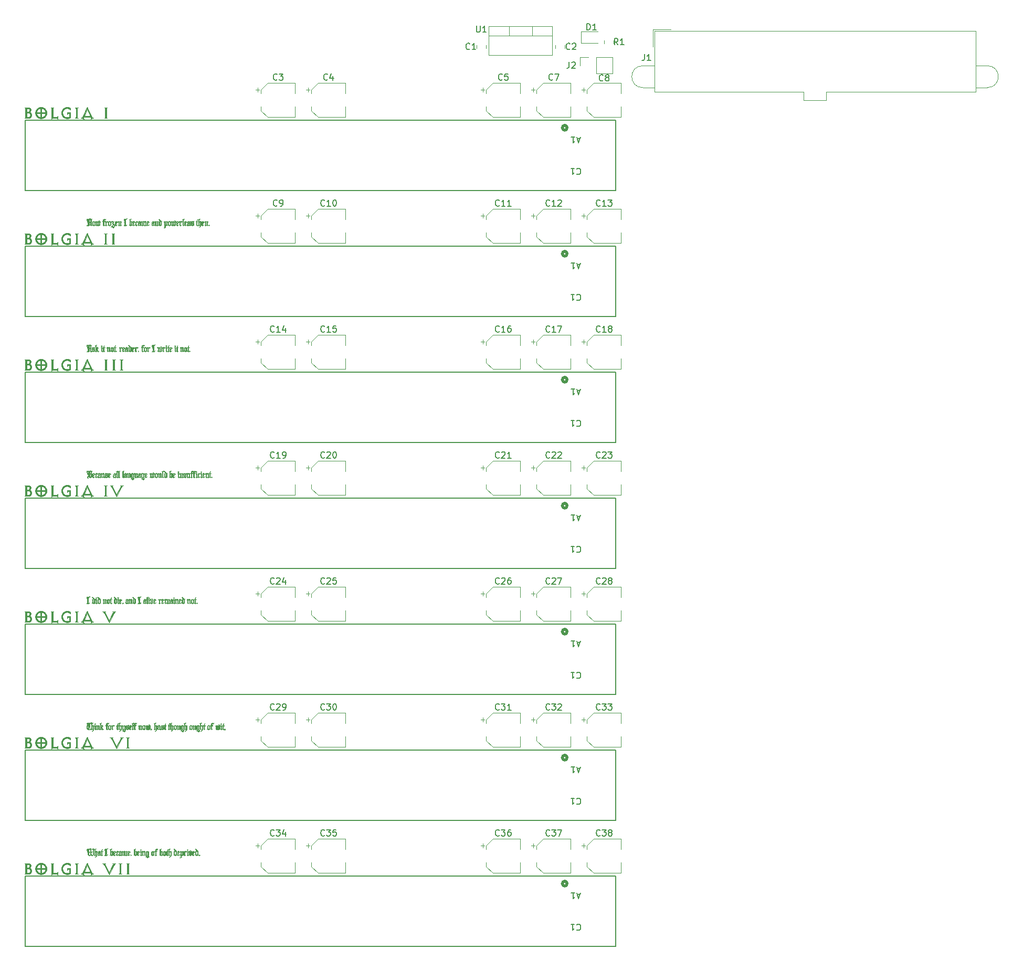
<source format=gbr>
%TF.GenerationSoftware,KiCad,Pcbnew,(6.0.7)*%
%TF.CreationDate,2023-04-17T16:20:31-06:00*%
%TF.ProjectId,Malebolge,4d616c65-626f-46c6-9765-2e6b69636164,rev?*%
%TF.SameCoordinates,Original*%
%TF.FileFunction,Legend,Top*%
%TF.FilePolarity,Positive*%
%FSLAX46Y46*%
G04 Gerber Fmt 4.6, Leading zero omitted, Abs format (unit mm)*
G04 Created by KiCad (PCBNEW (6.0.7)) date 2023-04-17 16:20:31*
%MOMM*%
%LPD*%
G01*
G04 APERTURE LIST*
%ADD10C,0.050000*%
%ADD11C,0.150000*%
%ADD12C,0.120000*%
%ADD13C,0.152400*%
%ADD14C,0.508000*%
G04 APERTURE END LIST*
D10*
G36*
X21368513Y-24020752D02*
G01*
X21386370Y-24021310D01*
X21407203Y-24022240D01*
X21431013Y-24023542D01*
X21454078Y-24024844D01*
X21472679Y-24025774D01*
X21486816Y-24026332D01*
X21496489Y-24026518D01*
X21654227Y-24026518D01*
X21659203Y-24026472D01*
X21665201Y-24026332D01*
X21680268Y-24025774D01*
X21699428Y-24024844D01*
X21722680Y-24023542D01*
X21746303Y-24022240D01*
X21766578Y-24021310D01*
X21783505Y-24020752D01*
X21797084Y-24020566D01*
X21820892Y-24020566D01*
X21806008Y-24059256D01*
X21785177Y-24059256D01*
X21777156Y-24060093D01*
X21769459Y-24061116D01*
X21762089Y-24062325D01*
X21755043Y-24063720D01*
X21748324Y-24065302D01*
X21741930Y-24067069D01*
X21735861Y-24069022D01*
X21730118Y-24071161D01*
X21724700Y-24073486D01*
X21719608Y-24075997D01*
X21714841Y-24078694D01*
X21710400Y-24081578D01*
X21706285Y-24084647D01*
X21702495Y-24087902D01*
X21699030Y-24091343D01*
X21695891Y-24094970D01*
X21693009Y-24098540D01*
X21690312Y-24102550D01*
X21687801Y-24107003D01*
X21685475Y-24111898D01*
X21683336Y-24117234D01*
X21681383Y-24123012D01*
X21679616Y-24129232D01*
X21678035Y-24135893D01*
X21676640Y-24142996D01*
X21675431Y-24150542D01*
X21674408Y-24158528D01*
X21673571Y-24166957D01*
X21672920Y-24175828D01*
X21672455Y-24185140D01*
X21672176Y-24194894D01*
X21672083Y-24205089D01*
X21672083Y-25586042D01*
X21672176Y-25596249D01*
X21672455Y-25606038D01*
X21672920Y-25615409D01*
X21673571Y-25624361D01*
X21674408Y-25632894D01*
X21675431Y-25641009D01*
X21676640Y-25648705D01*
X21678035Y-25655982D01*
X21679616Y-25662842D01*
X21681383Y-25669282D01*
X21683336Y-25675304D01*
X21685475Y-25680908D01*
X21687801Y-25686093D01*
X21690312Y-25690860D01*
X21693009Y-25695208D01*
X21695891Y-25699137D01*
X21699030Y-25702404D01*
X21702495Y-25705508D01*
X21706285Y-25708449D01*
X21710400Y-25711228D01*
X21714841Y-25713844D01*
X21719607Y-25716297D01*
X21724699Y-25718587D01*
X21730117Y-25720715D01*
X21735860Y-25722679D01*
X21741929Y-25724481D01*
X21748323Y-25726120D01*
X21755043Y-25727597D01*
X21762088Y-25728911D01*
X21769459Y-25730062D01*
X21777155Y-25731050D01*
X21785177Y-25731875D01*
X21806008Y-25731875D01*
X21820892Y-25770566D01*
X21797084Y-25770566D01*
X21790713Y-25770519D01*
X21783506Y-25770380D01*
X21766579Y-25769821D01*
X21746304Y-25768891D01*
X21722680Y-25767589D01*
X21699429Y-25766287D01*
X21680270Y-25765356D01*
X21665203Y-25764798D01*
X21654227Y-25764612D01*
X21496489Y-25764612D01*
X21492210Y-25764659D01*
X21486815Y-25764798D01*
X21472678Y-25765356D01*
X21454077Y-25766287D01*
X21431013Y-25767589D01*
X21407204Y-25768891D01*
X21386371Y-25769821D01*
X21368514Y-25770380D01*
X21353632Y-25770566D01*
X21326846Y-25770566D01*
X21344701Y-25731875D01*
X21365533Y-25731875D01*
X21373543Y-25731050D01*
X21381205Y-25730062D01*
X21388517Y-25728911D01*
X21395481Y-25727597D01*
X21402096Y-25726121D01*
X21408362Y-25724481D01*
X21414280Y-25722680D01*
X21419849Y-25720715D01*
X21425069Y-25718587D01*
X21429940Y-25716297D01*
X21434462Y-25713844D01*
X21438636Y-25711228D01*
X21442461Y-25708450D01*
X21445937Y-25705508D01*
X21449064Y-25702404D01*
X21451842Y-25699137D01*
X21454726Y-25695208D01*
X21457423Y-25690860D01*
X21459934Y-25686093D01*
X21462259Y-25680908D01*
X21464398Y-25675305D01*
X21466351Y-25669283D01*
X21468118Y-25662842D01*
X21469699Y-25655983D01*
X21471094Y-25648705D01*
X21472303Y-25641009D01*
X21473326Y-25632894D01*
X21474163Y-25624361D01*
X21474814Y-25615409D01*
X21475279Y-25606039D01*
X21475558Y-25596250D01*
X21475651Y-25586042D01*
X21475651Y-24205089D01*
X21475558Y-24194894D01*
X21475279Y-24185140D01*
X21474814Y-24175828D01*
X21474163Y-24166957D01*
X21473326Y-24158528D01*
X21472303Y-24150542D01*
X21471094Y-24142996D01*
X21469699Y-24135893D01*
X21468118Y-24129232D01*
X21466351Y-24123012D01*
X21464398Y-24117234D01*
X21462259Y-24111898D01*
X21459934Y-24107003D01*
X21457423Y-24102550D01*
X21454726Y-24098540D01*
X21451842Y-24094970D01*
X21450497Y-24093134D01*
X21449064Y-24091343D01*
X21447544Y-24089599D01*
X21445937Y-24087902D01*
X21444243Y-24086251D01*
X21442461Y-24084647D01*
X21440592Y-24083089D01*
X21438636Y-24081578D01*
X21436593Y-24080113D01*
X21434463Y-24078694D01*
X21429941Y-24075997D01*
X21425070Y-24073486D01*
X21419850Y-24071161D01*
X21414281Y-24069022D01*
X21408363Y-24067069D01*
X21402097Y-24065302D01*
X21395482Y-24063720D01*
X21388518Y-24062325D01*
X21381205Y-24061116D01*
X21373543Y-24060093D01*
X21365533Y-24059256D01*
X21344701Y-24059256D01*
X21326846Y-24020566D01*
X21353632Y-24020566D01*
X21368513Y-24020752D01*
G37*
X21368513Y-24020752D02*
X21386370Y-24021310D01*
X21407203Y-24022240D01*
X21431013Y-24023542D01*
X21454078Y-24024844D01*
X21472679Y-24025774D01*
X21486816Y-24026332D01*
X21496489Y-24026518D01*
X21654227Y-24026518D01*
X21659203Y-24026472D01*
X21665201Y-24026332D01*
X21680268Y-24025774D01*
X21699428Y-24024844D01*
X21722680Y-24023542D01*
X21746303Y-24022240D01*
X21766578Y-24021310D01*
X21783505Y-24020752D01*
X21797084Y-24020566D01*
X21820892Y-24020566D01*
X21806008Y-24059256D01*
X21785177Y-24059256D01*
X21777156Y-24060093D01*
X21769459Y-24061116D01*
X21762089Y-24062325D01*
X21755043Y-24063720D01*
X21748324Y-24065302D01*
X21741930Y-24067069D01*
X21735861Y-24069022D01*
X21730118Y-24071161D01*
X21724700Y-24073486D01*
X21719608Y-24075997D01*
X21714841Y-24078694D01*
X21710400Y-24081578D01*
X21706285Y-24084647D01*
X21702495Y-24087902D01*
X21699030Y-24091343D01*
X21695891Y-24094970D01*
X21693009Y-24098540D01*
X21690312Y-24102550D01*
X21687801Y-24107003D01*
X21685475Y-24111898D01*
X21683336Y-24117234D01*
X21681383Y-24123012D01*
X21679616Y-24129232D01*
X21678035Y-24135893D01*
X21676640Y-24142996D01*
X21675431Y-24150542D01*
X21674408Y-24158528D01*
X21673571Y-24166957D01*
X21672920Y-24175828D01*
X21672455Y-24185140D01*
X21672176Y-24194894D01*
X21672083Y-24205089D01*
X21672083Y-25586042D01*
X21672176Y-25596249D01*
X21672455Y-25606038D01*
X21672920Y-25615409D01*
X21673571Y-25624361D01*
X21674408Y-25632894D01*
X21675431Y-25641009D01*
X21676640Y-25648705D01*
X21678035Y-25655982D01*
X21679616Y-25662842D01*
X21681383Y-25669282D01*
X21683336Y-25675304D01*
X21685475Y-25680908D01*
X21687801Y-25686093D01*
X21690312Y-25690860D01*
X21693009Y-25695208D01*
X21695891Y-25699137D01*
X21699030Y-25702404D01*
X21702495Y-25705508D01*
X21706285Y-25708449D01*
X21710400Y-25711228D01*
X21714841Y-25713844D01*
X21719607Y-25716297D01*
X21724699Y-25718587D01*
X21730117Y-25720715D01*
X21735860Y-25722679D01*
X21741929Y-25724481D01*
X21748323Y-25726120D01*
X21755043Y-25727597D01*
X21762088Y-25728911D01*
X21769459Y-25730062D01*
X21777155Y-25731050D01*
X21785177Y-25731875D01*
X21806008Y-25731875D01*
X21820892Y-25770566D01*
X21797084Y-25770566D01*
X21790713Y-25770519D01*
X21783506Y-25770380D01*
X21766579Y-25769821D01*
X21746304Y-25768891D01*
X21722680Y-25767589D01*
X21699429Y-25766287D01*
X21680270Y-25765356D01*
X21665203Y-25764798D01*
X21654227Y-25764612D01*
X21496489Y-25764612D01*
X21492210Y-25764659D01*
X21486815Y-25764798D01*
X21472678Y-25765356D01*
X21454077Y-25766287D01*
X21431013Y-25767589D01*
X21407204Y-25768891D01*
X21386371Y-25769821D01*
X21368514Y-25770380D01*
X21353632Y-25770566D01*
X21326846Y-25770566D01*
X21344701Y-25731875D01*
X21365533Y-25731875D01*
X21373543Y-25731050D01*
X21381205Y-25730062D01*
X21388517Y-25728911D01*
X21395481Y-25727597D01*
X21402096Y-25726121D01*
X21408362Y-25724481D01*
X21414280Y-25722680D01*
X21419849Y-25720715D01*
X21425069Y-25718587D01*
X21429940Y-25716297D01*
X21434462Y-25713844D01*
X21438636Y-25711228D01*
X21442461Y-25708450D01*
X21445937Y-25705508D01*
X21449064Y-25702404D01*
X21451842Y-25699137D01*
X21454726Y-25695208D01*
X21457423Y-25690860D01*
X21459934Y-25686093D01*
X21462259Y-25680908D01*
X21464398Y-25675305D01*
X21466351Y-25669283D01*
X21468118Y-25662842D01*
X21469699Y-25655983D01*
X21471094Y-25648705D01*
X21472303Y-25641009D01*
X21473326Y-25632894D01*
X21474163Y-25624361D01*
X21474814Y-25615409D01*
X21475279Y-25606039D01*
X21475558Y-25596250D01*
X21475651Y-25586042D01*
X21475651Y-24205089D01*
X21475558Y-24194894D01*
X21475279Y-24185140D01*
X21474814Y-24175828D01*
X21474163Y-24166957D01*
X21473326Y-24158528D01*
X21472303Y-24150542D01*
X21471094Y-24142996D01*
X21469699Y-24135893D01*
X21468118Y-24129232D01*
X21466351Y-24123012D01*
X21464398Y-24117234D01*
X21462259Y-24111898D01*
X21459934Y-24107003D01*
X21457423Y-24102550D01*
X21454726Y-24098540D01*
X21451842Y-24094970D01*
X21450497Y-24093134D01*
X21449064Y-24091343D01*
X21447544Y-24089599D01*
X21445937Y-24087902D01*
X21444243Y-24086251D01*
X21442461Y-24084647D01*
X21440592Y-24083089D01*
X21438636Y-24081578D01*
X21436593Y-24080113D01*
X21434463Y-24078694D01*
X21429941Y-24075997D01*
X21425070Y-24073486D01*
X21419850Y-24071161D01*
X21414281Y-24069022D01*
X21408363Y-24067069D01*
X21402097Y-24065302D01*
X21395482Y-24063720D01*
X21388518Y-24062325D01*
X21381205Y-24061116D01*
X21373543Y-24060093D01*
X21365533Y-24059256D01*
X21344701Y-24059256D01*
X21326846Y-24020566D01*
X21353632Y-24020566D01*
X21368513Y-24020752D01*
G36*
X26094693Y-24020752D02*
G01*
X26112549Y-24021310D01*
X26133382Y-24022240D01*
X26157192Y-24023542D01*
X26180257Y-24024844D01*
X26198858Y-24025774D01*
X26212995Y-24026332D01*
X26222669Y-24026518D01*
X26380408Y-24026518D01*
X26385383Y-24026472D01*
X26391381Y-24026332D01*
X26406448Y-24025774D01*
X26425607Y-24024844D01*
X26448859Y-24023542D01*
X26472482Y-24022240D01*
X26492757Y-24021310D01*
X26509685Y-24020752D01*
X26523265Y-24020566D01*
X26547073Y-24020566D01*
X26532190Y-24059256D01*
X26511357Y-24059256D01*
X26503336Y-24060093D01*
X26495639Y-24061116D01*
X26488269Y-24062325D01*
X26481224Y-24063720D01*
X26474504Y-24065302D01*
X26468110Y-24067069D01*
X26462041Y-24069022D01*
X26456298Y-24071161D01*
X26450880Y-24073486D01*
X26445788Y-24075997D01*
X26441022Y-24078694D01*
X26436581Y-24081578D01*
X26432465Y-24084647D01*
X26428675Y-24087902D01*
X26425211Y-24091343D01*
X26422072Y-24094970D01*
X26419188Y-24098540D01*
X26416491Y-24102550D01*
X26413980Y-24107003D01*
X26411655Y-24111898D01*
X26409516Y-24117234D01*
X26407563Y-24123012D01*
X26405796Y-24129232D01*
X26404215Y-24135893D01*
X26402820Y-24142996D01*
X26401611Y-24150542D01*
X26400588Y-24158528D01*
X26399751Y-24166957D01*
X26399100Y-24175828D01*
X26398635Y-24185140D01*
X26398356Y-24194894D01*
X26398263Y-24205089D01*
X26398263Y-25586042D01*
X26398356Y-25596249D01*
X26398635Y-25606038D01*
X26399100Y-25615409D01*
X26399751Y-25624361D01*
X26400588Y-25632894D01*
X26401611Y-25641009D01*
X26402820Y-25648705D01*
X26404215Y-25655982D01*
X26405796Y-25662842D01*
X26407563Y-25669282D01*
X26409516Y-25675304D01*
X26411655Y-25680908D01*
X26413980Y-25686093D01*
X26416491Y-25690860D01*
X26419188Y-25695208D01*
X26422072Y-25699137D01*
X26425211Y-25702404D01*
X26428675Y-25705508D01*
X26432465Y-25708449D01*
X26436580Y-25711228D01*
X26441021Y-25713844D01*
X26445788Y-25716297D01*
X26450880Y-25718587D01*
X26456297Y-25720715D01*
X26462041Y-25722679D01*
X26468109Y-25724481D01*
X26474503Y-25726120D01*
X26481223Y-25727597D01*
X26488268Y-25728911D01*
X26495639Y-25730062D01*
X26503336Y-25731050D01*
X26511357Y-25731875D01*
X26532190Y-25731875D01*
X26547073Y-25770566D01*
X26523265Y-25770566D01*
X26516894Y-25770519D01*
X26509686Y-25770380D01*
X26492759Y-25769821D01*
X26472483Y-25768891D01*
X26448859Y-25767589D01*
X26425609Y-25766287D01*
X26406450Y-25765356D01*
X26391383Y-25764798D01*
X26380408Y-25764612D01*
X26222669Y-25764612D01*
X26218390Y-25764659D01*
X26212995Y-25764798D01*
X26198858Y-25765356D01*
X26180257Y-25766287D01*
X26157192Y-25767589D01*
X26133384Y-25768891D01*
X26112551Y-25769821D01*
X26094693Y-25770380D01*
X26079812Y-25770566D01*
X26053027Y-25770566D01*
X26070882Y-25731875D01*
X26091713Y-25731875D01*
X26099723Y-25731050D01*
X26107385Y-25730062D01*
X26114697Y-25728911D01*
X26121661Y-25727597D01*
X26128276Y-25726121D01*
X26134542Y-25724481D01*
X26140460Y-25722680D01*
X26146029Y-25720715D01*
X26151249Y-25718587D01*
X26156120Y-25716297D01*
X26160642Y-25713844D01*
X26164816Y-25711228D01*
X26168641Y-25708450D01*
X26172117Y-25705508D01*
X26175244Y-25702404D01*
X26178023Y-25699137D01*
X26180906Y-25695208D01*
X26183603Y-25690860D01*
X26186114Y-25686093D01*
X26188439Y-25680908D01*
X26190578Y-25675305D01*
X26192531Y-25669283D01*
X26194298Y-25662842D01*
X26195879Y-25655983D01*
X26197274Y-25648705D01*
X26198483Y-25641009D01*
X26199506Y-25632894D01*
X26200343Y-25624361D01*
X26200994Y-25615409D01*
X26201459Y-25606039D01*
X26201738Y-25596250D01*
X26201831Y-25586042D01*
X26201831Y-24205089D01*
X26201738Y-24194894D01*
X26201459Y-24185140D01*
X26200994Y-24175828D01*
X26200343Y-24166957D01*
X26199506Y-24158528D01*
X26198483Y-24150542D01*
X26197274Y-24142996D01*
X26195879Y-24135893D01*
X26194298Y-24129232D01*
X26192531Y-24123012D01*
X26190578Y-24117234D01*
X26188439Y-24111898D01*
X26186114Y-24107003D01*
X26183603Y-24102550D01*
X26180906Y-24098540D01*
X26178023Y-24094970D01*
X26176677Y-24093134D01*
X26175244Y-24091343D01*
X26173724Y-24089599D01*
X26172117Y-24087902D01*
X26170423Y-24086251D01*
X26168641Y-24084647D01*
X26166773Y-24083089D01*
X26164817Y-24081578D01*
X26162773Y-24080113D01*
X26160643Y-24078694D01*
X26156121Y-24075997D01*
X26151250Y-24073486D01*
X26146030Y-24071161D01*
X26140461Y-24069022D01*
X26134543Y-24067069D01*
X26128277Y-24065302D01*
X26121662Y-24063720D01*
X26114698Y-24062325D01*
X26107385Y-24061116D01*
X26099724Y-24060093D01*
X26091713Y-24059256D01*
X26070882Y-24059256D01*
X26053027Y-24020566D01*
X26079812Y-24020566D01*
X26094693Y-24020752D01*
G37*
X26094693Y-24020752D02*
X26112549Y-24021310D01*
X26133382Y-24022240D01*
X26157192Y-24023542D01*
X26180257Y-24024844D01*
X26198858Y-24025774D01*
X26212995Y-24026332D01*
X26222669Y-24026518D01*
X26380408Y-24026518D01*
X26385383Y-24026472D01*
X26391381Y-24026332D01*
X26406448Y-24025774D01*
X26425607Y-24024844D01*
X26448859Y-24023542D01*
X26472482Y-24022240D01*
X26492757Y-24021310D01*
X26509685Y-24020752D01*
X26523265Y-24020566D01*
X26547073Y-24020566D01*
X26532190Y-24059256D01*
X26511357Y-24059256D01*
X26503336Y-24060093D01*
X26495639Y-24061116D01*
X26488269Y-24062325D01*
X26481224Y-24063720D01*
X26474504Y-24065302D01*
X26468110Y-24067069D01*
X26462041Y-24069022D01*
X26456298Y-24071161D01*
X26450880Y-24073486D01*
X26445788Y-24075997D01*
X26441022Y-24078694D01*
X26436581Y-24081578D01*
X26432465Y-24084647D01*
X26428675Y-24087902D01*
X26425211Y-24091343D01*
X26422072Y-24094970D01*
X26419188Y-24098540D01*
X26416491Y-24102550D01*
X26413980Y-24107003D01*
X26411655Y-24111898D01*
X26409516Y-24117234D01*
X26407563Y-24123012D01*
X26405796Y-24129232D01*
X26404215Y-24135893D01*
X26402820Y-24142996D01*
X26401611Y-24150542D01*
X26400588Y-24158528D01*
X26399751Y-24166957D01*
X26399100Y-24175828D01*
X26398635Y-24185140D01*
X26398356Y-24194894D01*
X26398263Y-24205089D01*
X26398263Y-25586042D01*
X26398356Y-25596249D01*
X26398635Y-25606038D01*
X26399100Y-25615409D01*
X26399751Y-25624361D01*
X26400588Y-25632894D01*
X26401611Y-25641009D01*
X26402820Y-25648705D01*
X26404215Y-25655982D01*
X26405796Y-25662842D01*
X26407563Y-25669282D01*
X26409516Y-25675304D01*
X26411655Y-25680908D01*
X26413980Y-25686093D01*
X26416491Y-25690860D01*
X26419188Y-25695208D01*
X26422072Y-25699137D01*
X26425211Y-25702404D01*
X26428675Y-25705508D01*
X26432465Y-25708449D01*
X26436580Y-25711228D01*
X26441021Y-25713844D01*
X26445788Y-25716297D01*
X26450880Y-25718587D01*
X26456297Y-25720715D01*
X26462041Y-25722679D01*
X26468109Y-25724481D01*
X26474503Y-25726120D01*
X26481223Y-25727597D01*
X26488268Y-25728911D01*
X26495639Y-25730062D01*
X26503336Y-25731050D01*
X26511357Y-25731875D01*
X26532190Y-25731875D01*
X26547073Y-25770566D01*
X26523265Y-25770566D01*
X26516894Y-25770519D01*
X26509686Y-25770380D01*
X26492759Y-25769821D01*
X26472483Y-25768891D01*
X26448859Y-25767589D01*
X26425609Y-25766287D01*
X26406450Y-25765356D01*
X26391383Y-25764798D01*
X26380408Y-25764612D01*
X26222669Y-25764612D01*
X26218390Y-25764659D01*
X26212995Y-25764798D01*
X26198858Y-25765356D01*
X26180257Y-25766287D01*
X26157192Y-25767589D01*
X26133384Y-25768891D01*
X26112551Y-25769821D01*
X26094693Y-25770380D01*
X26079812Y-25770566D01*
X26053027Y-25770566D01*
X26070882Y-25731875D01*
X26091713Y-25731875D01*
X26099723Y-25731050D01*
X26107385Y-25730062D01*
X26114697Y-25728911D01*
X26121661Y-25727597D01*
X26128276Y-25726121D01*
X26134542Y-25724481D01*
X26140460Y-25722680D01*
X26146029Y-25720715D01*
X26151249Y-25718587D01*
X26156120Y-25716297D01*
X26160642Y-25713844D01*
X26164816Y-25711228D01*
X26168641Y-25708450D01*
X26172117Y-25705508D01*
X26175244Y-25702404D01*
X26178023Y-25699137D01*
X26180906Y-25695208D01*
X26183603Y-25690860D01*
X26186114Y-25686093D01*
X26188439Y-25680908D01*
X26190578Y-25675305D01*
X26192531Y-25669283D01*
X26194298Y-25662842D01*
X26195879Y-25655983D01*
X26197274Y-25648705D01*
X26198483Y-25641009D01*
X26199506Y-25632894D01*
X26200343Y-25624361D01*
X26200994Y-25615409D01*
X26201459Y-25606039D01*
X26201738Y-25596250D01*
X26201831Y-25586042D01*
X26201831Y-24205089D01*
X26201738Y-24194894D01*
X26201459Y-24185140D01*
X26200994Y-24175828D01*
X26200343Y-24166957D01*
X26199506Y-24158528D01*
X26198483Y-24150542D01*
X26197274Y-24142996D01*
X26195879Y-24135893D01*
X26194298Y-24129232D01*
X26192531Y-24123012D01*
X26190578Y-24117234D01*
X26188439Y-24111898D01*
X26186114Y-24107003D01*
X26183603Y-24102550D01*
X26180906Y-24098540D01*
X26178023Y-24094970D01*
X26176677Y-24093134D01*
X26175244Y-24091343D01*
X26173724Y-24089599D01*
X26172117Y-24087902D01*
X26170423Y-24086251D01*
X26168641Y-24084647D01*
X26166773Y-24083089D01*
X26164817Y-24081578D01*
X26162773Y-24080113D01*
X26160643Y-24078694D01*
X26156121Y-24075997D01*
X26151250Y-24073486D01*
X26146030Y-24071161D01*
X26140461Y-24069022D01*
X26134543Y-24067069D01*
X26128277Y-24065302D01*
X26121662Y-24063720D01*
X26114698Y-24062325D01*
X26107385Y-24061116D01*
X26099724Y-24060093D01*
X26091713Y-24059256D01*
X26070882Y-24059256D01*
X26053027Y-24020566D01*
X26079812Y-24020566D01*
X26094693Y-24020752D01*
G36*
X13344711Y-24205089D02*
G01*
X13344619Y-24194894D01*
X13344339Y-24185140D01*
X13343874Y-24175828D01*
X13343223Y-24166957D01*
X13342386Y-24158528D01*
X13341363Y-24150542D01*
X13340154Y-24142996D01*
X13338759Y-24135893D01*
X13337178Y-24129232D01*
X13335411Y-24123012D01*
X13333458Y-24117234D01*
X13331319Y-24111898D01*
X13328994Y-24107003D01*
X13326482Y-24102550D01*
X13323785Y-24098540D01*
X13320902Y-24094970D01*
X13319373Y-24093134D01*
X13317763Y-24091343D01*
X13314299Y-24087902D01*
X13310509Y-24084647D01*
X13306393Y-24081578D01*
X13301952Y-24078694D01*
X13297186Y-24075997D01*
X13292093Y-24073486D01*
X13286676Y-24071161D01*
X13280933Y-24069022D01*
X13274864Y-24067069D01*
X13268470Y-24065302D01*
X13261750Y-24063720D01*
X13254705Y-24062325D01*
X13247334Y-24061116D01*
X13239638Y-24060093D01*
X13231616Y-24059256D01*
X13210783Y-24059256D01*
X13195902Y-24020566D01*
X13219712Y-24020566D01*
X13234592Y-24020752D01*
X13252450Y-24021310D01*
X13273283Y-24022240D01*
X13297092Y-24023542D01*
X13320158Y-24024844D01*
X13338759Y-24025774D01*
X13352896Y-24026332D01*
X13362569Y-24026518D01*
X13529235Y-24026518D01*
X13548395Y-24026332D01*
X13570158Y-24025774D01*
X13594525Y-24024844D01*
X13621497Y-24023542D01*
X13710783Y-24023542D01*
X13737987Y-24023972D01*
X13764540Y-24025263D01*
X13790443Y-24027413D01*
X13815694Y-24030424D01*
X13840294Y-24034296D01*
X13864243Y-24039027D01*
X13887541Y-24044619D01*
X13910188Y-24051072D01*
X13932184Y-24058384D01*
X13953528Y-24066557D01*
X13974222Y-24075590D01*
X13994265Y-24085484D01*
X14013657Y-24096238D01*
X14032398Y-24107852D01*
X14050487Y-24120326D01*
X14067926Y-24133661D01*
X14084504Y-24147368D01*
X14100013Y-24161702D01*
X14114452Y-24176665D01*
X14127822Y-24192255D01*
X14140122Y-24208473D01*
X14151352Y-24225318D01*
X14161513Y-24242792D01*
X14170604Y-24260893D01*
X14178626Y-24279622D01*
X14185578Y-24298979D01*
X14191461Y-24318964D01*
X14196274Y-24339576D01*
X14200017Y-24360816D01*
X14202691Y-24382684D01*
X14204296Y-24405180D01*
X14204831Y-24428304D01*
X14204145Y-24456822D01*
X14202087Y-24484340D01*
X14198657Y-24510858D01*
X14193856Y-24536377D01*
X14187683Y-24560895D01*
X14180137Y-24584414D01*
X14171221Y-24606933D01*
X14160932Y-24628453D01*
X14149271Y-24648972D01*
X14136239Y-24668492D01*
X14121834Y-24687011D01*
X14106058Y-24704532D01*
X14088910Y-24721052D01*
X14070390Y-24736572D01*
X14050499Y-24751093D01*
X14029235Y-24764613D01*
X14044314Y-24771926D01*
X14059044Y-24779727D01*
X14073425Y-24788016D01*
X14087457Y-24796793D01*
X14101141Y-24806059D01*
X14114475Y-24815813D01*
X14127461Y-24826055D01*
X14140098Y-24836786D01*
X14152387Y-24848005D01*
X14164327Y-24859712D01*
X14175917Y-24871907D01*
X14187160Y-24884591D01*
X14198053Y-24897763D01*
X14208597Y-24911423D01*
X14218793Y-24925572D01*
X14228640Y-24940208D01*
X14239092Y-24956705D01*
X14248869Y-24973458D01*
X14257972Y-24990467D01*
X14266401Y-25007731D01*
X14274155Y-25025251D01*
X14281235Y-25043027D01*
X14287641Y-25061058D01*
X14293372Y-25079345D01*
X14298430Y-25097888D01*
X14302812Y-25116687D01*
X14306521Y-25135742D01*
X14309555Y-25155052D01*
X14311915Y-25174618D01*
X14313601Y-25194440D01*
X14314612Y-25214518D01*
X14314950Y-25234851D01*
X14314345Y-25262486D01*
X14312531Y-25289586D01*
X14309509Y-25316150D01*
X14305277Y-25342180D01*
X14299836Y-25367676D01*
X14293186Y-25392636D01*
X14285327Y-25417062D01*
X14276259Y-25440953D01*
X14265982Y-25464309D01*
X14254496Y-25487130D01*
X14241800Y-25509417D01*
X14227896Y-25531168D01*
X14212783Y-25552385D01*
X14196460Y-25573068D01*
X14178928Y-25593215D01*
X14160188Y-25612828D01*
X14140901Y-25631208D01*
X14120986Y-25648402D01*
X14100443Y-25664411D01*
X14079273Y-25679234D01*
X14057474Y-25692871D01*
X14035048Y-25705322D01*
X14011994Y-25716587D01*
X13988313Y-25726667D01*
X13964003Y-25735561D01*
X13939066Y-25743268D01*
X13913501Y-25749790D01*
X13887308Y-25755127D01*
X13860488Y-25759277D01*
X13833039Y-25762242D01*
X13804963Y-25764020D01*
X13776259Y-25764613D01*
X13362569Y-25764613D01*
X13358290Y-25764660D01*
X13352896Y-25764799D01*
X13338759Y-25765358D01*
X13320158Y-25766288D01*
X13297092Y-25767590D01*
X13273283Y-25768893D01*
X13252450Y-25769823D01*
X13234592Y-25770381D01*
X13219712Y-25770567D01*
X13195902Y-25770567D01*
X13210783Y-25731875D01*
X13231616Y-25731875D01*
X13239638Y-25731050D01*
X13247334Y-25730062D01*
X13254705Y-25728911D01*
X13261750Y-25727597D01*
X13268470Y-25726121D01*
X13274864Y-25724481D01*
X13280933Y-25722679D01*
X13286676Y-25720715D01*
X13292093Y-25718587D01*
X13297186Y-25716297D01*
X13301952Y-25713844D01*
X13306393Y-25711228D01*
X13310509Y-25708449D01*
X13314299Y-25705508D01*
X13317763Y-25702404D01*
X13320902Y-25699137D01*
X13323785Y-25695208D01*
X13326482Y-25690860D01*
X13328994Y-25686093D01*
X13331319Y-25680908D01*
X13333458Y-25675305D01*
X13335411Y-25669282D01*
X13337178Y-25662842D01*
X13338759Y-25655983D01*
X13340154Y-25648705D01*
X13341363Y-25641009D01*
X13342386Y-25632894D01*
X13343223Y-25624361D01*
X13343874Y-25615409D01*
X13344339Y-25606038D01*
X13344619Y-25596250D01*
X13344684Y-25589018D01*
X13529235Y-25589018D01*
X13767331Y-25589018D01*
X13786106Y-25588623D01*
X13804487Y-25587437D01*
X13822472Y-25585461D01*
X13840061Y-25582694D01*
X13857256Y-25579136D01*
X13874055Y-25574788D01*
X13890459Y-25569650D01*
X13906468Y-25563720D01*
X13922081Y-25557001D01*
X13937299Y-25549491D01*
X13952122Y-25541190D01*
X13966549Y-25532098D01*
X13980582Y-25522217D01*
X13994219Y-25511544D01*
X14007460Y-25500081D01*
X14020307Y-25487828D01*
X14032921Y-25474632D01*
X14044721Y-25461088D01*
X14055707Y-25447196D01*
X14065880Y-25432954D01*
X14075238Y-25418364D01*
X14083783Y-25403425D01*
X14091514Y-25388137D01*
X14098432Y-25372500D01*
X14104535Y-25356515D01*
X14109825Y-25340181D01*
X14114301Y-25323498D01*
X14117963Y-25306466D01*
X14120811Y-25289085D01*
X14122846Y-25271356D01*
X14124067Y-25253278D01*
X14124473Y-25234851D01*
X14124067Y-25216785D01*
X14122846Y-25199044D01*
X14120811Y-25181629D01*
X14117963Y-25164539D01*
X14114301Y-25147775D01*
X14109825Y-25131336D01*
X14104535Y-25115223D01*
X14098432Y-25099435D01*
X14091514Y-25083973D01*
X14083783Y-25068836D01*
X14075238Y-25054025D01*
X14065880Y-25039539D01*
X14055707Y-25025379D01*
X14044721Y-25011544D01*
X14032921Y-24998035D01*
X14020307Y-24984851D01*
X14007460Y-24972238D01*
X13994219Y-24960437D01*
X13980582Y-24949451D01*
X13966549Y-24939279D01*
X13952122Y-24929920D01*
X13937299Y-24921375D01*
X13922081Y-24913644D01*
X13906468Y-24906727D01*
X13890459Y-24900623D01*
X13874055Y-24895333D01*
X13857256Y-24890857D01*
X13840061Y-24887195D01*
X13822472Y-24884347D01*
X13804486Y-24882312D01*
X13786106Y-24881092D01*
X13767331Y-24880685D01*
X13529235Y-24880685D01*
X13529235Y-25589018D01*
X13344684Y-25589018D01*
X13344711Y-25586042D01*
X13344711Y-24716994D01*
X13529235Y-24716994D01*
X13758402Y-24716994D01*
X13772376Y-24716692D01*
X13786025Y-24715785D01*
X13799348Y-24714274D01*
X13812345Y-24712158D01*
X13825017Y-24709438D01*
X13837364Y-24706113D01*
X13849385Y-24702183D01*
X13861081Y-24697649D01*
X13872451Y-24692511D01*
X13883495Y-24686767D01*
X13894214Y-24680420D01*
X13904607Y-24673468D01*
X13914675Y-24665911D01*
X13924418Y-24657749D01*
X13933834Y-24648984D01*
X13942926Y-24639613D01*
X13951936Y-24629813D01*
X13960364Y-24619756D01*
X13968212Y-24609444D01*
X13975478Y-24598877D01*
X13982163Y-24588053D01*
X13988266Y-24576974D01*
X13993788Y-24565639D01*
X13998729Y-24554048D01*
X14003089Y-24542201D01*
X14006867Y-24530099D01*
X14010064Y-24517741D01*
X14012680Y-24505127D01*
X14014715Y-24492257D01*
X14016168Y-24479131D01*
X14017040Y-24465750D01*
X14017331Y-24452113D01*
X14017040Y-24438476D01*
X14016168Y-24425095D01*
X14014715Y-24411970D01*
X14012680Y-24399100D01*
X14010064Y-24386486D01*
X14006867Y-24374128D01*
X14003089Y-24362025D01*
X13998729Y-24350179D01*
X13993788Y-24338588D01*
X13988266Y-24327253D01*
X13982163Y-24316173D01*
X13975478Y-24305350D01*
X13968212Y-24294782D01*
X13960364Y-24284470D01*
X13951936Y-24274414D01*
X13942926Y-24264613D01*
X13933834Y-24255243D01*
X13924418Y-24246477D01*
X13914675Y-24238316D01*
X13904607Y-24230759D01*
X13894214Y-24223807D01*
X13883495Y-24217459D01*
X13872451Y-24211716D01*
X13861081Y-24206578D01*
X13849385Y-24202044D01*
X13837364Y-24198114D01*
X13825017Y-24194789D01*
X13812345Y-24192069D01*
X13799348Y-24189953D01*
X13786025Y-24188441D01*
X13772376Y-24187535D01*
X13758402Y-24187232D01*
X13529235Y-24187232D01*
X13529235Y-24716994D01*
X13344711Y-24716994D01*
X13344711Y-24205089D01*
G37*
X13344711Y-24205089D02*
X13344619Y-24194894D01*
X13344339Y-24185140D01*
X13343874Y-24175828D01*
X13343223Y-24166957D01*
X13342386Y-24158528D01*
X13341363Y-24150542D01*
X13340154Y-24142996D01*
X13338759Y-24135893D01*
X13337178Y-24129232D01*
X13335411Y-24123012D01*
X13333458Y-24117234D01*
X13331319Y-24111898D01*
X13328994Y-24107003D01*
X13326482Y-24102550D01*
X13323785Y-24098540D01*
X13320902Y-24094970D01*
X13319373Y-24093134D01*
X13317763Y-24091343D01*
X13314299Y-24087902D01*
X13310509Y-24084647D01*
X13306393Y-24081578D01*
X13301952Y-24078694D01*
X13297186Y-24075997D01*
X13292093Y-24073486D01*
X13286676Y-24071161D01*
X13280933Y-24069022D01*
X13274864Y-24067069D01*
X13268470Y-24065302D01*
X13261750Y-24063720D01*
X13254705Y-24062325D01*
X13247334Y-24061116D01*
X13239638Y-24060093D01*
X13231616Y-24059256D01*
X13210783Y-24059256D01*
X13195902Y-24020566D01*
X13219712Y-24020566D01*
X13234592Y-24020752D01*
X13252450Y-24021310D01*
X13273283Y-24022240D01*
X13297092Y-24023542D01*
X13320158Y-24024844D01*
X13338759Y-24025774D01*
X13352896Y-24026332D01*
X13362569Y-24026518D01*
X13529235Y-24026518D01*
X13548395Y-24026332D01*
X13570158Y-24025774D01*
X13594525Y-24024844D01*
X13621497Y-24023542D01*
X13710783Y-24023542D01*
X13737987Y-24023972D01*
X13764540Y-24025263D01*
X13790443Y-24027413D01*
X13815694Y-24030424D01*
X13840294Y-24034296D01*
X13864243Y-24039027D01*
X13887541Y-24044619D01*
X13910188Y-24051072D01*
X13932184Y-24058384D01*
X13953528Y-24066557D01*
X13974222Y-24075590D01*
X13994265Y-24085484D01*
X14013657Y-24096238D01*
X14032398Y-24107852D01*
X14050487Y-24120326D01*
X14067926Y-24133661D01*
X14084504Y-24147368D01*
X14100013Y-24161702D01*
X14114452Y-24176665D01*
X14127822Y-24192255D01*
X14140122Y-24208473D01*
X14151352Y-24225318D01*
X14161513Y-24242792D01*
X14170604Y-24260893D01*
X14178626Y-24279622D01*
X14185578Y-24298979D01*
X14191461Y-24318964D01*
X14196274Y-24339576D01*
X14200017Y-24360816D01*
X14202691Y-24382684D01*
X14204296Y-24405180D01*
X14204831Y-24428304D01*
X14204145Y-24456822D01*
X14202087Y-24484340D01*
X14198657Y-24510858D01*
X14193856Y-24536377D01*
X14187683Y-24560895D01*
X14180137Y-24584414D01*
X14171221Y-24606933D01*
X14160932Y-24628453D01*
X14149271Y-24648972D01*
X14136239Y-24668492D01*
X14121834Y-24687011D01*
X14106058Y-24704532D01*
X14088910Y-24721052D01*
X14070390Y-24736572D01*
X14050499Y-24751093D01*
X14029235Y-24764613D01*
X14044314Y-24771926D01*
X14059044Y-24779727D01*
X14073425Y-24788016D01*
X14087457Y-24796793D01*
X14101141Y-24806059D01*
X14114475Y-24815813D01*
X14127461Y-24826055D01*
X14140098Y-24836786D01*
X14152387Y-24848005D01*
X14164327Y-24859712D01*
X14175917Y-24871907D01*
X14187160Y-24884591D01*
X14198053Y-24897763D01*
X14208597Y-24911423D01*
X14218793Y-24925572D01*
X14228640Y-24940208D01*
X14239092Y-24956705D01*
X14248869Y-24973458D01*
X14257972Y-24990467D01*
X14266401Y-25007731D01*
X14274155Y-25025251D01*
X14281235Y-25043027D01*
X14287641Y-25061058D01*
X14293372Y-25079345D01*
X14298430Y-25097888D01*
X14302812Y-25116687D01*
X14306521Y-25135742D01*
X14309555Y-25155052D01*
X14311915Y-25174618D01*
X14313601Y-25194440D01*
X14314612Y-25214518D01*
X14314950Y-25234851D01*
X14314345Y-25262486D01*
X14312531Y-25289586D01*
X14309509Y-25316150D01*
X14305277Y-25342180D01*
X14299836Y-25367676D01*
X14293186Y-25392636D01*
X14285327Y-25417062D01*
X14276259Y-25440953D01*
X14265982Y-25464309D01*
X14254496Y-25487130D01*
X14241800Y-25509417D01*
X14227896Y-25531168D01*
X14212783Y-25552385D01*
X14196460Y-25573068D01*
X14178928Y-25593215D01*
X14160188Y-25612828D01*
X14140901Y-25631208D01*
X14120986Y-25648402D01*
X14100443Y-25664411D01*
X14079273Y-25679234D01*
X14057474Y-25692871D01*
X14035048Y-25705322D01*
X14011994Y-25716587D01*
X13988313Y-25726667D01*
X13964003Y-25735561D01*
X13939066Y-25743268D01*
X13913501Y-25749790D01*
X13887308Y-25755127D01*
X13860488Y-25759277D01*
X13833039Y-25762242D01*
X13804963Y-25764020D01*
X13776259Y-25764613D01*
X13362569Y-25764613D01*
X13358290Y-25764660D01*
X13352896Y-25764799D01*
X13338759Y-25765358D01*
X13320158Y-25766288D01*
X13297092Y-25767590D01*
X13273283Y-25768893D01*
X13252450Y-25769823D01*
X13234592Y-25770381D01*
X13219712Y-25770567D01*
X13195902Y-25770567D01*
X13210783Y-25731875D01*
X13231616Y-25731875D01*
X13239638Y-25731050D01*
X13247334Y-25730062D01*
X13254705Y-25728911D01*
X13261750Y-25727597D01*
X13268470Y-25726121D01*
X13274864Y-25724481D01*
X13280933Y-25722679D01*
X13286676Y-25720715D01*
X13292093Y-25718587D01*
X13297186Y-25716297D01*
X13301952Y-25713844D01*
X13306393Y-25711228D01*
X13310509Y-25708449D01*
X13314299Y-25705508D01*
X13317763Y-25702404D01*
X13320902Y-25699137D01*
X13323785Y-25695208D01*
X13326482Y-25690860D01*
X13328994Y-25686093D01*
X13331319Y-25680908D01*
X13333458Y-25675305D01*
X13335411Y-25669282D01*
X13337178Y-25662842D01*
X13338759Y-25655983D01*
X13340154Y-25648705D01*
X13341363Y-25641009D01*
X13342386Y-25632894D01*
X13343223Y-25624361D01*
X13343874Y-25615409D01*
X13344339Y-25606038D01*
X13344619Y-25596250D01*
X13344684Y-25589018D01*
X13529235Y-25589018D01*
X13767331Y-25589018D01*
X13786106Y-25588623D01*
X13804487Y-25587437D01*
X13822472Y-25585461D01*
X13840061Y-25582694D01*
X13857256Y-25579136D01*
X13874055Y-25574788D01*
X13890459Y-25569650D01*
X13906468Y-25563720D01*
X13922081Y-25557001D01*
X13937299Y-25549491D01*
X13952122Y-25541190D01*
X13966549Y-25532098D01*
X13980582Y-25522217D01*
X13994219Y-25511544D01*
X14007460Y-25500081D01*
X14020307Y-25487828D01*
X14032921Y-25474632D01*
X14044721Y-25461088D01*
X14055707Y-25447196D01*
X14065880Y-25432954D01*
X14075238Y-25418364D01*
X14083783Y-25403425D01*
X14091514Y-25388137D01*
X14098432Y-25372500D01*
X14104535Y-25356515D01*
X14109825Y-25340181D01*
X14114301Y-25323498D01*
X14117963Y-25306466D01*
X14120811Y-25289085D01*
X14122846Y-25271356D01*
X14124067Y-25253278D01*
X14124473Y-25234851D01*
X14124067Y-25216785D01*
X14122846Y-25199044D01*
X14120811Y-25181629D01*
X14117963Y-25164539D01*
X14114301Y-25147775D01*
X14109825Y-25131336D01*
X14104535Y-25115223D01*
X14098432Y-25099435D01*
X14091514Y-25083973D01*
X14083783Y-25068836D01*
X14075238Y-25054025D01*
X14065880Y-25039539D01*
X14055707Y-25025379D01*
X14044721Y-25011544D01*
X14032921Y-24998035D01*
X14020307Y-24984851D01*
X14007460Y-24972238D01*
X13994219Y-24960437D01*
X13980582Y-24949451D01*
X13966549Y-24939279D01*
X13952122Y-24929920D01*
X13937299Y-24921375D01*
X13922081Y-24913644D01*
X13906468Y-24906727D01*
X13890459Y-24900623D01*
X13874055Y-24895333D01*
X13857256Y-24890857D01*
X13840061Y-24887195D01*
X13822472Y-24884347D01*
X13804486Y-24882312D01*
X13786106Y-24881092D01*
X13767331Y-24880685D01*
X13529235Y-24880685D01*
X13529235Y-25589018D01*
X13344684Y-25589018D01*
X13344711Y-25586042D01*
X13344711Y-24716994D01*
X13529235Y-24716994D01*
X13758402Y-24716994D01*
X13772376Y-24716692D01*
X13786025Y-24715785D01*
X13799348Y-24714274D01*
X13812345Y-24712158D01*
X13825017Y-24709438D01*
X13837364Y-24706113D01*
X13849385Y-24702183D01*
X13861081Y-24697649D01*
X13872451Y-24692511D01*
X13883495Y-24686767D01*
X13894214Y-24680420D01*
X13904607Y-24673468D01*
X13914675Y-24665911D01*
X13924418Y-24657749D01*
X13933834Y-24648984D01*
X13942926Y-24639613D01*
X13951936Y-24629813D01*
X13960364Y-24619756D01*
X13968212Y-24609444D01*
X13975478Y-24598877D01*
X13982163Y-24588053D01*
X13988266Y-24576974D01*
X13993788Y-24565639D01*
X13998729Y-24554048D01*
X14003089Y-24542201D01*
X14006867Y-24530099D01*
X14010064Y-24517741D01*
X14012680Y-24505127D01*
X14014715Y-24492257D01*
X14016168Y-24479131D01*
X14017040Y-24465750D01*
X14017331Y-24452113D01*
X14017040Y-24438476D01*
X14016168Y-24425095D01*
X14014715Y-24411970D01*
X14012680Y-24399100D01*
X14010064Y-24386486D01*
X14006867Y-24374128D01*
X14003089Y-24362025D01*
X13998729Y-24350179D01*
X13993788Y-24338588D01*
X13988266Y-24327253D01*
X13982163Y-24316173D01*
X13975478Y-24305350D01*
X13968212Y-24294782D01*
X13960364Y-24284470D01*
X13951936Y-24274414D01*
X13942926Y-24264613D01*
X13933834Y-24255243D01*
X13924418Y-24246477D01*
X13914675Y-24238316D01*
X13904607Y-24230759D01*
X13894214Y-24223807D01*
X13883495Y-24217459D01*
X13872451Y-24211716D01*
X13861081Y-24206578D01*
X13849385Y-24202044D01*
X13837364Y-24198114D01*
X13825017Y-24194789D01*
X13812345Y-24192069D01*
X13799348Y-24189953D01*
X13786025Y-24188441D01*
X13772376Y-24187535D01*
X13758402Y-24187232D01*
X13529235Y-24187232D01*
X13529235Y-24716994D01*
X13344711Y-24716994D01*
X13344711Y-24205089D01*
G36*
X20097435Y-23982480D02*
G01*
X20132417Y-23984293D01*
X20166911Y-23987316D01*
X20200916Y-23991548D01*
X20234433Y-23996989D01*
X20267462Y-24003639D01*
X20300002Y-24011498D01*
X20332055Y-24020566D01*
X20363619Y-24030843D01*
X20394694Y-24042329D01*
X20425282Y-24055024D01*
X20455381Y-24068929D01*
X20484991Y-24084042D01*
X20514114Y-24100365D01*
X20542748Y-24117896D01*
X20570894Y-24136637D01*
X20570894Y-24276518D01*
X20570940Y-24280006D01*
X20571080Y-24284517D01*
X20571638Y-24296607D01*
X20572568Y-24312790D01*
X20573870Y-24333066D01*
X20575266Y-24343343D01*
X20576475Y-24353341D01*
X20577498Y-24363060D01*
X20578336Y-24372500D01*
X20578987Y-24381661D01*
X20579452Y-24390543D01*
X20579731Y-24399146D01*
X20579824Y-24407470D01*
X20579824Y-24431280D01*
X20532202Y-24431280D01*
X20530097Y-24419515D01*
X20527505Y-24408028D01*
X20524423Y-24396821D01*
X20520854Y-24385893D01*
X20516797Y-24375244D01*
X20512251Y-24364874D01*
X20507217Y-24354783D01*
X20501694Y-24344970D01*
X20495684Y-24335437D01*
X20489185Y-24326183D01*
X20482198Y-24317208D01*
X20474723Y-24308512D01*
X20466760Y-24300095D01*
X20458308Y-24291957D01*
X20449368Y-24284098D01*
X20439940Y-24276518D01*
X20416490Y-24263544D01*
X20393018Y-24251406D01*
X20369522Y-24240106D01*
X20346003Y-24229643D01*
X20322461Y-24220017D01*
X20298896Y-24211228D01*
X20275307Y-24203276D01*
X20251695Y-24196161D01*
X20228060Y-24189883D01*
X20204402Y-24184442D01*
X20180720Y-24179838D01*
X20157015Y-24176072D01*
X20133287Y-24173142D01*
X20109536Y-24171049D01*
X20085761Y-24169794D01*
X20061964Y-24169375D01*
X20025087Y-24170212D01*
X19988861Y-24172723D01*
X19953286Y-24176909D01*
X19918362Y-24182768D01*
X19884090Y-24190302D01*
X19850468Y-24199509D01*
X19817497Y-24210391D01*
X19785178Y-24222947D01*
X19753509Y-24237176D01*
X19722492Y-24253080D01*
X19692125Y-24270659D01*
X19662410Y-24289911D01*
X19633345Y-24310837D01*
X19604932Y-24333438D01*
X19577170Y-24357712D01*
X19550059Y-24383661D01*
X19524110Y-24410423D01*
X19499835Y-24437883D01*
X19477235Y-24466041D01*
X19456309Y-24494896D01*
X19437056Y-24524449D01*
X19419478Y-24554699D01*
X19403574Y-24585647D01*
X19389344Y-24617292D01*
X19376789Y-24649635D01*
X19365907Y-24682675D01*
X19356699Y-24716413D01*
X19349166Y-24750848D01*
X19343307Y-24785981D01*
X19339121Y-24821812D01*
X19336610Y-24858340D01*
X19335773Y-24895566D01*
X19336610Y-24932443D01*
X19339121Y-24968668D01*
X19343307Y-25004243D01*
X19349166Y-25039167D01*
X19356699Y-25073440D01*
X19365907Y-25107061D01*
X19376789Y-25140032D01*
X19389344Y-25172351D01*
X19403574Y-25204020D01*
X19419478Y-25235037D01*
X19437056Y-25265404D01*
X19456309Y-25295119D01*
X19477235Y-25324184D01*
X19499835Y-25352597D01*
X19524110Y-25380359D01*
X19550059Y-25407470D01*
X19577170Y-25433419D01*
X19604932Y-25457694D01*
X19633345Y-25480294D01*
X19662410Y-25501220D01*
X19692125Y-25520473D01*
X19722492Y-25538051D01*
X19753509Y-25553955D01*
X19785178Y-25568185D01*
X19817497Y-25580740D01*
X19850468Y-25591622D01*
X19884090Y-25600830D01*
X19918362Y-25608363D01*
X19953286Y-25614223D01*
X19988861Y-25618408D01*
X20025087Y-25620919D01*
X20061964Y-25621756D01*
X20083588Y-25621361D01*
X20105304Y-25620175D01*
X20127114Y-25618199D01*
X20149017Y-25615432D01*
X20171013Y-25611874D01*
X20193102Y-25607526D01*
X20215284Y-25602388D01*
X20237559Y-25596458D01*
X20259927Y-25589739D01*
X20282388Y-25582229D01*
X20304942Y-25573928D01*
X20327589Y-25564836D01*
X20350329Y-25554955D01*
X20373162Y-25544282D01*
X20396088Y-25532819D01*
X20419107Y-25520566D01*
X20419107Y-25002709D01*
X20255416Y-25002709D01*
X20245209Y-25002802D01*
X20235420Y-25003081D01*
X20226050Y-25003546D01*
X20217098Y-25004197D01*
X20208565Y-25005034D01*
X20200450Y-25006057D01*
X20192754Y-25007266D01*
X20185476Y-25008661D01*
X20178617Y-25010242D01*
X20172176Y-25012009D01*
X20166154Y-25013962D01*
X20160550Y-25016101D01*
X20155365Y-25018427D01*
X20150599Y-25020938D01*
X20146251Y-25023635D01*
X20142321Y-25026518D01*
X20139055Y-25029657D01*
X20135950Y-25033121D01*
X20133009Y-25036911D01*
X20130231Y-25041027D01*
X20127615Y-25045468D01*
X20125162Y-25050234D01*
X20122872Y-25055327D01*
X20120744Y-25060744D01*
X20118779Y-25066487D01*
X20116977Y-25072556D01*
X20115338Y-25078950D01*
X20113862Y-25085670D01*
X20112548Y-25092715D01*
X20111397Y-25100086D01*
X20110409Y-25107782D01*
X20109583Y-25115804D01*
X20109583Y-25136637D01*
X20070891Y-25151518D01*
X20070891Y-25127709D01*
X20071077Y-25112828D01*
X20071635Y-25094970D01*
X20072566Y-25074137D01*
X20073868Y-25050327D01*
X20075170Y-25027262D01*
X20076100Y-25008661D01*
X20076658Y-24994524D01*
X20076844Y-24984851D01*
X20076844Y-24949137D01*
X20070891Y-24821161D01*
X20603629Y-24821161D01*
X20603632Y-25627709D01*
X20568383Y-25649693D01*
X20533320Y-25670259D01*
X20498442Y-25689407D01*
X20463751Y-25707136D01*
X20429246Y-25723447D01*
X20394926Y-25738339D01*
X20360793Y-25751813D01*
X20326846Y-25763869D01*
X20293085Y-25774507D01*
X20259510Y-25783726D01*
X20226121Y-25791527D01*
X20192917Y-25797909D01*
X20159900Y-25802874D01*
X20127069Y-25806419D01*
X20094424Y-25808547D01*
X20061965Y-25809256D01*
X20015148Y-25808210D01*
X19969192Y-25805071D01*
X19924095Y-25799839D01*
X19879860Y-25792515D01*
X19836484Y-25783098D01*
X19793968Y-25771589D01*
X19752314Y-25757987D01*
X19711519Y-25742292D01*
X19671584Y-25724505D01*
X19632510Y-25704625D01*
X19594296Y-25682652D01*
X19556943Y-25658587D01*
X19520450Y-25632429D01*
X19484817Y-25604178D01*
X19450044Y-25573835D01*
X19416132Y-25541399D01*
X19383696Y-25507487D01*
X19353353Y-25472714D01*
X19325102Y-25437081D01*
X19298944Y-25400588D01*
X19274879Y-25363234D01*
X19252906Y-25325021D01*
X19233026Y-25285946D01*
X19215239Y-25246012D01*
X19199544Y-25205217D01*
X19185942Y-25163562D01*
X19174432Y-25121047D01*
X19165016Y-25077671D01*
X19157691Y-25033435D01*
X19152460Y-24988339D01*
X19149321Y-24942383D01*
X19148275Y-24895566D01*
X19149321Y-24848749D01*
X19152460Y-24802792D01*
X19157691Y-24757696D01*
X19165016Y-24713460D01*
X19174432Y-24670084D01*
X19185942Y-24627569D01*
X19199544Y-24585914D01*
X19215239Y-24545119D01*
X19233026Y-24505185D01*
X19252906Y-24466111D01*
X19274879Y-24427897D01*
X19298944Y-24390543D01*
X19325102Y-24354050D01*
X19353353Y-24318417D01*
X19383696Y-24283645D01*
X19416132Y-24249732D01*
X19450044Y-24217296D01*
X19484817Y-24186953D01*
X19520450Y-24158703D01*
X19556943Y-24132545D01*
X19594297Y-24108479D01*
X19632511Y-24086507D01*
X19671585Y-24066627D01*
X19711519Y-24048840D01*
X19752314Y-24033145D01*
X19793969Y-24019543D01*
X19836484Y-24008033D01*
X19879860Y-23998616D01*
X19924096Y-23991292D01*
X19969192Y-23986060D01*
X20015148Y-23982922D01*
X20061965Y-23981875D01*
X20097435Y-23982480D01*
G37*
X20097435Y-23982480D02*
X20132417Y-23984293D01*
X20166911Y-23987316D01*
X20200916Y-23991548D01*
X20234433Y-23996989D01*
X20267462Y-24003639D01*
X20300002Y-24011498D01*
X20332055Y-24020566D01*
X20363619Y-24030843D01*
X20394694Y-24042329D01*
X20425282Y-24055024D01*
X20455381Y-24068929D01*
X20484991Y-24084042D01*
X20514114Y-24100365D01*
X20542748Y-24117896D01*
X20570894Y-24136637D01*
X20570894Y-24276518D01*
X20570940Y-24280006D01*
X20571080Y-24284517D01*
X20571638Y-24296607D01*
X20572568Y-24312790D01*
X20573870Y-24333066D01*
X20575266Y-24343343D01*
X20576475Y-24353341D01*
X20577498Y-24363060D01*
X20578336Y-24372500D01*
X20578987Y-24381661D01*
X20579452Y-24390543D01*
X20579731Y-24399146D01*
X20579824Y-24407470D01*
X20579824Y-24431280D01*
X20532202Y-24431280D01*
X20530097Y-24419515D01*
X20527505Y-24408028D01*
X20524423Y-24396821D01*
X20520854Y-24385893D01*
X20516797Y-24375244D01*
X20512251Y-24364874D01*
X20507217Y-24354783D01*
X20501694Y-24344970D01*
X20495684Y-24335437D01*
X20489185Y-24326183D01*
X20482198Y-24317208D01*
X20474723Y-24308512D01*
X20466760Y-24300095D01*
X20458308Y-24291957D01*
X20449368Y-24284098D01*
X20439940Y-24276518D01*
X20416490Y-24263544D01*
X20393018Y-24251406D01*
X20369522Y-24240106D01*
X20346003Y-24229643D01*
X20322461Y-24220017D01*
X20298896Y-24211228D01*
X20275307Y-24203276D01*
X20251695Y-24196161D01*
X20228060Y-24189883D01*
X20204402Y-24184442D01*
X20180720Y-24179838D01*
X20157015Y-24176072D01*
X20133287Y-24173142D01*
X20109536Y-24171049D01*
X20085761Y-24169794D01*
X20061964Y-24169375D01*
X20025087Y-24170212D01*
X19988861Y-24172723D01*
X19953286Y-24176909D01*
X19918362Y-24182768D01*
X19884090Y-24190302D01*
X19850468Y-24199509D01*
X19817497Y-24210391D01*
X19785178Y-24222947D01*
X19753509Y-24237176D01*
X19722492Y-24253080D01*
X19692125Y-24270659D01*
X19662410Y-24289911D01*
X19633345Y-24310837D01*
X19604932Y-24333438D01*
X19577170Y-24357712D01*
X19550059Y-24383661D01*
X19524110Y-24410423D01*
X19499835Y-24437883D01*
X19477235Y-24466041D01*
X19456309Y-24494896D01*
X19437056Y-24524449D01*
X19419478Y-24554699D01*
X19403574Y-24585647D01*
X19389344Y-24617292D01*
X19376789Y-24649635D01*
X19365907Y-24682675D01*
X19356699Y-24716413D01*
X19349166Y-24750848D01*
X19343307Y-24785981D01*
X19339121Y-24821812D01*
X19336610Y-24858340D01*
X19335773Y-24895566D01*
X19336610Y-24932443D01*
X19339121Y-24968668D01*
X19343307Y-25004243D01*
X19349166Y-25039167D01*
X19356699Y-25073440D01*
X19365907Y-25107061D01*
X19376789Y-25140032D01*
X19389344Y-25172351D01*
X19403574Y-25204020D01*
X19419478Y-25235037D01*
X19437056Y-25265404D01*
X19456309Y-25295119D01*
X19477235Y-25324184D01*
X19499835Y-25352597D01*
X19524110Y-25380359D01*
X19550059Y-25407470D01*
X19577170Y-25433419D01*
X19604932Y-25457694D01*
X19633345Y-25480294D01*
X19662410Y-25501220D01*
X19692125Y-25520473D01*
X19722492Y-25538051D01*
X19753509Y-25553955D01*
X19785178Y-25568185D01*
X19817497Y-25580740D01*
X19850468Y-25591622D01*
X19884090Y-25600830D01*
X19918362Y-25608363D01*
X19953286Y-25614223D01*
X19988861Y-25618408D01*
X20025087Y-25620919D01*
X20061964Y-25621756D01*
X20083588Y-25621361D01*
X20105304Y-25620175D01*
X20127114Y-25618199D01*
X20149017Y-25615432D01*
X20171013Y-25611874D01*
X20193102Y-25607526D01*
X20215284Y-25602388D01*
X20237559Y-25596458D01*
X20259927Y-25589739D01*
X20282388Y-25582229D01*
X20304942Y-25573928D01*
X20327589Y-25564836D01*
X20350329Y-25554955D01*
X20373162Y-25544282D01*
X20396088Y-25532819D01*
X20419107Y-25520566D01*
X20419107Y-25002709D01*
X20255416Y-25002709D01*
X20245209Y-25002802D01*
X20235420Y-25003081D01*
X20226050Y-25003546D01*
X20217098Y-25004197D01*
X20208565Y-25005034D01*
X20200450Y-25006057D01*
X20192754Y-25007266D01*
X20185476Y-25008661D01*
X20178617Y-25010242D01*
X20172176Y-25012009D01*
X20166154Y-25013962D01*
X20160550Y-25016101D01*
X20155365Y-25018427D01*
X20150599Y-25020938D01*
X20146251Y-25023635D01*
X20142321Y-25026518D01*
X20139055Y-25029657D01*
X20135950Y-25033121D01*
X20133009Y-25036911D01*
X20130231Y-25041027D01*
X20127615Y-25045468D01*
X20125162Y-25050234D01*
X20122872Y-25055327D01*
X20120744Y-25060744D01*
X20118779Y-25066487D01*
X20116977Y-25072556D01*
X20115338Y-25078950D01*
X20113862Y-25085670D01*
X20112548Y-25092715D01*
X20111397Y-25100086D01*
X20110409Y-25107782D01*
X20109583Y-25115804D01*
X20109583Y-25136637D01*
X20070891Y-25151518D01*
X20070891Y-25127709D01*
X20071077Y-25112828D01*
X20071635Y-25094970D01*
X20072566Y-25074137D01*
X20073868Y-25050327D01*
X20075170Y-25027262D01*
X20076100Y-25008661D01*
X20076658Y-24994524D01*
X20076844Y-24984851D01*
X20076844Y-24949137D01*
X20070891Y-24821161D01*
X20603629Y-24821161D01*
X20603632Y-25627709D01*
X20568383Y-25649693D01*
X20533320Y-25670259D01*
X20498442Y-25689407D01*
X20463751Y-25707136D01*
X20429246Y-25723447D01*
X20394926Y-25738339D01*
X20360793Y-25751813D01*
X20326846Y-25763869D01*
X20293085Y-25774507D01*
X20259510Y-25783726D01*
X20226121Y-25791527D01*
X20192917Y-25797909D01*
X20159900Y-25802874D01*
X20127069Y-25806419D01*
X20094424Y-25808547D01*
X20061965Y-25809256D01*
X20015148Y-25808210D01*
X19969192Y-25805071D01*
X19924095Y-25799839D01*
X19879860Y-25792515D01*
X19836484Y-25783098D01*
X19793968Y-25771589D01*
X19752314Y-25757987D01*
X19711519Y-25742292D01*
X19671584Y-25724505D01*
X19632510Y-25704625D01*
X19594296Y-25682652D01*
X19556943Y-25658587D01*
X19520450Y-25632429D01*
X19484817Y-25604178D01*
X19450044Y-25573835D01*
X19416132Y-25541399D01*
X19383696Y-25507487D01*
X19353353Y-25472714D01*
X19325102Y-25437081D01*
X19298944Y-25400588D01*
X19274879Y-25363234D01*
X19252906Y-25325021D01*
X19233026Y-25285946D01*
X19215239Y-25246012D01*
X19199544Y-25205217D01*
X19185942Y-25163562D01*
X19174432Y-25121047D01*
X19165016Y-25077671D01*
X19157691Y-25033435D01*
X19152460Y-24988339D01*
X19149321Y-24942383D01*
X19148275Y-24895566D01*
X19149321Y-24848749D01*
X19152460Y-24802792D01*
X19157691Y-24757696D01*
X19165016Y-24713460D01*
X19174432Y-24670084D01*
X19185942Y-24627569D01*
X19199544Y-24585914D01*
X19215239Y-24545119D01*
X19233026Y-24505185D01*
X19252906Y-24466111D01*
X19274879Y-24427897D01*
X19298944Y-24390543D01*
X19325102Y-24354050D01*
X19353353Y-24318417D01*
X19383696Y-24283645D01*
X19416132Y-24249732D01*
X19450044Y-24217296D01*
X19484817Y-24186953D01*
X19520450Y-24158703D01*
X19556943Y-24132545D01*
X19594297Y-24108479D01*
X19632511Y-24086507D01*
X19671585Y-24066627D01*
X19711519Y-24048840D01*
X19752314Y-24033145D01*
X19793969Y-24019543D01*
X19836484Y-24008033D01*
X19879860Y-23998616D01*
X19924096Y-23991292D01*
X19969192Y-23986060D01*
X20015148Y-23982922D01*
X20061965Y-23981875D01*
X20097435Y-23982480D01*
G36*
X14949365Y-24757696D02*
G01*
X14956690Y-24713460D01*
X14966107Y-24670084D01*
X14977616Y-24627569D01*
X14991218Y-24585914D01*
X15006913Y-24545119D01*
X15024700Y-24505185D01*
X15044580Y-24466111D01*
X15066553Y-24427897D01*
X15090618Y-24390543D01*
X15116776Y-24354050D01*
X15145027Y-24318417D01*
X15175370Y-24283645D01*
X15207806Y-24249732D01*
X15241718Y-24217296D01*
X15276491Y-24186953D01*
X15312124Y-24158703D01*
X15348617Y-24132545D01*
X15385970Y-24108479D01*
X15424184Y-24086507D01*
X15463258Y-24066627D01*
X15503193Y-24048840D01*
X15543987Y-24033145D01*
X15585642Y-24019543D01*
X15628158Y-24008033D01*
X15671533Y-23998616D01*
X15715769Y-23991292D01*
X15760866Y-23986060D01*
X15806822Y-23982922D01*
X15853639Y-23981875D01*
X15900805Y-23982922D01*
X15947064Y-23986060D01*
X15992416Y-23991292D01*
X16036861Y-23998616D01*
X16080399Y-24008033D01*
X16123031Y-24019543D01*
X16164756Y-24033145D01*
X16205574Y-24048840D01*
X16245485Y-24066627D01*
X16284489Y-24086507D01*
X16322587Y-24108479D01*
X16359778Y-24132545D01*
X16396062Y-24158703D01*
X16431439Y-24186953D01*
X16465909Y-24217296D01*
X16499472Y-24249732D01*
X16531908Y-24283296D01*
X16562251Y-24317766D01*
X16590502Y-24353143D01*
X16616660Y-24389427D01*
X16640725Y-24426618D01*
X16662698Y-24464716D01*
X16682578Y-24503720D01*
X16700365Y-24543631D01*
X16716060Y-24584449D01*
X16729662Y-24626174D01*
X16741172Y-24668806D01*
X16750588Y-24712344D01*
X16757913Y-24756789D01*
X16763144Y-24802141D01*
X16766283Y-24848400D01*
X16767330Y-24895566D01*
X16766283Y-24942383D01*
X16763144Y-24988339D01*
X16757913Y-25033435D01*
X16750588Y-25077671D01*
X16741172Y-25121047D01*
X16729662Y-25163562D01*
X16716060Y-25205217D01*
X16700365Y-25246012D01*
X16682578Y-25285946D01*
X16662698Y-25325021D01*
X16640725Y-25363234D01*
X16616660Y-25400588D01*
X16590502Y-25437081D01*
X16562251Y-25472714D01*
X16531908Y-25507487D01*
X16499472Y-25541399D01*
X16465909Y-25573835D01*
X16431439Y-25604178D01*
X16396061Y-25632429D01*
X16359778Y-25658587D01*
X16322587Y-25682652D01*
X16284489Y-25704625D01*
X16245485Y-25724505D01*
X16205574Y-25742292D01*
X16164756Y-25757987D01*
X16123031Y-25771589D01*
X16080399Y-25783098D01*
X16036861Y-25792515D01*
X15992416Y-25799839D01*
X15947063Y-25805071D01*
X15900805Y-25808210D01*
X15853639Y-25809256D01*
X15806822Y-25808210D01*
X15760866Y-25805071D01*
X15715769Y-25799839D01*
X15671533Y-25792515D01*
X15628158Y-25783098D01*
X15585642Y-25771589D01*
X15543987Y-25757987D01*
X15503193Y-25742292D01*
X15463258Y-25724505D01*
X15424184Y-25704625D01*
X15385970Y-25682652D01*
X15348617Y-25658587D01*
X15312124Y-25632429D01*
X15276491Y-25604178D01*
X15241718Y-25573835D01*
X15207806Y-25541399D01*
X15175370Y-25507487D01*
X15145027Y-25472714D01*
X15116776Y-25437081D01*
X15090618Y-25400588D01*
X15066553Y-25363234D01*
X15044580Y-25325021D01*
X15024700Y-25285946D01*
X15006913Y-25246012D01*
X14991218Y-25205217D01*
X14977616Y-25163562D01*
X14966107Y-25121047D01*
X14956690Y-25077671D01*
X14949365Y-25033435D01*
X14944134Y-24988339D01*
X14943286Y-24975923D01*
X15127448Y-24975923D01*
X15131762Y-25007266D01*
X15137261Y-25038051D01*
X15143945Y-25068278D01*
X15151816Y-25097947D01*
X15160872Y-25127058D01*
X15171115Y-25155610D01*
X15182543Y-25183605D01*
X15195157Y-25211042D01*
X15208956Y-25237921D01*
X15223942Y-25264241D01*
X15240114Y-25290004D01*
X15257471Y-25315209D01*
X15276014Y-25339855D01*
X15295743Y-25363944D01*
X15316658Y-25387474D01*
X15338758Y-25410447D01*
X15361730Y-25432547D01*
X15385261Y-25453462D01*
X15409350Y-25473191D01*
X15433996Y-25491734D01*
X15459201Y-25509091D01*
X15484963Y-25525263D01*
X15511284Y-25540248D01*
X15538163Y-25554048D01*
X15565600Y-25566662D01*
X15593594Y-25578090D01*
X15622147Y-25588332D01*
X15651258Y-25597389D01*
X15680927Y-25605259D01*
X15711154Y-25611944D01*
X15741939Y-25617443D01*
X15773282Y-25621756D01*
X15933996Y-25621756D01*
X15965339Y-25617443D01*
X15996124Y-25611944D01*
X16026351Y-25605259D01*
X16056020Y-25597389D01*
X16085131Y-25588332D01*
X16113684Y-25578090D01*
X16141678Y-25566662D01*
X16169115Y-25554048D01*
X16195994Y-25540248D01*
X16222315Y-25525263D01*
X16248077Y-25509091D01*
X16273282Y-25491734D01*
X16297928Y-25473191D01*
X16322017Y-25453462D01*
X16345547Y-25432547D01*
X16368520Y-25410447D01*
X16390621Y-25387474D01*
X16411535Y-25363944D01*
X16431264Y-25339855D01*
X16449807Y-25315209D01*
X16467164Y-25290004D01*
X16483336Y-25264241D01*
X16498321Y-25237921D01*
X16512121Y-25211042D01*
X16524735Y-25183605D01*
X16536163Y-25155610D01*
X16546406Y-25127058D01*
X16555462Y-25097947D01*
X16563333Y-25068278D01*
X16570017Y-25038051D01*
X16575516Y-25007266D01*
X16579829Y-24975923D01*
X15933996Y-24975923D01*
X15933996Y-25621756D01*
X15773282Y-25621756D01*
X15773282Y-24975923D01*
X15127448Y-24975923D01*
X14943286Y-24975923D01*
X14940995Y-24942383D01*
X14939949Y-24895566D01*
X14940995Y-24848749D01*
X14943286Y-24815209D01*
X15127448Y-24815209D01*
X15773282Y-24815209D01*
X15933996Y-24815209D01*
X16579829Y-24815209D01*
X16575516Y-24783517D01*
X16570017Y-24752430D01*
X16563333Y-24721947D01*
X16555462Y-24692069D01*
X16546406Y-24662795D01*
X16536163Y-24634126D01*
X16524735Y-24606061D01*
X16512121Y-24578601D01*
X16498321Y-24551746D01*
X16483336Y-24525495D01*
X16467164Y-24499849D01*
X16449807Y-24474807D01*
X16431264Y-24450370D01*
X16411535Y-24426537D01*
X16390621Y-24403308D01*
X16368520Y-24380685D01*
X16345896Y-24358584D01*
X16322668Y-24337670D01*
X16298835Y-24317941D01*
X16274398Y-24299398D01*
X16249356Y-24282040D01*
X16223710Y-24265869D01*
X16197459Y-24250883D01*
X16170603Y-24237084D01*
X16143143Y-24224470D01*
X16115079Y-24213042D01*
X16086410Y-24202799D01*
X16057136Y-24193743D01*
X16027258Y-24185872D01*
X15996775Y-24179187D01*
X15965688Y-24173688D01*
X15933996Y-24169375D01*
X15933996Y-24815209D01*
X15773282Y-24815209D01*
X15773282Y-24169375D01*
X15741939Y-24173688D01*
X15711154Y-24179187D01*
X15680927Y-24185872D01*
X15651258Y-24193743D01*
X15622147Y-24202799D01*
X15593594Y-24213042D01*
X15565600Y-24224470D01*
X15538163Y-24237084D01*
X15511284Y-24250883D01*
X15484963Y-24265869D01*
X15459201Y-24282040D01*
X15433996Y-24299398D01*
X15409350Y-24317941D01*
X15385261Y-24337670D01*
X15361730Y-24358584D01*
X15338758Y-24380685D01*
X15316658Y-24403308D01*
X15295743Y-24426537D01*
X15276014Y-24450370D01*
X15257471Y-24474807D01*
X15240114Y-24499849D01*
X15223942Y-24525495D01*
X15208957Y-24551746D01*
X15195157Y-24578601D01*
X15182543Y-24606061D01*
X15171115Y-24634126D01*
X15160873Y-24662795D01*
X15151816Y-24692069D01*
X15143945Y-24721947D01*
X15137261Y-24752430D01*
X15131762Y-24783517D01*
X15127448Y-24815209D01*
X14943286Y-24815209D01*
X14944134Y-24802792D01*
X14949365Y-24757696D01*
G37*
X14949365Y-24757696D02*
X14956690Y-24713460D01*
X14966107Y-24670084D01*
X14977616Y-24627569D01*
X14991218Y-24585914D01*
X15006913Y-24545119D01*
X15024700Y-24505185D01*
X15044580Y-24466111D01*
X15066553Y-24427897D01*
X15090618Y-24390543D01*
X15116776Y-24354050D01*
X15145027Y-24318417D01*
X15175370Y-24283645D01*
X15207806Y-24249732D01*
X15241718Y-24217296D01*
X15276491Y-24186953D01*
X15312124Y-24158703D01*
X15348617Y-24132545D01*
X15385970Y-24108479D01*
X15424184Y-24086507D01*
X15463258Y-24066627D01*
X15503193Y-24048840D01*
X15543987Y-24033145D01*
X15585642Y-24019543D01*
X15628158Y-24008033D01*
X15671533Y-23998616D01*
X15715769Y-23991292D01*
X15760866Y-23986060D01*
X15806822Y-23982922D01*
X15853639Y-23981875D01*
X15900805Y-23982922D01*
X15947064Y-23986060D01*
X15992416Y-23991292D01*
X16036861Y-23998616D01*
X16080399Y-24008033D01*
X16123031Y-24019543D01*
X16164756Y-24033145D01*
X16205574Y-24048840D01*
X16245485Y-24066627D01*
X16284489Y-24086507D01*
X16322587Y-24108479D01*
X16359778Y-24132545D01*
X16396062Y-24158703D01*
X16431439Y-24186953D01*
X16465909Y-24217296D01*
X16499472Y-24249732D01*
X16531908Y-24283296D01*
X16562251Y-24317766D01*
X16590502Y-24353143D01*
X16616660Y-24389427D01*
X16640725Y-24426618D01*
X16662698Y-24464716D01*
X16682578Y-24503720D01*
X16700365Y-24543631D01*
X16716060Y-24584449D01*
X16729662Y-24626174D01*
X16741172Y-24668806D01*
X16750588Y-24712344D01*
X16757913Y-24756789D01*
X16763144Y-24802141D01*
X16766283Y-24848400D01*
X16767330Y-24895566D01*
X16766283Y-24942383D01*
X16763144Y-24988339D01*
X16757913Y-25033435D01*
X16750588Y-25077671D01*
X16741172Y-25121047D01*
X16729662Y-25163562D01*
X16716060Y-25205217D01*
X16700365Y-25246012D01*
X16682578Y-25285946D01*
X16662698Y-25325021D01*
X16640725Y-25363234D01*
X16616660Y-25400588D01*
X16590502Y-25437081D01*
X16562251Y-25472714D01*
X16531908Y-25507487D01*
X16499472Y-25541399D01*
X16465909Y-25573835D01*
X16431439Y-25604178D01*
X16396061Y-25632429D01*
X16359778Y-25658587D01*
X16322587Y-25682652D01*
X16284489Y-25704625D01*
X16245485Y-25724505D01*
X16205574Y-25742292D01*
X16164756Y-25757987D01*
X16123031Y-25771589D01*
X16080399Y-25783098D01*
X16036861Y-25792515D01*
X15992416Y-25799839D01*
X15947063Y-25805071D01*
X15900805Y-25808210D01*
X15853639Y-25809256D01*
X15806822Y-25808210D01*
X15760866Y-25805071D01*
X15715769Y-25799839D01*
X15671533Y-25792515D01*
X15628158Y-25783098D01*
X15585642Y-25771589D01*
X15543987Y-25757987D01*
X15503193Y-25742292D01*
X15463258Y-25724505D01*
X15424184Y-25704625D01*
X15385970Y-25682652D01*
X15348617Y-25658587D01*
X15312124Y-25632429D01*
X15276491Y-25604178D01*
X15241718Y-25573835D01*
X15207806Y-25541399D01*
X15175370Y-25507487D01*
X15145027Y-25472714D01*
X15116776Y-25437081D01*
X15090618Y-25400588D01*
X15066553Y-25363234D01*
X15044580Y-25325021D01*
X15024700Y-25285946D01*
X15006913Y-25246012D01*
X14991218Y-25205217D01*
X14977616Y-25163562D01*
X14966107Y-25121047D01*
X14956690Y-25077671D01*
X14949365Y-25033435D01*
X14944134Y-24988339D01*
X14943286Y-24975923D01*
X15127448Y-24975923D01*
X15131762Y-25007266D01*
X15137261Y-25038051D01*
X15143945Y-25068278D01*
X15151816Y-25097947D01*
X15160872Y-25127058D01*
X15171115Y-25155610D01*
X15182543Y-25183605D01*
X15195157Y-25211042D01*
X15208956Y-25237921D01*
X15223942Y-25264241D01*
X15240114Y-25290004D01*
X15257471Y-25315209D01*
X15276014Y-25339855D01*
X15295743Y-25363944D01*
X15316658Y-25387474D01*
X15338758Y-25410447D01*
X15361730Y-25432547D01*
X15385261Y-25453462D01*
X15409350Y-25473191D01*
X15433996Y-25491734D01*
X15459201Y-25509091D01*
X15484963Y-25525263D01*
X15511284Y-25540248D01*
X15538163Y-25554048D01*
X15565600Y-25566662D01*
X15593594Y-25578090D01*
X15622147Y-25588332D01*
X15651258Y-25597389D01*
X15680927Y-25605259D01*
X15711154Y-25611944D01*
X15741939Y-25617443D01*
X15773282Y-25621756D01*
X15933996Y-25621756D01*
X15965339Y-25617443D01*
X15996124Y-25611944D01*
X16026351Y-25605259D01*
X16056020Y-25597389D01*
X16085131Y-25588332D01*
X16113684Y-25578090D01*
X16141678Y-25566662D01*
X16169115Y-25554048D01*
X16195994Y-25540248D01*
X16222315Y-25525263D01*
X16248077Y-25509091D01*
X16273282Y-25491734D01*
X16297928Y-25473191D01*
X16322017Y-25453462D01*
X16345547Y-25432547D01*
X16368520Y-25410447D01*
X16390621Y-25387474D01*
X16411535Y-25363944D01*
X16431264Y-25339855D01*
X16449807Y-25315209D01*
X16467164Y-25290004D01*
X16483336Y-25264241D01*
X16498321Y-25237921D01*
X16512121Y-25211042D01*
X16524735Y-25183605D01*
X16536163Y-25155610D01*
X16546406Y-25127058D01*
X16555462Y-25097947D01*
X16563333Y-25068278D01*
X16570017Y-25038051D01*
X16575516Y-25007266D01*
X16579829Y-24975923D01*
X15933996Y-24975923D01*
X15933996Y-25621756D01*
X15773282Y-25621756D01*
X15773282Y-24975923D01*
X15127448Y-24975923D01*
X14943286Y-24975923D01*
X14940995Y-24942383D01*
X14939949Y-24895566D01*
X14940995Y-24848749D01*
X14943286Y-24815209D01*
X15127448Y-24815209D01*
X15773282Y-24815209D01*
X15933996Y-24815209D01*
X16579829Y-24815209D01*
X16575516Y-24783517D01*
X16570017Y-24752430D01*
X16563333Y-24721947D01*
X16555462Y-24692069D01*
X16546406Y-24662795D01*
X16536163Y-24634126D01*
X16524735Y-24606061D01*
X16512121Y-24578601D01*
X16498321Y-24551746D01*
X16483336Y-24525495D01*
X16467164Y-24499849D01*
X16449807Y-24474807D01*
X16431264Y-24450370D01*
X16411535Y-24426537D01*
X16390621Y-24403308D01*
X16368520Y-24380685D01*
X16345896Y-24358584D01*
X16322668Y-24337670D01*
X16298835Y-24317941D01*
X16274398Y-24299398D01*
X16249356Y-24282040D01*
X16223710Y-24265869D01*
X16197459Y-24250883D01*
X16170603Y-24237084D01*
X16143143Y-24224470D01*
X16115079Y-24213042D01*
X16086410Y-24202799D01*
X16057136Y-24193743D01*
X16027258Y-24185872D01*
X15996775Y-24179187D01*
X15965688Y-24173688D01*
X15933996Y-24169375D01*
X15933996Y-24815209D01*
X15773282Y-24815209D01*
X15773282Y-24169375D01*
X15741939Y-24173688D01*
X15711154Y-24179187D01*
X15680927Y-24185872D01*
X15651258Y-24193743D01*
X15622147Y-24202799D01*
X15593594Y-24213042D01*
X15565600Y-24224470D01*
X15538163Y-24237084D01*
X15511284Y-24250883D01*
X15484963Y-24265869D01*
X15459201Y-24282040D01*
X15433996Y-24299398D01*
X15409350Y-24317941D01*
X15385261Y-24337670D01*
X15361730Y-24358584D01*
X15338758Y-24380685D01*
X15316658Y-24403308D01*
X15295743Y-24426537D01*
X15276014Y-24450370D01*
X15257471Y-24474807D01*
X15240114Y-24499849D01*
X15223942Y-24525495D01*
X15208957Y-24551746D01*
X15195157Y-24578601D01*
X15182543Y-24606061D01*
X15171115Y-24634126D01*
X15160873Y-24662795D01*
X15151816Y-24692069D01*
X15143945Y-24721947D01*
X15137261Y-24752430D01*
X15131762Y-24783517D01*
X15127448Y-24815209D01*
X14943286Y-24815209D01*
X14944134Y-24802792D01*
X14949365Y-24757696D01*
G36*
X24079819Y-25612828D02*
G01*
X24085446Y-25624721D01*
X24091166Y-25635847D01*
X24096979Y-25646205D01*
X24102885Y-25655796D01*
X24108884Y-25664620D01*
X24114976Y-25672677D01*
X24121161Y-25679966D01*
X24127438Y-25686488D01*
X24133809Y-25692243D01*
X24140273Y-25697231D01*
X24146830Y-25701451D01*
X24153480Y-25704904D01*
X24160222Y-25707589D01*
X24167058Y-25709507D01*
X24173987Y-25710658D01*
X24181008Y-25711042D01*
X24183694Y-25710995D01*
X24186542Y-25710856D01*
X24189553Y-25710623D01*
X24192727Y-25710298D01*
X24196063Y-25709879D01*
X24199563Y-25709368D01*
X24207050Y-25708066D01*
X24215188Y-25706392D01*
X24223977Y-25704346D01*
X24233418Y-25701928D01*
X24243509Y-25699137D01*
X24261364Y-25687233D01*
X24294105Y-25716994D01*
X24270296Y-25728899D01*
X24257136Y-25733642D01*
X24242953Y-25738944D01*
X24211517Y-25751220D01*
X24175988Y-25765729D01*
X24136367Y-25782471D01*
X24005414Y-25844971D01*
X23981790Y-25858177D01*
X23952586Y-25873988D01*
X23917802Y-25892404D01*
X23877439Y-25913423D01*
X23853630Y-25925328D01*
X23850653Y-25877708D01*
X23852281Y-25876918D01*
X23854188Y-25876034D01*
X23856373Y-25875057D01*
X23858838Y-25873988D01*
X23861581Y-25872825D01*
X23864603Y-25871570D01*
X23871485Y-25868780D01*
X23879414Y-25863920D01*
X23886831Y-25859014D01*
X23893736Y-25854062D01*
X23900130Y-25849063D01*
X23906013Y-25844017D01*
X23911384Y-25838925D01*
X23916244Y-25833786D01*
X23920592Y-25828601D01*
X23924428Y-25823370D01*
X23927753Y-25818092D01*
X23930567Y-25812767D01*
X23932869Y-25807396D01*
X23934659Y-25801978D01*
X23935938Y-25796514D01*
X23936706Y-25791004D01*
X23936961Y-25785446D01*
X23936857Y-25781238D01*
X23936543Y-25776797D01*
X23936020Y-25772123D01*
X23935287Y-25767217D01*
X23934346Y-25762079D01*
X23933195Y-25756708D01*
X23931835Y-25751104D01*
X23930265Y-25745268D01*
X23928486Y-25739199D01*
X23926498Y-25732898D01*
X23924301Y-25726364D01*
X23921895Y-25719598D01*
X23919279Y-25712600D01*
X23916454Y-25705368D01*
X23910176Y-25690208D01*
X23841724Y-25538423D01*
X22764342Y-25538423D01*
X22695891Y-25690209D01*
X22689613Y-25705369D01*
X22684172Y-25719599D01*
X22679568Y-25732898D01*
X22675802Y-25745268D01*
X22672872Y-25756708D01*
X22671721Y-25762079D01*
X22670780Y-25767218D01*
X22670047Y-25772124D01*
X22669524Y-25776797D01*
X22669210Y-25781238D01*
X22669106Y-25785447D01*
X22669170Y-25788231D01*
X22669361Y-25791004D01*
X22669681Y-25793765D01*
X22670129Y-25796514D01*
X22670704Y-25799252D01*
X22671408Y-25801979D01*
X22672239Y-25804693D01*
X22673198Y-25807396D01*
X22674285Y-25810087D01*
X22675500Y-25812767D01*
X22676843Y-25815435D01*
X22678313Y-25818092D01*
X22681638Y-25823370D01*
X22685475Y-25828601D01*
X22689823Y-25833786D01*
X22694682Y-25838925D01*
X22700054Y-25844017D01*
X22705936Y-25849063D01*
X22712330Y-25854062D01*
X22719236Y-25859014D01*
X22726653Y-25863921D01*
X22734582Y-25868780D01*
X22735710Y-25869513D01*
X22736861Y-25870222D01*
X22738035Y-25870908D01*
X22739232Y-25871570D01*
X22740453Y-25872210D01*
X22741697Y-25872826D01*
X22742964Y-25873419D01*
X22744255Y-25873988D01*
X22745568Y-25874535D01*
X22746905Y-25875058D01*
X22748265Y-25875558D01*
X22749648Y-25876035D01*
X22751055Y-25876488D01*
X22752485Y-25876918D01*
X22753938Y-25877325D01*
X22755414Y-25877709D01*
X22752437Y-25925328D01*
X22728628Y-25913423D01*
X22702773Y-25899100D01*
X22672825Y-25882917D01*
X22638785Y-25864874D01*
X22600652Y-25844970D01*
X22469700Y-25782470D01*
X22457842Y-25778378D01*
X22444588Y-25773542D01*
X22429940Y-25767962D01*
X22413896Y-25761637D01*
X22396458Y-25754569D01*
X22377624Y-25746756D01*
X22335772Y-25728899D01*
X22311963Y-25716994D01*
X22344702Y-25687233D01*
X22362557Y-25699137D01*
X22372648Y-25701928D01*
X22382088Y-25704346D01*
X22390878Y-25706392D01*
X22399016Y-25708066D01*
X22406503Y-25709368D01*
X22413339Y-25710298D01*
X22419523Y-25710856D01*
X22425057Y-25711042D01*
X22428579Y-25710946D01*
X22432079Y-25710658D01*
X22435555Y-25710179D01*
X22439008Y-25709507D01*
X22442437Y-25708644D01*
X22445843Y-25707589D01*
X22449227Y-25706342D01*
X22452586Y-25704904D01*
X22455923Y-25703273D01*
X22459236Y-25701451D01*
X22462526Y-25699436D01*
X22465793Y-25697231D01*
X22469037Y-25694833D01*
X22472257Y-25692243D01*
X22475454Y-25689462D01*
X22478628Y-25686488D01*
X22481779Y-25683323D01*
X22484906Y-25679966D01*
X22491091Y-25672677D01*
X22497183Y-25664620D01*
X22503182Y-25655796D01*
X22509087Y-25646205D01*
X22514900Y-25635847D01*
X22520620Y-25624721D01*
X22526247Y-25612828D01*
X22634860Y-25377709D01*
X22835771Y-25377709D01*
X23770295Y-25377709D01*
X23303033Y-24324137D01*
X22835771Y-25377709D01*
X22634860Y-25377709D01*
X23303033Y-23931280D01*
X24079819Y-25612828D01*
G37*
X24079819Y-25612828D02*
X24085446Y-25624721D01*
X24091166Y-25635847D01*
X24096979Y-25646205D01*
X24102885Y-25655796D01*
X24108884Y-25664620D01*
X24114976Y-25672677D01*
X24121161Y-25679966D01*
X24127438Y-25686488D01*
X24133809Y-25692243D01*
X24140273Y-25697231D01*
X24146830Y-25701451D01*
X24153480Y-25704904D01*
X24160222Y-25707589D01*
X24167058Y-25709507D01*
X24173987Y-25710658D01*
X24181008Y-25711042D01*
X24183694Y-25710995D01*
X24186542Y-25710856D01*
X24189553Y-25710623D01*
X24192727Y-25710298D01*
X24196063Y-25709879D01*
X24199563Y-25709368D01*
X24207050Y-25708066D01*
X24215188Y-25706392D01*
X24223977Y-25704346D01*
X24233418Y-25701928D01*
X24243509Y-25699137D01*
X24261364Y-25687233D01*
X24294105Y-25716994D01*
X24270296Y-25728899D01*
X24257136Y-25733642D01*
X24242953Y-25738944D01*
X24211517Y-25751220D01*
X24175988Y-25765729D01*
X24136367Y-25782471D01*
X24005414Y-25844971D01*
X23981790Y-25858177D01*
X23952586Y-25873988D01*
X23917802Y-25892404D01*
X23877439Y-25913423D01*
X23853630Y-25925328D01*
X23850653Y-25877708D01*
X23852281Y-25876918D01*
X23854188Y-25876034D01*
X23856373Y-25875057D01*
X23858838Y-25873988D01*
X23861581Y-25872825D01*
X23864603Y-25871570D01*
X23871485Y-25868780D01*
X23879414Y-25863920D01*
X23886831Y-25859014D01*
X23893736Y-25854062D01*
X23900130Y-25849063D01*
X23906013Y-25844017D01*
X23911384Y-25838925D01*
X23916244Y-25833786D01*
X23920592Y-25828601D01*
X23924428Y-25823370D01*
X23927753Y-25818092D01*
X23930567Y-25812767D01*
X23932869Y-25807396D01*
X23934659Y-25801978D01*
X23935938Y-25796514D01*
X23936706Y-25791004D01*
X23936961Y-25785446D01*
X23936857Y-25781238D01*
X23936543Y-25776797D01*
X23936020Y-25772123D01*
X23935287Y-25767217D01*
X23934346Y-25762079D01*
X23933195Y-25756708D01*
X23931835Y-25751104D01*
X23930265Y-25745268D01*
X23928486Y-25739199D01*
X23926498Y-25732898D01*
X23924301Y-25726364D01*
X23921895Y-25719598D01*
X23919279Y-25712600D01*
X23916454Y-25705368D01*
X23910176Y-25690208D01*
X23841724Y-25538423D01*
X22764342Y-25538423D01*
X22695891Y-25690209D01*
X22689613Y-25705369D01*
X22684172Y-25719599D01*
X22679568Y-25732898D01*
X22675802Y-25745268D01*
X22672872Y-25756708D01*
X22671721Y-25762079D01*
X22670780Y-25767218D01*
X22670047Y-25772124D01*
X22669524Y-25776797D01*
X22669210Y-25781238D01*
X22669106Y-25785447D01*
X22669170Y-25788231D01*
X22669361Y-25791004D01*
X22669681Y-25793765D01*
X22670129Y-25796514D01*
X22670704Y-25799252D01*
X22671408Y-25801979D01*
X22672239Y-25804693D01*
X22673198Y-25807396D01*
X22674285Y-25810087D01*
X22675500Y-25812767D01*
X22676843Y-25815435D01*
X22678313Y-25818092D01*
X22681638Y-25823370D01*
X22685475Y-25828601D01*
X22689823Y-25833786D01*
X22694682Y-25838925D01*
X22700054Y-25844017D01*
X22705936Y-25849063D01*
X22712330Y-25854062D01*
X22719236Y-25859014D01*
X22726653Y-25863921D01*
X22734582Y-25868780D01*
X22735710Y-25869513D01*
X22736861Y-25870222D01*
X22738035Y-25870908D01*
X22739232Y-25871570D01*
X22740453Y-25872210D01*
X22741697Y-25872826D01*
X22742964Y-25873419D01*
X22744255Y-25873988D01*
X22745568Y-25874535D01*
X22746905Y-25875058D01*
X22748265Y-25875558D01*
X22749648Y-25876035D01*
X22751055Y-25876488D01*
X22752485Y-25876918D01*
X22753938Y-25877325D01*
X22755414Y-25877709D01*
X22752437Y-25925328D01*
X22728628Y-25913423D01*
X22702773Y-25899100D01*
X22672825Y-25882917D01*
X22638785Y-25864874D01*
X22600652Y-25844970D01*
X22469700Y-25782470D01*
X22457842Y-25778378D01*
X22444588Y-25773542D01*
X22429940Y-25767962D01*
X22413896Y-25761637D01*
X22396458Y-25754569D01*
X22377624Y-25746756D01*
X22335772Y-25728899D01*
X22311963Y-25716994D01*
X22344702Y-25687233D01*
X22362557Y-25699137D01*
X22372648Y-25701928D01*
X22382088Y-25704346D01*
X22390878Y-25706392D01*
X22399016Y-25708066D01*
X22406503Y-25709368D01*
X22413339Y-25710298D01*
X22419523Y-25710856D01*
X22425057Y-25711042D01*
X22428579Y-25710946D01*
X22432079Y-25710658D01*
X22435555Y-25710179D01*
X22439008Y-25709507D01*
X22442437Y-25708644D01*
X22445843Y-25707589D01*
X22449227Y-25706342D01*
X22452586Y-25704904D01*
X22455923Y-25703273D01*
X22459236Y-25701451D01*
X22462526Y-25699436D01*
X22465793Y-25697231D01*
X22469037Y-25694833D01*
X22472257Y-25692243D01*
X22475454Y-25689462D01*
X22478628Y-25686488D01*
X22481779Y-25683323D01*
X22484906Y-25679966D01*
X22491091Y-25672677D01*
X22497183Y-25664620D01*
X22503182Y-25655796D01*
X22509087Y-25646205D01*
X22514900Y-25635847D01*
X22520620Y-25624721D01*
X22526247Y-25612828D01*
X22634860Y-25377709D01*
X22835771Y-25377709D01*
X23770295Y-25377709D01*
X23303033Y-24324137D01*
X22835771Y-25377709D01*
X22634860Y-25377709D01*
X23303033Y-23931280D01*
X24079819Y-25612828D01*
G36*
X17466732Y-24020752D02*
G01*
X17484589Y-24021310D01*
X17505423Y-24022240D01*
X17529233Y-24023542D01*
X17552298Y-24024844D01*
X17570899Y-24025774D01*
X17585036Y-24026332D01*
X17594709Y-24026518D01*
X17743519Y-24026518D01*
X17748495Y-24026472D01*
X17754493Y-24026332D01*
X17769560Y-24025774D01*
X17788720Y-24024844D01*
X17811971Y-24023542D01*
X17835595Y-24022240D01*
X17855870Y-24021310D01*
X17872797Y-24020752D01*
X17886376Y-24020566D01*
X17913162Y-24020566D01*
X17895305Y-24059256D01*
X17874471Y-24059256D01*
X17866449Y-24060093D01*
X17858753Y-24061116D01*
X17851382Y-24062325D01*
X17844337Y-24063720D01*
X17837617Y-24065302D01*
X17831223Y-24067069D01*
X17825154Y-24069022D01*
X17819411Y-24071161D01*
X17813994Y-24073486D01*
X17808902Y-24075997D01*
X17804135Y-24078694D01*
X17799694Y-24081578D01*
X17795579Y-24084647D01*
X17791789Y-24087902D01*
X17788324Y-24091343D01*
X17785186Y-24094970D01*
X17782302Y-24098540D01*
X17779605Y-24102550D01*
X17777094Y-24107003D01*
X17774769Y-24111898D01*
X17772630Y-24117234D01*
X17770677Y-24123012D01*
X17768909Y-24129232D01*
X17767328Y-24135893D01*
X17765933Y-24142996D01*
X17764724Y-24150542D01*
X17763701Y-24158528D01*
X17762864Y-24166957D01*
X17762213Y-24175828D01*
X17761748Y-24185140D01*
X17761469Y-24194894D01*
X17761376Y-24205089D01*
X17761376Y-25580090D01*
X18374471Y-25580090D01*
X18384667Y-25579997D01*
X18394421Y-25579718D01*
X18403733Y-25579253D01*
X18412604Y-25578601D01*
X18421033Y-25577764D01*
X18429019Y-25576741D01*
X18436564Y-25575532D01*
X18443668Y-25574137D01*
X18450329Y-25572556D01*
X18456549Y-25570789D01*
X18462327Y-25568836D01*
X18467663Y-25566697D01*
X18472558Y-25564372D01*
X18477011Y-25561861D01*
X18481022Y-25559163D01*
X18484591Y-25556280D01*
X18486428Y-25554751D01*
X18488218Y-25553141D01*
X18491659Y-25549677D01*
X18494914Y-25545887D01*
X18497983Y-25541771D01*
X18500867Y-25537330D01*
X18503564Y-25532564D01*
X18506075Y-25527472D01*
X18508400Y-25522054D01*
X18510539Y-25516311D01*
X18512492Y-25510242D01*
X18514259Y-25503848D01*
X18515840Y-25497128D01*
X18517236Y-25490083D01*
X18518445Y-25482712D01*
X18519468Y-25475016D01*
X18520305Y-25466995D01*
X18520305Y-25446161D01*
X18558995Y-25428304D01*
X18558995Y-25455090D01*
X18558948Y-25461461D01*
X18558809Y-25468669D01*
X18558251Y-25485596D01*
X18557321Y-25505871D01*
X18556018Y-25529494D01*
X18554716Y-25552746D01*
X18553786Y-25571905D01*
X18553228Y-25586972D01*
X18553042Y-25597947D01*
X18553042Y-25746756D01*
X18553088Y-25751035D01*
X18553228Y-25756429D01*
X18553786Y-25770566D01*
X18554716Y-25789167D01*
X18556018Y-25812233D01*
X18557321Y-25837158D01*
X18558251Y-25858364D01*
X18558809Y-25875849D01*
X18558995Y-25889614D01*
X18558994Y-25913423D01*
X18520304Y-25898542D01*
X18520304Y-25877709D01*
X18519467Y-25869687D01*
X18518444Y-25861991D01*
X18517235Y-25854620D01*
X18515840Y-25847575D01*
X18514259Y-25840855D01*
X18512491Y-25834461D01*
X18510538Y-25828392D01*
X18508399Y-25822649D01*
X18506074Y-25817231D01*
X18503563Y-25812139D01*
X18500866Y-25807373D01*
X18497983Y-25802932D01*
X18494914Y-25798816D01*
X18491658Y-25795026D01*
X18488217Y-25791562D01*
X18484590Y-25788423D01*
X18481021Y-25785540D01*
X18477010Y-25782843D01*
X18472557Y-25780331D01*
X18467663Y-25778006D01*
X18462326Y-25775867D01*
X18456548Y-25773914D01*
X18450329Y-25772147D01*
X18443667Y-25770566D01*
X18436564Y-25769171D01*
X18429019Y-25767962D01*
X18421032Y-25766939D01*
X18412603Y-25766101D01*
X18403733Y-25765450D01*
X18394421Y-25764985D01*
X18384667Y-25764706D01*
X18374471Y-25764613D01*
X17743518Y-25764613D01*
X17576851Y-25931280D01*
X17576851Y-24205089D01*
X17576759Y-24194894D01*
X17576479Y-24185140D01*
X17576015Y-24175828D01*
X17575363Y-24166957D01*
X17574527Y-24158528D01*
X17573503Y-24150542D01*
X17572294Y-24142996D01*
X17570899Y-24135893D01*
X17569318Y-24129232D01*
X17567551Y-24123012D01*
X17565598Y-24117234D01*
X17563459Y-24111898D01*
X17561134Y-24107003D01*
X17558623Y-24102550D01*
X17555926Y-24098540D01*
X17553042Y-24094970D01*
X17551514Y-24093134D01*
X17549904Y-24091343D01*
X17546439Y-24087902D01*
X17542649Y-24084647D01*
X17538534Y-24081578D01*
X17534093Y-24078694D01*
X17529326Y-24075997D01*
X17524234Y-24073486D01*
X17518816Y-24071161D01*
X17513073Y-24069022D01*
X17507004Y-24067069D01*
X17500610Y-24065302D01*
X17493891Y-24063720D01*
X17486845Y-24062325D01*
X17479475Y-24061116D01*
X17471778Y-24060093D01*
X17463757Y-24059256D01*
X17442923Y-24059256D01*
X17428043Y-24020566D01*
X17451852Y-24020566D01*
X17466732Y-24020752D01*
G37*
X17466732Y-24020752D02*
X17484589Y-24021310D01*
X17505423Y-24022240D01*
X17529233Y-24023542D01*
X17552298Y-24024844D01*
X17570899Y-24025774D01*
X17585036Y-24026332D01*
X17594709Y-24026518D01*
X17743519Y-24026518D01*
X17748495Y-24026472D01*
X17754493Y-24026332D01*
X17769560Y-24025774D01*
X17788720Y-24024844D01*
X17811971Y-24023542D01*
X17835595Y-24022240D01*
X17855870Y-24021310D01*
X17872797Y-24020752D01*
X17886376Y-24020566D01*
X17913162Y-24020566D01*
X17895305Y-24059256D01*
X17874471Y-24059256D01*
X17866449Y-24060093D01*
X17858753Y-24061116D01*
X17851382Y-24062325D01*
X17844337Y-24063720D01*
X17837617Y-24065302D01*
X17831223Y-24067069D01*
X17825154Y-24069022D01*
X17819411Y-24071161D01*
X17813994Y-24073486D01*
X17808902Y-24075997D01*
X17804135Y-24078694D01*
X17799694Y-24081578D01*
X17795579Y-24084647D01*
X17791789Y-24087902D01*
X17788324Y-24091343D01*
X17785186Y-24094970D01*
X17782302Y-24098540D01*
X17779605Y-24102550D01*
X17777094Y-24107003D01*
X17774769Y-24111898D01*
X17772630Y-24117234D01*
X17770677Y-24123012D01*
X17768909Y-24129232D01*
X17767328Y-24135893D01*
X17765933Y-24142996D01*
X17764724Y-24150542D01*
X17763701Y-24158528D01*
X17762864Y-24166957D01*
X17762213Y-24175828D01*
X17761748Y-24185140D01*
X17761469Y-24194894D01*
X17761376Y-24205089D01*
X17761376Y-25580090D01*
X18374471Y-25580090D01*
X18384667Y-25579997D01*
X18394421Y-25579718D01*
X18403733Y-25579253D01*
X18412604Y-25578601D01*
X18421033Y-25577764D01*
X18429019Y-25576741D01*
X18436564Y-25575532D01*
X18443668Y-25574137D01*
X18450329Y-25572556D01*
X18456549Y-25570789D01*
X18462327Y-25568836D01*
X18467663Y-25566697D01*
X18472558Y-25564372D01*
X18477011Y-25561861D01*
X18481022Y-25559163D01*
X18484591Y-25556280D01*
X18486428Y-25554751D01*
X18488218Y-25553141D01*
X18491659Y-25549677D01*
X18494914Y-25545887D01*
X18497983Y-25541771D01*
X18500867Y-25537330D01*
X18503564Y-25532564D01*
X18506075Y-25527472D01*
X18508400Y-25522054D01*
X18510539Y-25516311D01*
X18512492Y-25510242D01*
X18514259Y-25503848D01*
X18515840Y-25497128D01*
X18517236Y-25490083D01*
X18518445Y-25482712D01*
X18519468Y-25475016D01*
X18520305Y-25466995D01*
X18520305Y-25446161D01*
X18558995Y-25428304D01*
X18558995Y-25455090D01*
X18558948Y-25461461D01*
X18558809Y-25468669D01*
X18558251Y-25485596D01*
X18557321Y-25505871D01*
X18556018Y-25529494D01*
X18554716Y-25552746D01*
X18553786Y-25571905D01*
X18553228Y-25586972D01*
X18553042Y-25597947D01*
X18553042Y-25746756D01*
X18553088Y-25751035D01*
X18553228Y-25756429D01*
X18553786Y-25770566D01*
X18554716Y-25789167D01*
X18556018Y-25812233D01*
X18557321Y-25837158D01*
X18558251Y-25858364D01*
X18558809Y-25875849D01*
X18558995Y-25889614D01*
X18558994Y-25913423D01*
X18520304Y-25898542D01*
X18520304Y-25877709D01*
X18519467Y-25869687D01*
X18518444Y-25861991D01*
X18517235Y-25854620D01*
X18515840Y-25847575D01*
X18514259Y-25840855D01*
X18512491Y-25834461D01*
X18510538Y-25828392D01*
X18508399Y-25822649D01*
X18506074Y-25817231D01*
X18503563Y-25812139D01*
X18500866Y-25807373D01*
X18497983Y-25802932D01*
X18494914Y-25798816D01*
X18491658Y-25795026D01*
X18488217Y-25791562D01*
X18484590Y-25788423D01*
X18481021Y-25785540D01*
X18477010Y-25782843D01*
X18472557Y-25780331D01*
X18467663Y-25778006D01*
X18462326Y-25775867D01*
X18456548Y-25773914D01*
X18450329Y-25772147D01*
X18443667Y-25770566D01*
X18436564Y-25769171D01*
X18429019Y-25767962D01*
X18421032Y-25766939D01*
X18412603Y-25766101D01*
X18403733Y-25765450D01*
X18394421Y-25764985D01*
X18384667Y-25764706D01*
X18374471Y-25764613D01*
X17743518Y-25764613D01*
X17576851Y-25931280D01*
X17576851Y-24205089D01*
X17576759Y-24194894D01*
X17576479Y-24185140D01*
X17576015Y-24175828D01*
X17575363Y-24166957D01*
X17574527Y-24158528D01*
X17573503Y-24150542D01*
X17572294Y-24142996D01*
X17570899Y-24135893D01*
X17569318Y-24129232D01*
X17567551Y-24123012D01*
X17565598Y-24117234D01*
X17563459Y-24111898D01*
X17561134Y-24107003D01*
X17558623Y-24102550D01*
X17555926Y-24098540D01*
X17553042Y-24094970D01*
X17551514Y-24093134D01*
X17549904Y-24091343D01*
X17546439Y-24087902D01*
X17542649Y-24084647D01*
X17538534Y-24081578D01*
X17534093Y-24078694D01*
X17529326Y-24075997D01*
X17524234Y-24073486D01*
X17518816Y-24071161D01*
X17513073Y-24069022D01*
X17507004Y-24067069D01*
X17500610Y-24065302D01*
X17493891Y-24063720D01*
X17486845Y-24062325D01*
X17479475Y-24061116D01*
X17471778Y-24060093D01*
X17463757Y-24059256D01*
X17442923Y-24059256D01*
X17428043Y-24020566D01*
X17451852Y-24020566D01*
X17466732Y-24020752D01*
G36*
X33686233Y-42808502D02*
G01*
X33689584Y-42799572D01*
X33693289Y-42790687D01*
X33697346Y-42781846D01*
X33701756Y-42773048D01*
X33706519Y-42764295D01*
X33711635Y-42755586D01*
X33717104Y-42746921D01*
X33722870Y-42738239D01*
X33728879Y-42729832D01*
X33735130Y-42721702D01*
X33741624Y-42713847D01*
X33748360Y-42706267D01*
X33755339Y-42698963D01*
X33762560Y-42691935D01*
X33770023Y-42685183D01*
X33777729Y-42678706D01*
X33785677Y-42672505D01*
X33793868Y-42666580D01*
X33802302Y-42660930D01*
X33810977Y-42655556D01*
X33819895Y-42650458D01*
X33829056Y-42645635D01*
X33838459Y-42641088D01*
X33832511Y-42638746D01*
X33826663Y-42636305D01*
X33820913Y-42633764D01*
X33815263Y-42631124D01*
X33809712Y-42628385D01*
X33804260Y-42625546D01*
X33798908Y-42622608D01*
X33793654Y-42619571D01*
X33788500Y-42616434D01*
X33783445Y-42613198D01*
X33778490Y-42609863D01*
X33773633Y-42606429D01*
X33768876Y-42602895D01*
X33764218Y-42599262D01*
X33759659Y-42595529D01*
X33755200Y-42591698D01*
X33750845Y-42587619D01*
X33746600Y-42583497D01*
X33742466Y-42579330D01*
X33738442Y-42575119D01*
X33734527Y-42570864D01*
X33730724Y-42566565D01*
X33727030Y-42562222D01*
X33723447Y-42557835D01*
X33719974Y-42553403D01*
X33716611Y-42548928D01*
X33713358Y-42544408D01*
X33710216Y-42539844D01*
X33707184Y-42535236D01*
X33704262Y-42530583D01*
X33701451Y-42525887D01*
X33698750Y-42521147D01*
X33698777Y-42521126D01*
X33714285Y-42521126D01*
X33718789Y-42528606D01*
X33723480Y-42535877D01*
X33728358Y-42542938D01*
X33733424Y-42549789D01*
X33738678Y-42556431D01*
X33744118Y-42562864D01*
X33749747Y-42569087D01*
X33755562Y-42575100D01*
X33761565Y-42580904D01*
X33767756Y-42586499D01*
X33774134Y-42591884D01*
X33780699Y-42597059D01*
X33787452Y-42602025D01*
X33794392Y-42606781D01*
X33801519Y-42611328D01*
X33808834Y-42615665D01*
X33816463Y-42619767D01*
X33824181Y-42623604D01*
X33831986Y-42627176D01*
X33839879Y-42630484D01*
X33847861Y-42633527D01*
X33855931Y-42636305D01*
X33864089Y-42638819D01*
X33872336Y-42641069D01*
X33880670Y-42643053D01*
X33889093Y-42644773D01*
X33897603Y-42646228D01*
X33906202Y-42647419D01*
X33914889Y-42648345D01*
X33923664Y-42649007D01*
X33932527Y-42649404D01*
X33941479Y-42649536D01*
X33952680Y-42649448D01*
X33962294Y-42649186D01*
X33966506Y-42648989D01*
X33970320Y-42648748D01*
X33973738Y-42648464D01*
X33976759Y-42648136D01*
X33976759Y-42516903D01*
X33818714Y-42440702D01*
X33714285Y-42521126D01*
X33698777Y-42521126D01*
X33913239Y-42356047D01*
X33920338Y-42361647D01*
X33903408Y-42372936D01*
X33904935Y-42374562D01*
X33906693Y-42376265D01*
X33908683Y-42378046D01*
X33910905Y-42379904D01*
X33913358Y-42381838D01*
X33916042Y-42383850D01*
X33918958Y-42385939D01*
X33922105Y-42388106D01*
X33925484Y-42390349D01*
X33929094Y-42392670D01*
X33932936Y-42395068D01*
X33937010Y-42397543D01*
X33941314Y-42400096D01*
X33945851Y-42402725D01*
X33955618Y-42408216D01*
X33966244Y-42413442D01*
X33976959Y-42418536D01*
X33987763Y-42423497D01*
X33998655Y-42428326D01*
X34009635Y-42433022D01*
X34020704Y-42437586D01*
X34031862Y-42442017D01*
X34043108Y-42446316D01*
X34054486Y-42450283D01*
X34065334Y-42453722D01*
X34075653Y-42456632D01*
X34085443Y-42459013D01*
X34094703Y-42460864D01*
X34103434Y-42462187D01*
X34107601Y-42462650D01*
X34111636Y-42462981D01*
X34115538Y-42463179D01*
X34119309Y-42463245D01*
X34119309Y-42470344D01*
X34115036Y-42471849D01*
X34111040Y-42473542D01*
X34109145Y-42474458D01*
X34107319Y-42475422D01*
X34105562Y-42476432D01*
X34103874Y-42477489D01*
X34102254Y-42478593D01*
X34100704Y-42479743D01*
X34099223Y-42480941D01*
X34097810Y-42482185D01*
X34096466Y-42483477D01*
X34095192Y-42484815D01*
X34093986Y-42486200D01*
X34092849Y-42487632D01*
X34091781Y-42489111D01*
X34090781Y-42490636D01*
X34089851Y-42492209D01*
X34088990Y-42493828D01*
X34088197Y-42495494D01*
X34087474Y-42497207D01*
X34086819Y-42498967D01*
X34086233Y-42500774D01*
X34085717Y-42502627D01*
X34085269Y-42504528D01*
X34084890Y-42506475D01*
X34084580Y-42508469D01*
X34084338Y-42510510D01*
X34084166Y-42512598D01*
X34084028Y-42516914D01*
X34084028Y-42972681D01*
X34084242Y-42974616D01*
X34084533Y-42976539D01*
X34084901Y-42978452D01*
X34085347Y-42980353D01*
X34085870Y-42982244D01*
X34086470Y-42984123D01*
X34087148Y-42985991D01*
X34087903Y-42987849D01*
X34088736Y-42989695D01*
X34089645Y-42991531D01*
X34090632Y-42993355D01*
X34091697Y-42995168D01*
X34092839Y-42996971D01*
X34094058Y-42998762D01*
X34095354Y-43000542D01*
X34096728Y-43002312D01*
X34098177Y-43003860D01*
X34099704Y-43005332D01*
X34101308Y-43006727D01*
X34102990Y-43008044D01*
X34104748Y-43009284D01*
X34106584Y-43010447D01*
X34108497Y-43011533D01*
X34110487Y-43012541D01*
X34112555Y-43013473D01*
X34114699Y-43014327D01*
X34116921Y-43015104D01*
X34119220Y-43015804D01*
X34121596Y-43016427D01*
X34124049Y-43016972D01*
X34126579Y-43017440D01*
X34129187Y-43017832D01*
X34171517Y-42988201D01*
X34177130Y-42996670D01*
X34160725Y-43008486D01*
X34135501Y-43027006D01*
X34101458Y-43052231D01*
X34058596Y-43084160D01*
X34053899Y-43082845D01*
X34049335Y-43081377D01*
X34044903Y-43079754D01*
X34040604Y-43077978D01*
X34036437Y-43076048D01*
X34032402Y-43073963D01*
X34028499Y-43071725D01*
X34024728Y-43069332D01*
X34021090Y-43066786D01*
X34017584Y-43064086D01*
X34014210Y-43061231D01*
X34010969Y-43058223D01*
X34007859Y-43055060D01*
X34004882Y-43051744D01*
X34002038Y-43048273D01*
X33999325Y-43044649D01*
X33996756Y-43040906D01*
X33994341Y-43037087D01*
X33992081Y-43033190D01*
X33989975Y-43029216D01*
X33988024Y-43025165D01*
X33986227Y-43021036D01*
X33984584Y-43016831D01*
X33983096Y-43012548D01*
X33981762Y-43008188D01*
X33980582Y-43003752D01*
X33979557Y-42999237D01*
X33978686Y-42994646D01*
X33977969Y-42989978D01*
X33977407Y-42985232D01*
X33976999Y-42980409D01*
X33976746Y-42975510D01*
X33976746Y-42957170D01*
X33804590Y-43084171D01*
X33796427Y-43080550D01*
X33788517Y-43076742D01*
X33780861Y-43072746D01*
X33773458Y-43068563D01*
X33766309Y-43064192D01*
X33759413Y-43059633D01*
X33752771Y-43054888D01*
X33746383Y-43049955D01*
X33740248Y-43044834D01*
X33734367Y-43039526D01*
X33728739Y-43034031D01*
X33723365Y-43028348D01*
X33718244Y-43022478D01*
X33713377Y-43016420D01*
X33708763Y-43010175D01*
X33704403Y-43003742D01*
X33700473Y-42997183D01*
X33696796Y-42990557D01*
X33693372Y-42983865D01*
X33690202Y-42977108D01*
X33687286Y-42970284D01*
X33684623Y-42963394D01*
X33682214Y-42956438D01*
X33680059Y-42949415D01*
X33678157Y-42942326D01*
X33676509Y-42935172D01*
X33675114Y-42927951D01*
X33673973Y-42920664D01*
X33673085Y-42913311D01*
X33672451Y-42905891D01*
X33672071Y-42898406D01*
X33671944Y-42890854D01*
X33672120Y-42881527D01*
X33672649Y-42872245D01*
X33673531Y-42863006D01*
X33674766Y-42853812D01*
X33676354Y-42844662D01*
X33678294Y-42835555D01*
X33680588Y-42826494D01*
X33682831Y-42818849D01*
X33750971Y-42818849D01*
X33751109Y-42827271D01*
X33751522Y-42835605D01*
X33752211Y-42843851D01*
X33753176Y-42852009D01*
X33754416Y-42860079D01*
X33755932Y-42868060D01*
X33757724Y-42875953D01*
X33759791Y-42883759D01*
X33762134Y-42891476D01*
X33764753Y-42899105D01*
X33767647Y-42906645D01*
X33770816Y-42914098D01*
X33774262Y-42921463D01*
X33777983Y-42928739D01*
X33781979Y-42935927D01*
X33786251Y-42943027D01*
X33790749Y-42949752D01*
X33795424Y-42956168D01*
X33800274Y-42962275D01*
X33805302Y-42968074D01*
X33810505Y-42973564D01*
X33815885Y-42978746D01*
X33821441Y-42983619D01*
X33827174Y-42988183D01*
X33833082Y-42992439D01*
X33839168Y-42996386D01*
X33845429Y-43000024D01*
X33851867Y-43003354D01*
X33858481Y-43006376D01*
X33865272Y-43009088D01*
X33872238Y-43011492D01*
X33879381Y-43013588D01*
X33976751Y-42944458D01*
X33976751Y-42655180D01*
X33962466Y-42656405D01*
X33950649Y-42657280D01*
X33941301Y-42657805D01*
X33937553Y-42657936D01*
X33934422Y-42657980D01*
X33922846Y-42657759D01*
X33911402Y-42657098D01*
X33900091Y-42655995D01*
X33888912Y-42654452D01*
X33877865Y-42652468D01*
X33866952Y-42650043D01*
X33856171Y-42647176D01*
X33845522Y-42643869D01*
X33839789Y-42647468D01*
X33834233Y-42651211D01*
X33828852Y-42655096D01*
X33823649Y-42659126D01*
X33818621Y-42663298D01*
X33813770Y-42667614D01*
X33809095Y-42672074D01*
X33804597Y-42676676D01*
X33800275Y-42681423D01*
X33796130Y-42686312D01*
X33792161Y-42691345D01*
X33788368Y-42696521D01*
X33784752Y-42701841D01*
X33781312Y-42707304D01*
X33778049Y-42712910D01*
X33774962Y-42718660D01*
X33772057Y-42724509D01*
X33769339Y-42730413D01*
X33766809Y-42736372D01*
X33764466Y-42742386D01*
X33762311Y-42748455D01*
X33760343Y-42754579D01*
X33758562Y-42760758D01*
X33756969Y-42766992D01*
X33755563Y-42773282D01*
X33754345Y-42779626D01*
X33753314Y-42786026D01*
X33752470Y-42792480D01*
X33751814Y-42798990D01*
X33751346Y-42805555D01*
X33751065Y-42812175D01*
X33750971Y-42818849D01*
X33682831Y-42818849D01*
X33683234Y-42817476D01*
X33686233Y-42808502D01*
G37*
X33686233Y-42808502D02*
X33689584Y-42799572D01*
X33693289Y-42790687D01*
X33697346Y-42781846D01*
X33701756Y-42773048D01*
X33706519Y-42764295D01*
X33711635Y-42755586D01*
X33717104Y-42746921D01*
X33722870Y-42738239D01*
X33728879Y-42729832D01*
X33735130Y-42721702D01*
X33741624Y-42713847D01*
X33748360Y-42706267D01*
X33755339Y-42698963D01*
X33762560Y-42691935D01*
X33770023Y-42685183D01*
X33777729Y-42678706D01*
X33785677Y-42672505D01*
X33793868Y-42666580D01*
X33802302Y-42660930D01*
X33810977Y-42655556D01*
X33819895Y-42650458D01*
X33829056Y-42645635D01*
X33838459Y-42641088D01*
X33832511Y-42638746D01*
X33826663Y-42636305D01*
X33820913Y-42633764D01*
X33815263Y-42631124D01*
X33809712Y-42628385D01*
X33804260Y-42625546D01*
X33798908Y-42622608D01*
X33793654Y-42619571D01*
X33788500Y-42616434D01*
X33783445Y-42613198D01*
X33778490Y-42609863D01*
X33773633Y-42606429D01*
X33768876Y-42602895D01*
X33764218Y-42599262D01*
X33759659Y-42595529D01*
X33755200Y-42591698D01*
X33750845Y-42587619D01*
X33746600Y-42583497D01*
X33742466Y-42579330D01*
X33738442Y-42575119D01*
X33734527Y-42570864D01*
X33730724Y-42566565D01*
X33727030Y-42562222D01*
X33723447Y-42557835D01*
X33719974Y-42553403D01*
X33716611Y-42548928D01*
X33713358Y-42544408D01*
X33710216Y-42539844D01*
X33707184Y-42535236D01*
X33704262Y-42530583D01*
X33701451Y-42525887D01*
X33698750Y-42521147D01*
X33698777Y-42521126D01*
X33714285Y-42521126D01*
X33718789Y-42528606D01*
X33723480Y-42535877D01*
X33728358Y-42542938D01*
X33733424Y-42549789D01*
X33738678Y-42556431D01*
X33744118Y-42562864D01*
X33749747Y-42569087D01*
X33755562Y-42575100D01*
X33761565Y-42580904D01*
X33767756Y-42586499D01*
X33774134Y-42591884D01*
X33780699Y-42597059D01*
X33787452Y-42602025D01*
X33794392Y-42606781D01*
X33801519Y-42611328D01*
X33808834Y-42615665D01*
X33816463Y-42619767D01*
X33824181Y-42623604D01*
X33831986Y-42627176D01*
X33839879Y-42630484D01*
X33847861Y-42633527D01*
X33855931Y-42636305D01*
X33864089Y-42638819D01*
X33872336Y-42641069D01*
X33880670Y-42643053D01*
X33889093Y-42644773D01*
X33897603Y-42646228D01*
X33906202Y-42647419D01*
X33914889Y-42648345D01*
X33923664Y-42649007D01*
X33932527Y-42649404D01*
X33941479Y-42649536D01*
X33952680Y-42649448D01*
X33962294Y-42649186D01*
X33966506Y-42648989D01*
X33970320Y-42648748D01*
X33973738Y-42648464D01*
X33976759Y-42648136D01*
X33976759Y-42516903D01*
X33818714Y-42440702D01*
X33714285Y-42521126D01*
X33698777Y-42521126D01*
X33913239Y-42356047D01*
X33920338Y-42361647D01*
X33903408Y-42372936D01*
X33904935Y-42374562D01*
X33906693Y-42376265D01*
X33908683Y-42378046D01*
X33910905Y-42379904D01*
X33913358Y-42381838D01*
X33916042Y-42383850D01*
X33918958Y-42385939D01*
X33922105Y-42388106D01*
X33925484Y-42390349D01*
X33929094Y-42392670D01*
X33932936Y-42395068D01*
X33937010Y-42397543D01*
X33941314Y-42400096D01*
X33945851Y-42402725D01*
X33955618Y-42408216D01*
X33966244Y-42413442D01*
X33976959Y-42418536D01*
X33987763Y-42423497D01*
X33998655Y-42428326D01*
X34009635Y-42433022D01*
X34020704Y-42437586D01*
X34031862Y-42442017D01*
X34043108Y-42446316D01*
X34054486Y-42450283D01*
X34065334Y-42453722D01*
X34075653Y-42456632D01*
X34085443Y-42459013D01*
X34094703Y-42460864D01*
X34103434Y-42462187D01*
X34107601Y-42462650D01*
X34111636Y-42462981D01*
X34115538Y-42463179D01*
X34119309Y-42463245D01*
X34119309Y-42470344D01*
X34115036Y-42471849D01*
X34111040Y-42473542D01*
X34109145Y-42474458D01*
X34107319Y-42475422D01*
X34105562Y-42476432D01*
X34103874Y-42477489D01*
X34102254Y-42478593D01*
X34100704Y-42479743D01*
X34099223Y-42480941D01*
X34097810Y-42482185D01*
X34096466Y-42483477D01*
X34095192Y-42484815D01*
X34093986Y-42486200D01*
X34092849Y-42487632D01*
X34091781Y-42489111D01*
X34090781Y-42490636D01*
X34089851Y-42492209D01*
X34088990Y-42493828D01*
X34088197Y-42495494D01*
X34087474Y-42497207D01*
X34086819Y-42498967D01*
X34086233Y-42500774D01*
X34085717Y-42502627D01*
X34085269Y-42504528D01*
X34084890Y-42506475D01*
X34084580Y-42508469D01*
X34084338Y-42510510D01*
X34084166Y-42512598D01*
X34084028Y-42516914D01*
X34084028Y-42972681D01*
X34084242Y-42974616D01*
X34084533Y-42976539D01*
X34084901Y-42978452D01*
X34085347Y-42980353D01*
X34085870Y-42982244D01*
X34086470Y-42984123D01*
X34087148Y-42985991D01*
X34087903Y-42987849D01*
X34088736Y-42989695D01*
X34089645Y-42991531D01*
X34090632Y-42993355D01*
X34091697Y-42995168D01*
X34092839Y-42996971D01*
X34094058Y-42998762D01*
X34095354Y-43000542D01*
X34096728Y-43002312D01*
X34098177Y-43003860D01*
X34099704Y-43005332D01*
X34101308Y-43006727D01*
X34102990Y-43008044D01*
X34104748Y-43009284D01*
X34106584Y-43010447D01*
X34108497Y-43011533D01*
X34110487Y-43012541D01*
X34112555Y-43013473D01*
X34114699Y-43014327D01*
X34116921Y-43015104D01*
X34119220Y-43015804D01*
X34121596Y-43016427D01*
X34124049Y-43016972D01*
X34126579Y-43017440D01*
X34129187Y-43017832D01*
X34171517Y-42988201D01*
X34177130Y-42996670D01*
X34160725Y-43008486D01*
X34135501Y-43027006D01*
X34101458Y-43052231D01*
X34058596Y-43084160D01*
X34053899Y-43082845D01*
X34049335Y-43081377D01*
X34044903Y-43079754D01*
X34040604Y-43077978D01*
X34036437Y-43076048D01*
X34032402Y-43073963D01*
X34028499Y-43071725D01*
X34024728Y-43069332D01*
X34021090Y-43066786D01*
X34017584Y-43064086D01*
X34014210Y-43061231D01*
X34010969Y-43058223D01*
X34007859Y-43055060D01*
X34004882Y-43051744D01*
X34002038Y-43048273D01*
X33999325Y-43044649D01*
X33996756Y-43040906D01*
X33994341Y-43037087D01*
X33992081Y-43033190D01*
X33989975Y-43029216D01*
X33988024Y-43025165D01*
X33986227Y-43021036D01*
X33984584Y-43016831D01*
X33983096Y-43012548D01*
X33981762Y-43008188D01*
X33980582Y-43003752D01*
X33979557Y-42999237D01*
X33978686Y-42994646D01*
X33977969Y-42989978D01*
X33977407Y-42985232D01*
X33976999Y-42980409D01*
X33976746Y-42975510D01*
X33976746Y-42957170D01*
X33804590Y-43084171D01*
X33796427Y-43080550D01*
X33788517Y-43076742D01*
X33780861Y-43072746D01*
X33773458Y-43068563D01*
X33766309Y-43064192D01*
X33759413Y-43059633D01*
X33752771Y-43054888D01*
X33746383Y-43049955D01*
X33740248Y-43044834D01*
X33734367Y-43039526D01*
X33728739Y-43034031D01*
X33723365Y-43028348D01*
X33718244Y-43022478D01*
X33713377Y-43016420D01*
X33708763Y-43010175D01*
X33704403Y-43003742D01*
X33700473Y-42997183D01*
X33696796Y-42990557D01*
X33693372Y-42983865D01*
X33690202Y-42977108D01*
X33687286Y-42970284D01*
X33684623Y-42963394D01*
X33682214Y-42956438D01*
X33680059Y-42949415D01*
X33678157Y-42942326D01*
X33676509Y-42935172D01*
X33675114Y-42927951D01*
X33673973Y-42920664D01*
X33673085Y-42913311D01*
X33672451Y-42905891D01*
X33672071Y-42898406D01*
X33671944Y-42890854D01*
X33672120Y-42881527D01*
X33672649Y-42872245D01*
X33673531Y-42863006D01*
X33674766Y-42853812D01*
X33676354Y-42844662D01*
X33678294Y-42835555D01*
X33680588Y-42826494D01*
X33682831Y-42818849D01*
X33750971Y-42818849D01*
X33751109Y-42827271D01*
X33751522Y-42835605D01*
X33752211Y-42843851D01*
X33753176Y-42852009D01*
X33754416Y-42860079D01*
X33755932Y-42868060D01*
X33757724Y-42875953D01*
X33759791Y-42883759D01*
X33762134Y-42891476D01*
X33764753Y-42899105D01*
X33767647Y-42906645D01*
X33770816Y-42914098D01*
X33774262Y-42921463D01*
X33777983Y-42928739D01*
X33781979Y-42935927D01*
X33786251Y-42943027D01*
X33790749Y-42949752D01*
X33795424Y-42956168D01*
X33800274Y-42962275D01*
X33805302Y-42968074D01*
X33810505Y-42973564D01*
X33815885Y-42978746D01*
X33821441Y-42983619D01*
X33827174Y-42988183D01*
X33833082Y-42992439D01*
X33839168Y-42996386D01*
X33845429Y-43000024D01*
X33851867Y-43003354D01*
X33858481Y-43006376D01*
X33865272Y-43009088D01*
X33872238Y-43011492D01*
X33879381Y-43013588D01*
X33976751Y-42944458D01*
X33976751Y-42655180D01*
X33962466Y-42656405D01*
X33950649Y-42657280D01*
X33941301Y-42657805D01*
X33937553Y-42657936D01*
X33934422Y-42657980D01*
X33922846Y-42657759D01*
X33911402Y-42657098D01*
X33900091Y-42655995D01*
X33888912Y-42654452D01*
X33877865Y-42652468D01*
X33866952Y-42650043D01*
X33856171Y-42647176D01*
X33845522Y-42643869D01*
X33839789Y-42647468D01*
X33834233Y-42651211D01*
X33828852Y-42655096D01*
X33823649Y-42659126D01*
X33818621Y-42663298D01*
X33813770Y-42667614D01*
X33809095Y-42672074D01*
X33804597Y-42676676D01*
X33800275Y-42681423D01*
X33796130Y-42686312D01*
X33792161Y-42691345D01*
X33788368Y-42696521D01*
X33784752Y-42701841D01*
X33781312Y-42707304D01*
X33778049Y-42712910D01*
X33774962Y-42718660D01*
X33772057Y-42724509D01*
X33769339Y-42730413D01*
X33766809Y-42736372D01*
X33764466Y-42742386D01*
X33762311Y-42748455D01*
X33760343Y-42754579D01*
X33758562Y-42760758D01*
X33756969Y-42766992D01*
X33755563Y-42773282D01*
X33754345Y-42779626D01*
X33753314Y-42786026D01*
X33752470Y-42792480D01*
X33751814Y-42798990D01*
X33751346Y-42805555D01*
X33751065Y-42812175D01*
X33750971Y-42818849D01*
X33682831Y-42818849D01*
X33683234Y-42817476D01*
X33686233Y-42808502D01*
G36*
X31496194Y-42808502D02*
G01*
X31499546Y-42799572D01*
X31503250Y-42790687D01*
X31507307Y-42781846D01*
X31511718Y-42773048D01*
X31516481Y-42764295D01*
X31521597Y-42755586D01*
X31527065Y-42746921D01*
X31532832Y-42738239D01*
X31538841Y-42729832D01*
X31545092Y-42721702D01*
X31551585Y-42713847D01*
X31558322Y-42706267D01*
X31565300Y-42698963D01*
X31572521Y-42691935D01*
X31579985Y-42685183D01*
X31587691Y-42678706D01*
X31595639Y-42672505D01*
X31603830Y-42666580D01*
X31612263Y-42660930D01*
X31620938Y-42655556D01*
X31629857Y-42650458D01*
X31639017Y-42645635D01*
X31648420Y-42641088D01*
X31642473Y-42638746D01*
X31636624Y-42636305D01*
X31630875Y-42633764D01*
X31625224Y-42631124D01*
X31619673Y-42628385D01*
X31614222Y-42625546D01*
X31608869Y-42622608D01*
X31603616Y-42619571D01*
X31598462Y-42616434D01*
X31593407Y-42613198D01*
X31588451Y-42609863D01*
X31583594Y-42606429D01*
X31578837Y-42602895D01*
X31574179Y-42599262D01*
X31569620Y-42595529D01*
X31565161Y-42591698D01*
X31560806Y-42587619D01*
X31556561Y-42583497D01*
X31552427Y-42579330D01*
X31548403Y-42575119D01*
X31544489Y-42570864D01*
X31540685Y-42566565D01*
X31536992Y-42562222D01*
X31533408Y-42557835D01*
X31529935Y-42553403D01*
X31526572Y-42548928D01*
X31523320Y-42544408D01*
X31520178Y-42539844D01*
X31517145Y-42535236D01*
X31514224Y-42530583D01*
X31511412Y-42525887D01*
X31508711Y-42521147D01*
X31508738Y-42521126D01*
X31524248Y-42521126D01*
X31528752Y-42528606D01*
X31533443Y-42535877D01*
X31538321Y-42542938D01*
X31543387Y-42549789D01*
X31548640Y-42556431D01*
X31554080Y-42562864D01*
X31559708Y-42569087D01*
X31565523Y-42575100D01*
X31571525Y-42580904D01*
X31577715Y-42586499D01*
X31584092Y-42591884D01*
X31590657Y-42597059D01*
X31597408Y-42602025D01*
X31604347Y-42606781D01*
X31611474Y-42611328D01*
X31618788Y-42615665D01*
X31626417Y-42619767D01*
X31634134Y-42623604D01*
X31641940Y-42627176D01*
X31649833Y-42630484D01*
X31657815Y-42633527D01*
X31665885Y-42636305D01*
X31674043Y-42638819D01*
X31682289Y-42641069D01*
X31690624Y-42643053D01*
X31699046Y-42644773D01*
X31707557Y-42646228D01*
X31716156Y-42647419D01*
X31724843Y-42648345D01*
X31733618Y-42649007D01*
X31742481Y-42649404D01*
X31751433Y-42649536D01*
X31762634Y-42649448D01*
X31772248Y-42649186D01*
X31776459Y-42648989D01*
X31780274Y-42648748D01*
X31783692Y-42648464D01*
X31786713Y-42648136D01*
X31786713Y-42516903D01*
X31628668Y-42440702D01*
X31524248Y-42521126D01*
X31508738Y-42521126D01*
X31723200Y-42356047D01*
X31730299Y-42361647D01*
X31713370Y-42372936D01*
X31714896Y-42374562D01*
X31716655Y-42376265D01*
X31718645Y-42378046D01*
X31720866Y-42379904D01*
X31723319Y-42381838D01*
X31726003Y-42383850D01*
X31728919Y-42385939D01*
X31732067Y-42388106D01*
X31735445Y-42390349D01*
X31739056Y-42392670D01*
X31742898Y-42395068D01*
X31746971Y-42397543D01*
X31751276Y-42400096D01*
X31755812Y-42402725D01*
X31765579Y-42408216D01*
X31776206Y-42413442D01*
X31786921Y-42418536D01*
X31797724Y-42423497D01*
X31808616Y-42428326D01*
X31819597Y-42433022D01*
X31830666Y-42437586D01*
X31841823Y-42442017D01*
X31853069Y-42446316D01*
X31864447Y-42450283D01*
X31875295Y-42453722D01*
X31885614Y-42456632D01*
X31895404Y-42459013D01*
X31904664Y-42460864D01*
X31913396Y-42462187D01*
X31917563Y-42462650D01*
X31921597Y-42462981D01*
X31925500Y-42463179D01*
X31929270Y-42463245D01*
X31929270Y-42470344D01*
X31924998Y-42471849D01*
X31921001Y-42473542D01*
X31919106Y-42474458D01*
X31917280Y-42475422D01*
X31915523Y-42476432D01*
X31913835Y-42477489D01*
X31912216Y-42478593D01*
X31910665Y-42479743D01*
X31909184Y-42480941D01*
X31907771Y-42482185D01*
X31906428Y-42483477D01*
X31905153Y-42484815D01*
X31903947Y-42486200D01*
X31902810Y-42487632D01*
X31901742Y-42489111D01*
X31900743Y-42490636D01*
X31899812Y-42492209D01*
X31898951Y-42493828D01*
X31898159Y-42495494D01*
X31897435Y-42497207D01*
X31896781Y-42498967D01*
X31896195Y-42500774D01*
X31895678Y-42502627D01*
X31895230Y-42504528D01*
X31894851Y-42506475D01*
X31894541Y-42508469D01*
X31894300Y-42510510D01*
X31894128Y-42512598D01*
X31893990Y-42516914D01*
X31893990Y-42972681D01*
X31894203Y-42974616D01*
X31894494Y-42976539D01*
X31894862Y-42978452D01*
X31895308Y-42980353D01*
X31895831Y-42982244D01*
X31896432Y-42984123D01*
X31897109Y-42985991D01*
X31897864Y-42987849D01*
X31898697Y-42989695D01*
X31899607Y-42991531D01*
X31900594Y-42993355D01*
X31901658Y-42995168D01*
X31902800Y-42996971D01*
X31904019Y-42998762D01*
X31905315Y-43000542D01*
X31906689Y-43002312D01*
X31908139Y-43003860D01*
X31909666Y-43005332D01*
X31911270Y-43006727D01*
X31912951Y-43008044D01*
X31914710Y-43009284D01*
X31916546Y-43010447D01*
X31918459Y-43011533D01*
X31920449Y-43012541D01*
X31922516Y-43013473D01*
X31924661Y-43014327D01*
X31926882Y-43015104D01*
X31929181Y-43015804D01*
X31931557Y-43016427D01*
X31934010Y-43016972D01*
X31936541Y-43017440D01*
X31939148Y-43017832D01*
X31981478Y-42988201D01*
X31987093Y-42996670D01*
X31970688Y-43008486D01*
X31945464Y-43027006D01*
X31911421Y-43052231D01*
X31868559Y-43084160D01*
X31863863Y-43082845D01*
X31859298Y-43081377D01*
X31854867Y-43079754D01*
X31850567Y-43077978D01*
X31846400Y-43076048D01*
X31842365Y-43073963D01*
X31838462Y-43071725D01*
X31834691Y-43069332D01*
X31831053Y-43066786D01*
X31827547Y-43064086D01*
X31824173Y-43061231D01*
X31820932Y-43058223D01*
X31817823Y-43055060D01*
X31814845Y-43051744D01*
X31812001Y-43048273D01*
X31809288Y-43044649D01*
X31806719Y-43040906D01*
X31804305Y-43037087D01*
X31802045Y-43033190D01*
X31799939Y-43029216D01*
X31797987Y-43025165D01*
X31796190Y-43021036D01*
X31794547Y-43016831D01*
X31793059Y-43012548D01*
X31791725Y-43008188D01*
X31790545Y-43003752D01*
X31789520Y-42999237D01*
X31788649Y-42994646D01*
X31787933Y-42989978D01*
X31787370Y-42985232D01*
X31786963Y-42980409D01*
X31786709Y-42975510D01*
X31786709Y-42957170D01*
X31614554Y-43084171D01*
X31606390Y-43080550D01*
X31598480Y-43076742D01*
X31590824Y-43072746D01*
X31583421Y-43068563D01*
X31576272Y-43064192D01*
X31569376Y-43059633D01*
X31562734Y-43054888D01*
X31556346Y-43049955D01*
X31550211Y-43044834D01*
X31544329Y-43039526D01*
X31538701Y-43034031D01*
X31533327Y-43028348D01*
X31528206Y-43022478D01*
X31523339Y-43016420D01*
X31518725Y-43010175D01*
X31514364Y-43003742D01*
X31510434Y-42997183D01*
X31506757Y-42990557D01*
X31503334Y-42983865D01*
X31500164Y-42977108D01*
X31497248Y-42970284D01*
X31494585Y-42963394D01*
X31492176Y-42956438D01*
X31490020Y-42949415D01*
X31488118Y-42942326D01*
X31486470Y-42935172D01*
X31485075Y-42927951D01*
X31483934Y-42920664D01*
X31483046Y-42913311D01*
X31482412Y-42905891D01*
X31482032Y-42898406D01*
X31481905Y-42890854D01*
X31482082Y-42881527D01*
X31482611Y-42872245D01*
X31483493Y-42863006D01*
X31484727Y-42853812D01*
X31486315Y-42844662D01*
X31488256Y-42835555D01*
X31490549Y-42826494D01*
X31492792Y-42818849D01*
X31560934Y-42818849D01*
X31561072Y-42827271D01*
X31561486Y-42835605D01*
X31562175Y-42843851D01*
X31563139Y-42852009D01*
X31564380Y-42860079D01*
X31565896Y-42868060D01*
X31567687Y-42875953D01*
X31569754Y-42883759D01*
X31572097Y-42891476D01*
X31574716Y-42899105D01*
X31577610Y-42906645D01*
X31580780Y-42914098D01*
X31584225Y-42921463D01*
X31587946Y-42928739D01*
X31591942Y-42935927D01*
X31596214Y-42943027D01*
X31600713Y-42949752D01*
X31605387Y-42956168D01*
X31610238Y-42962275D01*
X31615265Y-42968074D01*
X31620468Y-42973564D01*
X31625848Y-42978746D01*
X31631404Y-42983619D01*
X31637137Y-42988183D01*
X31643046Y-42992439D01*
X31649131Y-42996386D01*
X31655392Y-43000024D01*
X31661830Y-43003354D01*
X31668444Y-43006376D01*
X31675235Y-43009088D01*
X31682201Y-43011492D01*
X31689345Y-43013588D01*
X31786715Y-42944458D01*
X31786715Y-42655180D01*
X31772429Y-42656405D01*
X31760612Y-42657280D01*
X31751264Y-42657805D01*
X31747516Y-42657936D01*
X31744385Y-42657980D01*
X31732809Y-42657759D01*
X31721365Y-42657098D01*
X31710054Y-42655995D01*
X31698875Y-42654452D01*
X31687829Y-42652468D01*
X31676915Y-42650043D01*
X31666134Y-42647176D01*
X31655485Y-42643869D01*
X31649752Y-42647468D01*
X31644196Y-42651211D01*
X31638816Y-42655096D01*
X31633612Y-42659126D01*
X31628584Y-42663298D01*
X31623733Y-42667614D01*
X31619058Y-42672074D01*
X31614560Y-42676676D01*
X31610238Y-42681423D01*
X31606093Y-42686312D01*
X31602124Y-42691345D01*
X31598331Y-42696521D01*
X31594715Y-42701841D01*
X31591275Y-42707304D01*
X31588012Y-42712910D01*
X31584925Y-42718660D01*
X31582020Y-42724509D01*
X31579302Y-42730413D01*
X31576772Y-42736372D01*
X31574429Y-42742386D01*
X31572274Y-42748455D01*
X31570306Y-42754579D01*
X31568525Y-42760758D01*
X31566932Y-42766992D01*
X31565526Y-42773282D01*
X31564308Y-42779626D01*
X31563277Y-42786026D01*
X31562434Y-42792480D01*
X31561778Y-42798990D01*
X31561309Y-42805555D01*
X31561028Y-42812175D01*
X31560934Y-42818849D01*
X31492792Y-42818849D01*
X31493195Y-42817476D01*
X31496194Y-42808502D01*
G37*
X31496194Y-42808502D02*
X31499546Y-42799572D01*
X31503250Y-42790687D01*
X31507307Y-42781846D01*
X31511718Y-42773048D01*
X31516481Y-42764295D01*
X31521597Y-42755586D01*
X31527065Y-42746921D01*
X31532832Y-42738239D01*
X31538841Y-42729832D01*
X31545092Y-42721702D01*
X31551585Y-42713847D01*
X31558322Y-42706267D01*
X31565300Y-42698963D01*
X31572521Y-42691935D01*
X31579985Y-42685183D01*
X31587691Y-42678706D01*
X31595639Y-42672505D01*
X31603830Y-42666580D01*
X31612263Y-42660930D01*
X31620938Y-42655556D01*
X31629857Y-42650458D01*
X31639017Y-42645635D01*
X31648420Y-42641088D01*
X31642473Y-42638746D01*
X31636624Y-42636305D01*
X31630875Y-42633764D01*
X31625224Y-42631124D01*
X31619673Y-42628385D01*
X31614222Y-42625546D01*
X31608869Y-42622608D01*
X31603616Y-42619571D01*
X31598462Y-42616434D01*
X31593407Y-42613198D01*
X31588451Y-42609863D01*
X31583594Y-42606429D01*
X31578837Y-42602895D01*
X31574179Y-42599262D01*
X31569620Y-42595529D01*
X31565161Y-42591698D01*
X31560806Y-42587619D01*
X31556561Y-42583497D01*
X31552427Y-42579330D01*
X31548403Y-42575119D01*
X31544489Y-42570864D01*
X31540685Y-42566565D01*
X31536992Y-42562222D01*
X31533408Y-42557835D01*
X31529935Y-42553403D01*
X31526572Y-42548928D01*
X31523320Y-42544408D01*
X31520178Y-42539844D01*
X31517145Y-42535236D01*
X31514224Y-42530583D01*
X31511412Y-42525887D01*
X31508711Y-42521147D01*
X31508738Y-42521126D01*
X31524248Y-42521126D01*
X31528752Y-42528606D01*
X31533443Y-42535877D01*
X31538321Y-42542938D01*
X31543387Y-42549789D01*
X31548640Y-42556431D01*
X31554080Y-42562864D01*
X31559708Y-42569087D01*
X31565523Y-42575100D01*
X31571525Y-42580904D01*
X31577715Y-42586499D01*
X31584092Y-42591884D01*
X31590657Y-42597059D01*
X31597408Y-42602025D01*
X31604347Y-42606781D01*
X31611474Y-42611328D01*
X31618788Y-42615665D01*
X31626417Y-42619767D01*
X31634134Y-42623604D01*
X31641940Y-42627176D01*
X31649833Y-42630484D01*
X31657815Y-42633527D01*
X31665885Y-42636305D01*
X31674043Y-42638819D01*
X31682289Y-42641069D01*
X31690624Y-42643053D01*
X31699046Y-42644773D01*
X31707557Y-42646228D01*
X31716156Y-42647419D01*
X31724843Y-42648345D01*
X31733618Y-42649007D01*
X31742481Y-42649404D01*
X31751433Y-42649536D01*
X31762634Y-42649448D01*
X31772248Y-42649186D01*
X31776459Y-42648989D01*
X31780274Y-42648748D01*
X31783692Y-42648464D01*
X31786713Y-42648136D01*
X31786713Y-42516903D01*
X31628668Y-42440702D01*
X31524248Y-42521126D01*
X31508738Y-42521126D01*
X31723200Y-42356047D01*
X31730299Y-42361647D01*
X31713370Y-42372936D01*
X31714896Y-42374562D01*
X31716655Y-42376265D01*
X31718645Y-42378046D01*
X31720866Y-42379904D01*
X31723319Y-42381838D01*
X31726003Y-42383850D01*
X31728919Y-42385939D01*
X31732067Y-42388106D01*
X31735445Y-42390349D01*
X31739056Y-42392670D01*
X31742898Y-42395068D01*
X31746971Y-42397543D01*
X31751276Y-42400096D01*
X31755812Y-42402725D01*
X31765579Y-42408216D01*
X31776206Y-42413442D01*
X31786921Y-42418536D01*
X31797724Y-42423497D01*
X31808616Y-42428326D01*
X31819597Y-42433022D01*
X31830666Y-42437586D01*
X31841823Y-42442017D01*
X31853069Y-42446316D01*
X31864447Y-42450283D01*
X31875295Y-42453722D01*
X31885614Y-42456632D01*
X31895404Y-42459013D01*
X31904664Y-42460864D01*
X31913396Y-42462187D01*
X31917563Y-42462650D01*
X31921597Y-42462981D01*
X31925500Y-42463179D01*
X31929270Y-42463245D01*
X31929270Y-42470344D01*
X31924998Y-42471849D01*
X31921001Y-42473542D01*
X31919106Y-42474458D01*
X31917280Y-42475422D01*
X31915523Y-42476432D01*
X31913835Y-42477489D01*
X31912216Y-42478593D01*
X31910665Y-42479743D01*
X31909184Y-42480941D01*
X31907771Y-42482185D01*
X31906428Y-42483477D01*
X31905153Y-42484815D01*
X31903947Y-42486200D01*
X31902810Y-42487632D01*
X31901742Y-42489111D01*
X31900743Y-42490636D01*
X31899812Y-42492209D01*
X31898951Y-42493828D01*
X31898159Y-42495494D01*
X31897435Y-42497207D01*
X31896781Y-42498967D01*
X31896195Y-42500774D01*
X31895678Y-42502627D01*
X31895230Y-42504528D01*
X31894851Y-42506475D01*
X31894541Y-42508469D01*
X31894300Y-42510510D01*
X31894128Y-42512598D01*
X31893990Y-42516914D01*
X31893990Y-42972681D01*
X31894203Y-42974616D01*
X31894494Y-42976539D01*
X31894862Y-42978452D01*
X31895308Y-42980353D01*
X31895831Y-42982244D01*
X31896432Y-42984123D01*
X31897109Y-42985991D01*
X31897864Y-42987849D01*
X31898697Y-42989695D01*
X31899607Y-42991531D01*
X31900594Y-42993355D01*
X31901658Y-42995168D01*
X31902800Y-42996971D01*
X31904019Y-42998762D01*
X31905315Y-43000542D01*
X31906689Y-43002312D01*
X31908139Y-43003860D01*
X31909666Y-43005332D01*
X31911270Y-43006727D01*
X31912951Y-43008044D01*
X31914710Y-43009284D01*
X31916546Y-43010447D01*
X31918459Y-43011533D01*
X31920449Y-43012541D01*
X31922516Y-43013473D01*
X31924661Y-43014327D01*
X31926882Y-43015104D01*
X31929181Y-43015804D01*
X31931557Y-43016427D01*
X31934010Y-43016972D01*
X31936541Y-43017440D01*
X31939148Y-43017832D01*
X31981478Y-42988201D01*
X31987093Y-42996670D01*
X31970688Y-43008486D01*
X31945464Y-43027006D01*
X31911421Y-43052231D01*
X31868559Y-43084160D01*
X31863863Y-43082845D01*
X31859298Y-43081377D01*
X31854867Y-43079754D01*
X31850567Y-43077978D01*
X31846400Y-43076048D01*
X31842365Y-43073963D01*
X31838462Y-43071725D01*
X31834691Y-43069332D01*
X31831053Y-43066786D01*
X31827547Y-43064086D01*
X31824173Y-43061231D01*
X31820932Y-43058223D01*
X31817823Y-43055060D01*
X31814845Y-43051744D01*
X31812001Y-43048273D01*
X31809288Y-43044649D01*
X31806719Y-43040906D01*
X31804305Y-43037087D01*
X31802045Y-43033190D01*
X31799939Y-43029216D01*
X31797987Y-43025165D01*
X31796190Y-43021036D01*
X31794547Y-43016831D01*
X31793059Y-43012548D01*
X31791725Y-43008188D01*
X31790545Y-43003752D01*
X31789520Y-42999237D01*
X31788649Y-42994646D01*
X31787933Y-42989978D01*
X31787370Y-42985232D01*
X31786963Y-42980409D01*
X31786709Y-42975510D01*
X31786709Y-42957170D01*
X31614554Y-43084171D01*
X31606390Y-43080550D01*
X31598480Y-43076742D01*
X31590824Y-43072746D01*
X31583421Y-43068563D01*
X31576272Y-43064192D01*
X31569376Y-43059633D01*
X31562734Y-43054888D01*
X31556346Y-43049955D01*
X31550211Y-43044834D01*
X31544329Y-43039526D01*
X31538701Y-43034031D01*
X31533327Y-43028348D01*
X31528206Y-43022478D01*
X31523339Y-43016420D01*
X31518725Y-43010175D01*
X31514364Y-43003742D01*
X31510434Y-42997183D01*
X31506757Y-42990557D01*
X31503334Y-42983865D01*
X31500164Y-42977108D01*
X31497248Y-42970284D01*
X31494585Y-42963394D01*
X31492176Y-42956438D01*
X31490020Y-42949415D01*
X31488118Y-42942326D01*
X31486470Y-42935172D01*
X31485075Y-42927951D01*
X31483934Y-42920664D01*
X31483046Y-42913311D01*
X31482412Y-42905891D01*
X31482032Y-42898406D01*
X31481905Y-42890854D01*
X31482082Y-42881527D01*
X31482611Y-42872245D01*
X31483493Y-42863006D01*
X31484727Y-42853812D01*
X31486315Y-42844662D01*
X31488256Y-42835555D01*
X31490549Y-42826494D01*
X31492792Y-42818849D01*
X31560934Y-42818849D01*
X31561072Y-42827271D01*
X31561486Y-42835605D01*
X31562175Y-42843851D01*
X31563139Y-42852009D01*
X31564380Y-42860079D01*
X31565896Y-42868060D01*
X31567687Y-42875953D01*
X31569754Y-42883759D01*
X31572097Y-42891476D01*
X31574716Y-42899105D01*
X31577610Y-42906645D01*
X31580780Y-42914098D01*
X31584225Y-42921463D01*
X31587946Y-42928739D01*
X31591942Y-42935927D01*
X31596214Y-42943027D01*
X31600713Y-42949752D01*
X31605387Y-42956168D01*
X31610238Y-42962275D01*
X31615265Y-42968074D01*
X31620468Y-42973564D01*
X31625848Y-42978746D01*
X31631404Y-42983619D01*
X31637137Y-42988183D01*
X31643046Y-42992439D01*
X31649131Y-42996386D01*
X31655392Y-43000024D01*
X31661830Y-43003354D01*
X31668444Y-43006376D01*
X31675235Y-43009088D01*
X31682201Y-43011492D01*
X31689345Y-43013588D01*
X31786715Y-42944458D01*
X31786715Y-42655180D01*
X31772429Y-42656405D01*
X31760612Y-42657280D01*
X31751264Y-42657805D01*
X31747516Y-42657936D01*
X31744385Y-42657980D01*
X31732809Y-42657759D01*
X31721365Y-42657098D01*
X31710054Y-42655995D01*
X31698875Y-42654452D01*
X31687829Y-42652468D01*
X31676915Y-42650043D01*
X31666134Y-42647176D01*
X31655485Y-42643869D01*
X31649752Y-42647468D01*
X31644196Y-42651211D01*
X31638816Y-42655096D01*
X31633612Y-42659126D01*
X31628584Y-42663298D01*
X31623733Y-42667614D01*
X31619058Y-42672074D01*
X31614560Y-42676676D01*
X31610238Y-42681423D01*
X31606093Y-42686312D01*
X31602124Y-42691345D01*
X31598331Y-42696521D01*
X31594715Y-42701841D01*
X31591275Y-42707304D01*
X31588012Y-42712910D01*
X31584925Y-42718660D01*
X31582020Y-42724509D01*
X31579302Y-42730413D01*
X31576772Y-42736372D01*
X31574429Y-42742386D01*
X31572274Y-42748455D01*
X31570306Y-42754579D01*
X31568525Y-42760758D01*
X31566932Y-42766992D01*
X31565526Y-42773282D01*
X31564308Y-42779626D01*
X31563277Y-42786026D01*
X31562434Y-42792480D01*
X31561778Y-42798990D01*
X31561309Y-42805555D01*
X31561028Y-42812175D01*
X31560934Y-42818849D01*
X31492792Y-42818849D01*
X31493195Y-42817476D01*
X31496194Y-42808502D01*
G36*
X41083033Y-42102091D02*
G01*
X41079891Y-42104539D01*
X41076815Y-42107296D01*
X41073805Y-42110361D01*
X41070862Y-42113735D01*
X41067985Y-42117417D01*
X41065174Y-42121408D01*
X41062429Y-42125708D01*
X41059750Y-42130316D01*
X41057137Y-42135233D01*
X41054591Y-42140458D01*
X41052111Y-42145992D01*
X41049697Y-42151835D01*
X41047349Y-42157986D01*
X41045068Y-42164446D01*
X41042852Y-42171214D01*
X41040703Y-42178291D01*
X41038653Y-42185502D01*
X41036735Y-42193021D01*
X41034950Y-42200849D01*
X41033297Y-42208985D01*
X41031776Y-42217430D01*
X41030387Y-42226183D01*
X41028006Y-42244616D01*
X41026154Y-42264283D01*
X41024832Y-42285184D01*
X41024038Y-42307320D01*
X41023773Y-42330690D01*
X41023773Y-42391371D01*
X41173351Y-42391371D01*
X41133877Y-42468914D01*
X41023810Y-42468914D01*
X41023810Y-42971269D01*
X41039774Y-42985732D01*
X41053798Y-42998080D01*
X41060081Y-43003460D01*
X41065879Y-43008312D01*
X41071192Y-43012635D01*
X41076019Y-43016430D01*
X41118349Y-42988211D01*
X41122549Y-42995310D01*
X40998371Y-43084209D01*
X40995653Y-43080682D01*
X40992792Y-43077155D01*
X40989788Y-43073627D01*
X40986640Y-43070099D01*
X40983349Y-43066571D01*
X40979915Y-43063043D01*
X40976337Y-43059515D01*
X40972617Y-43055987D01*
X40968752Y-43052459D01*
X40964745Y-43048931D01*
X40960594Y-43045402D01*
X40956300Y-43041874D01*
X40951863Y-43038345D01*
X40947282Y-43034817D01*
X40942558Y-43031288D01*
X40937691Y-43027759D01*
X40928474Y-43021102D01*
X40919875Y-43015237D01*
X40911893Y-43010167D01*
X40908134Y-43007929D01*
X40904529Y-43005890D01*
X40901078Y-43004049D01*
X40897781Y-43002407D01*
X40894639Y-43000963D01*
X40891651Y-42999717D01*
X40888817Y-42998670D01*
X40886137Y-42997821D01*
X40883612Y-42997171D01*
X40881241Y-42996719D01*
X40881241Y-42989620D01*
X40884703Y-42989555D01*
X40888032Y-42989358D01*
X40889647Y-42989210D01*
X40891229Y-42989029D01*
X40892778Y-42988816D01*
X40894294Y-42988570D01*
X40895777Y-42988291D01*
X40897227Y-42987979D01*
X40898644Y-42987635D01*
X40900027Y-42987258D01*
X40901378Y-42986847D01*
X40902696Y-42986404D01*
X40903980Y-42985929D01*
X40905232Y-42985420D01*
X40906599Y-42984709D01*
X40907878Y-42983975D01*
X40909068Y-42983218D01*
X40910171Y-42982439D01*
X40911185Y-42981636D01*
X40912111Y-42980811D01*
X40912949Y-42979963D01*
X40913699Y-42979093D01*
X40914360Y-42978200D01*
X40914934Y-42977284D01*
X40915419Y-42976345D01*
X40915816Y-42975383D01*
X40915981Y-42974894D01*
X40916124Y-42974399D01*
X40916246Y-42973898D01*
X40916345Y-42973392D01*
X40916422Y-42972880D01*
X40916477Y-42972362D01*
X40916521Y-42971310D01*
X40916521Y-42468954D01*
X40836092Y-42468954D01*
X40843059Y-42464637D01*
X40849849Y-42460155D01*
X40856463Y-42455508D01*
X40862901Y-42450696D01*
X40869163Y-42445718D01*
X40875248Y-42440575D01*
X40881157Y-42435267D01*
X40886889Y-42429793D01*
X40892445Y-42424155D01*
X40897825Y-42418350D01*
X40903029Y-42412381D01*
X40908056Y-42406246D01*
X40912907Y-42399946D01*
X40917581Y-42393481D01*
X40922079Y-42386850D01*
X40926401Y-42380054D01*
X40934913Y-42365789D01*
X40943512Y-42350510D01*
X40952199Y-42334216D01*
X40960974Y-42316908D01*
X40969837Y-42298586D01*
X40978787Y-42279249D01*
X40987826Y-42258898D01*
X40996952Y-42237531D01*
X41009741Y-42207810D01*
X41021295Y-42182145D01*
X41026610Y-42170833D01*
X41031616Y-42160536D01*
X41036314Y-42151252D01*
X41040703Y-42142982D01*
X41043017Y-42139152D01*
X41045376Y-42135421D01*
X41047779Y-42131789D01*
X41050226Y-42128256D01*
X41052717Y-42124822D01*
X41055252Y-42121487D01*
X41057832Y-42118251D01*
X41060455Y-42115115D01*
X41063123Y-42112077D01*
X41065835Y-42109139D01*
X41068591Y-42106300D01*
X41071391Y-42103560D01*
X41074235Y-42100919D01*
X41077124Y-42098378D01*
X41080056Y-42095935D01*
X41083033Y-42093592D01*
X41083033Y-42102091D01*
G37*
X41083033Y-42102091D02*
X41079891Y-42104539D01*
X41076815Y-42107296D01*
X41073805Y-42110361D01*
X41070862Y-42113735D01*
X41067985Y-42117417D01*
X41065174Y-42121408D01*
X41062429Y-42125708D01*
X41059750Y-42130316D01*
X41057137Y-42135233D01*
X41054591Y-42140458D01*
X41052111Y-42145992D01*
X41049697Y-42151835D01*
X41047349Y-42157986D01*
X41045068Y-42164446D01*
X41042852Y-42171214D01*
X41040703Y-42178291D01*
X41038653Y-42185502D01*
X41036735Y-42193021D01*
X41034950Y-42200849D01*
X41033297Y-42208985D01*
X41031776Y-42217430D01*
X41030387Y-42226183D01*
X41028006Y-42244616D01*
X41026154Y-42264283D01*
X41024832Y-42285184D01*
X41024038Y-42307320D01*
X41023773Y-42330690D01*
X41023773Y-42391371D01*
X41173351Y-42391371D01*
X41133877Y-42468914D01*
X41023810Y-42468914D01*
X41023810Y-42971269D01*
X41039774Y-42985732D01*
X41053798Y-42998080D01*
X41060081Y-43003460D01*
X41065879Y-43008312D01*
X41071192Y-43012635D01*
X41076019Y-43016430D01*
X41118349Y-42988211D01*
X41122549Y-42995310D01*
X40998371Y-43084209D01*
X40995653Y-43080682D01*
X40992792Y-43077155D01*
X40989788Y-43073627D01*
X40986640Y-43070099D01*
X40983349Y-43066571D01*
X40979915Y-43063043D01*
X40976337Y-43059515D01*
X40972617Y-43055987D01*
X40968752Y-43052459D01*
X40964745Y-43048931D01*
X40960594Y-43045402D01*
X40956300Y-43041874D01*
X40951863Y-43038345D01*
X40947282Y-43034817D01*
X40942558Y-43031288D01*
X40937691Y-43027759D01*
X40928474Y-43021102D01*
X40919875Y-43015237D01*
X40911893Y-43010167D01*
X40908134Y-43007929D01*
X40904529Y-43005890D01*
X40901078Y-43004049D01*
X40897781Y-43002407D01*
X40894639Y-43000963D01*
X40891651Y-42999717D01*
X40888817Y-42998670D01*
X40886137Y-42997821D01*
X40883612Y-42997171D01*
X40881241Y-42996719D01*
X40881241Y-42989620D01*
X40884703Y-42989555D01*
X40888032Y-42989358D01*
X40889647Y-42989210D01*
X40891229Y-42989029D01*
X40892778Y-42988816D01*
X40894294Y-42988570D01*
X40895777Y-42988291D01*
X40897227Y-42987979D01*
X40898644Y-42987635D01*
X40900027Y-42987258D01*
X40901378Y-42986847D01*
X40902696Y-42986404D01*
X40903980Y-42985929D01*
X40905232Y-42985420D01*
X40906599Y-42984709D01*
X40907878Y-42983975D01*
X40909068Y-42983218D01*
X40910171Y-42982439D01*
X40911185Y-42981636D01*
X40912111Y-42980811D01*
X40912949Y-42979963D01*
X40913699Y-42979093D01*
X40914360Y-42978200D01*
X40914934Y-42977284D01*
X40915419Y-42976345D01*
X40915816Y-42975383D01*
X40915981Y-42974894D01*
X40916124Y-42974399D01*
X40916246Y-42973898D01*
X40916345Y-42973392D01*
X40916422Y-42972880D01*
X40916477Y-42972362D01*
X40916521Y-42971310D01*
X40916521Y-42468954D01*
X40836092Y-42468954D01*
X40843059Y-42464637D01*
X40849849Y-42460155D01*
X40856463Y-42455508D01*
X40862901Y-42450696D01*
X40869163Y-42445718D01*
X40875248Y-42440575D01*
X40881157Y-42435267D01*
X40886889Y-42429793D01*
X40892445Y-42424155D01*
X40897825Y-42418350D01*
X40903029Y-42412381D01*
X40908056Y-42406246D01*
X40912907Y-42399946D01*
X40917581Y-42393481D01*
X40922079Y-42386850D01*
X40926401Y-42380054D01*
X40934913Y-42365789D01*
X40943512Y-42350510D01*
X40952199Y-42334216D01*
X40960974Y-42316908D01*
X40969837Y-42298586D01*
X40978787Y-42279249D01*
X40987826Y-42258898D01*
X40996952Y-42237531D01*
X41009741Y-42207810D01*
X41021295Y-42182145D01*
X41026610Y-42170833D01*
X41031616Y-42160536D01*
X41036314Y-42151252D01*
X41040703Y-42142982D01*
X41043017Y-42139152D01*
X41045376Y-42135421D01*
X41047779Y-42131789D01*
X41050226Y-42128256D01*
X41052717Y-42124822D01*
X41055252Y-42121487D01*
X41057832Y-42118251D01*
X41060455Y-42115115D01*
X41063123Y-42112077D01*
X41065835Y-42109139D01*
X41068591Y-42106300D01*
X41071391Y-42103560D01*
X41074235Y-42100919D01*
X41077124Y-42098378D01*
X41080056Y-42095935D01*
X41083033Y-42093592D01*
X41083033Y-42102091D01*
G36*
X38475945Y-42351822D02*
G01*
X38476653Y-42353316D01*
X38477482Y-42354865D01*
X38478434Y-42356469D01*
X38479507Y-42358128D01*
X38480702Y-42359842D01*
X38482018Y-42361612D01*
X38483457Y-42363436D01*
X38485017Y-42365315D01*
X38486699Y-42367250D01*
X38488503Y-42369239D01*
X38490429Y-42371284D01*
X38492477Y-42373384D01*
X38494646Y-42375539D01*
X38496937Y-42377749D01*
X38499350Y-42380014D01*
X38504752Y-42384533D01*
X38510375Y-42388920D01*
X38516218Y-42393174D01*
X38522282Y-42397296D01*
X38528566Y-42401286D01*
X38535071Y-42405144D01*
X38541795Y-42408870D01*
X38548741Y-42412464D01*
X38552439Y-42414002D01*
X38556126Y-42415441D01*
X38559803Y-42416780D01*
X38563468Y-42418020D01*
X38567123Y-42419161D01*
X38570766Y-42420203D01*
X38574399Y-42421145D01*
X38578021Y-42421989D01*
X38581631Y-42422733D01*
X38585231Y-42423377D01*
X38588820Y-42423923D01*
X38592398Y-42424369D01*
X38595965Y-42424717D01*
X38599521Y-42424965D01*
X38603066Y-42425113D01*
X38606600Y-42425163D01*
X38607887Y-42425141D01*
X38609273Y-42425076D01*
X38610757Y-42424966D01*
X38612341Y-42424813D01*
X38615805Y-42424375D01*
X38619665Y-42423763D01*
X38623920Y-42422975D01*
X38628571Y-42422013D01*
X38633617Y-42420875D01*
X38639059Y-42419563D01*
X38644659Y-42426662D01*
X38527537Y-42519792D01*
X38521920Y-42519710D01*
X38516359Y-42519462D01*
X38510853Y-42519048D01*
X38505402Y-42518469D01*
X38500006Y-42517725D01*
X38494666Y-42516815D01*
X38489380Y-42515740D01*
X38484149Y-42514500D01*
X38478974Y-42513094D01*
X38473853Y-42511523D01*
X38468788Y-42509786D01*
X38463777Y-42507884D01*
X38458822Y-42505817D01*
X38453922Y-42503584D01*
X38449077Y-42501186D01*
X38444287Y-42498623D01*
X38439601Y-42495773D01*
X38435070Y-42492868D01*
X38430694Y-42489908D01*
X38426472Y-42486893D01*
X38422404Y-42483822D01*
X38418490Y-42480697D01*
X38414731Y-42477517D01*
X38411127Y-42474281D01*
X38407676Y-42470990D01*
X38404381Y-42467645D01*
X38401239Y-42464244D01*
X38398252Y-42460788D01*
X38395419Y-42457277D01*
X38392740Y-42453711D01*
X38390216Y-42450089D01*
X38387846Y-42446413D01*
X38320131Y-42511248D01*
X38320131Y-42971269D01*
X38328357Y-42979075D01*
X38336096Y-42986264D01*
X38343351Y-42992835D01*
X38350119Y-42998789D01*
X38356403Y-43004126D01*
X38362201Y-43008845D01*
X38367514Y-43012946D01*
X38372341Y-43016430D01*
X38414671Y-42988211D01*
X38418871Y-42995310D01*
X38294693Y-43084209D01*
X38291975Y-43080682D01*
X38289114Y-43077155D01*
X38286110Y-43073627D01*
X38282962Y-43070099D01*
X38279671Y-43066571D01*
X38276237Y-43063043D01*
X38272659Y-43059515D01*
X38268938Y-43055987D01*
X38265074Y-43052459D01*
X38261067Y-43048931D01*
X38256916Y-43045402D01*
X38252622Y-43041874D01*
X38248184Y-43038345D01*
X38243604Y-43034817D01*
X38238880Y-43031288D01*
X38234013Y-43027759D01*
X38224796Y-43021102D01*
X38216197Y-43015237D01*
X38208215Y-43010167D01*
X38204456Y-43007929D01*
X38200850Y-43005890D01*
X38197399Y-43004049D01*
X38194103Y-43002407D01*
X38190960Y-43000963D01*
X38187972Y-42999717D01*
X38185139Y-42998670D01*
X38182459Y-42997821D01*
X38179934Y-42997171D01*
X38177563Y-42996719D01*
X38177563Y-42989620D01*
X38181024Y-42989555D01*
X38184354Y-42989358D01*
X38185969Y-42989210D01*
X38187551Y-42989029D01*
X38189100Y-42988816D01*
X38190616Y-42988570D01*
X38192099Y-42988291D01*
X38193549Y-42987979D01*
X38194966Y-42987635D01*
X38196349Y-42987258D01*
X38197700Y-42986847D01*
X38199018Y-42986404D01*
X38200302Y-42985929D01*
X38201554Y-42985420D01*
X38202921Y-42984709D01*
X38204199Y-42983975D01*
X38205390Y-42983218D01*
X38206493Y-42982439D01*
X38207507Y-42981636D01*
X38208433Y-42980811D01*
X38209271Y-42979963D01*
X38210021Y-42979093D01*
X38210682Y-42978200D01*
X38211255Y-42977284D01*
X38211741Y-42976345D01*
X38212137Y-42975383D01*
X38212303Y-42974894D01*
X38212446Y-42974399D01*
X38212567Y-42973898D01*
X38212667Y-42973392D01*
X38212744Y-42972880D01*
X38212799Y-42972362D01*
X38212843Y-42971310D01*
X38212843Y-42485887D01*
X38212629Y-42483958D01*
X38212339Y-42482051D01*
X38211970Y-42480166D01*
X38211525Y-42478304D01*
X38211002Y-42476463D01*
X38210401Y-42474644D01*
X38209723Y-42472847D01*
X38208968Y-42471073D01*
X38208136Y-42469320D01*
X38207226Y-42467589D01*
X38206239Y-42465881D01*
X38205175Y-42464194D01*
X38204033Y-42462530D01*
X38202814Y-42460887D01*
X38201518Y-42459267D01*
X38200144Y-42457668D01*
X38198694Y-42455948D01*
X38197167Y-42454317D01*
X38195563Y-42452774D01*
X38193882Y-42451318D01*
X38192123Y-42449952D01*
X38190287Y-42448673D01*
X38188374Y-42447483D01*
X38186384Y-42446380D01*
X38184317Y-42445366D01*
X38182172Y-42444440D01*
X38179951Y-42443603D01*
X38177652Y-42442853D01*
X38175276Y-42442192D01*
X38172823Y-42441620D01*
X38170292Y-42441135D01*
X38167685Y-42440739D01*
X38125355Y-42470369D01*
X38119755Y-42461870D01*
X38136159Y-42450054D01*
X38161383Y-42431533D01*
X38195425Y-42406309D01*
X38238287Y-42374380D01*
X38242983Y-42375694D01*
X38247548Y-42377163D01*
X38251979Y-42378785D01*
X38256279Y-42380562D01*
X38260446Y-42382492D01*
X38264481Y-42384576D01*
X38268384Y-42386815D01*
X38272155Y-42389207D01*
X38275793Y-42391754D01*
X38279299Y-42394454D01*
X38282673Y-42397309D01*
X38285914Y-42400317D01*
X38289024Y-42403479D01*
X38292001Y-42406796D01*
X38294845Y-42410266D01*
X38297558Y-42413891D01*
X38300127Y-42417633D01*
X38302541Y-42421453D01*
X38304802Y-42425350D01*
X38306907Y-42429324D01*
X38308859Y-42433375D01*
X38310656Y-42437503D01*
X38312299Y-42441709D01*
X38313787Y-42445991D01*
X38315121Y-42450351D01*
X38316301Y-42454788D01*
X38317326Y-42459302D01*
X38318197Y-42463893D01*
X38318914Y-42468562D01*
X38319476Y-42473308D01*
X38319884Y-42478130D01*
X38320137Y-42483030D01*
X38320137Y-42498550D01*
X38433731Y-42389543D01*
X38463541Y-42361232D01*
X38475359Y-42350384D01*
X38475945Y-42351822D01*
G37*
X38475945Y-42351822D02*
X38476653Y-42353316D01*
X38477482Y-42354865D01*
X38478434Y-42356469D01*
X38479507Y-42358128D01*
X38480702Y-42359842D01*
X38482018Y-42361612D01*
X38483457Y-42363436D01*
X38485017Y-42365315D01*
X38486699Y-42367250D01*
X38488503Y-42369239D01*
X38490429Y-42371284D01*
X38492477Y-42373384D01*
X38494646Y-42375539D01*
X38496937Y-42377749D01*
X38499350Y-42380014D01*
X38504752Y-42384533D01*
X38510375Y-42388920D01*
X38516218Y-42393174D01*
X38522282Y-42397296D01*
X38528566Y-42401286D01*
X38535071Y-42405144D01*
X38541795Y-42408870D01*
X38548741Y-42412464D01*
X38552439Y-42414002D01*
X38556126Y-42415441D01*
X38559803Y-42416780D01*
X38563468Y-42418020D01*
X38567123Y-42419161D01*
X38570766Y-42420203D01*
X38574399Y-42421145D01*
X38578021Y-42421989D01*
X38581631Y-42422733D01*
X38585231Y-42423377D01*
X38588820Y-42423923D01*
X38592398Y-42424369D01*
X38595965Y-42424717D01*
X38599521Y-42424965D01*
X38603066Y-42425113D01*
X38606600Y-42425163D01*
X38607887Y-42425141D01*
X38609273Y-42425076D01*
X38610757Y-42424966D01*
X38612341Y-42424813D01*
X38615805Y-42424375D01*
X38619665Y-42423763D01*
X38623920Y-42422975D01*
X38628571Y-42422013D01*
X38633617Y-42420875D01*
X38639059Y-42419563D01*
X38644659Y-42426662D01*
X38527537Y-42519792D01*
X38521920Y-42519710D01*
X38516359Y-42519462D01*
X38510853Y-42519048D01*
X38505402Y-42518469D01*
X38500006Y-42517725D01*
X38494666Y-42516815D01*
X38489380Y-42515740D01*
X38484149Y-42514500D01*
X38478974Y-42513094D01*
X38473853Y-42511523D01*
X38468788Y-42509786D01*
X38463777Y-42507884D01*
X38458822Y-42505817D01*
X38453922Y-42503584D01*
X38449077Y-42501186D01*
X38444287Y-42498623D01*
X38439601Y-42495773D01*
X38435070Y-42492868D01*
X38430694Y-42489908D01*
X38426472Y-42486893D01*
X38422404Y-42483822D01*
X38418490Y-42480697D01*
X38414731Y-42477517D01*
X38411127Y-42474281D01*
X38407676Y-42470990D01*
X38404381Y-42467645D01*
X38401239Y-42464244D01*
X38398252Y-42460788D01*
X38395419Y-42457277D01*
X38392740Y-42453711D01*
X38390216Y-42450089D01*
X38387846Y-42446413D01*
X38320131Y-42511248D01*
X38320131Y-42971269D01*
X38328357Y-42979075D01*
X38336096Y-42986264D01*
X38343351Y-42992835D01*
X38350119Y-42998789D01*
X38356403Y-43004126D01*
X38362201Y-43008845D01*
X38367514Y-43012946D01*
X38372341Y-43016430D01*
X38414671Y-42988211D01*
X38418871Y-42995310D01*
X38294693Y-43084209D01*
X38291975Y-43080682D01*
X38289114Y-43077155D01*
X38286110Y-43073627D01*
X38282962Y-43070099D01*
X38279671Y-43066571D01*
X38276237Y-43063043D01*
X38272659Y-43059515D01*
X38268938Y-43055987D01*
X38265074Y-43052459D01*
X38261067Y-43048931D01*
X38256916Y-43045402D01*
X38252622Y-43041874D01*
X38248184Y-43038345D01*
X38243604Y-43034817D01*
X38238880Y-43031288D01*
X38234013Y-43027759D01*
X38224796Y-43021102D01*
X38216197Y-43015237D01*
X38208215Y-43010167D01*
X38204456Y-43007929D01*
X38200850Y-43005890D01*
X38197399Y-43004049D01*
X38194103Y-43002407D01*
X38190960Y-43000963D01*
X38187972Y-42999717D01*
X38185139Y-42998670D01*
X38182459Y-42997821D01*
X38179934Y-42997171D01*
X38177563Y-42996719D01*
X38177563Y-42989620D01*
X38181024Y-42989555D01*
X38184354Y-42989358D01*
X38185969Y-42989210D01*
X38187551Y-42989029D01*
X38189100Y-42988816D01*
X38190616Y-42988570D01*
X38192099Y-42988291D01*
X38193549Y-42987979D01*
X38194966Y-42987635D01*
X38196349Y-42987258D01*
X38197700Y-42986847D01*
X38199018Y-42986404D01*
X38200302Y-42985929D01*
X38201554Y-42985420D01*
X38202921Y-42984709D01*
X38204199Y-42983975D01*
X38205390Y-42983218D01*
X38206493Y-42982439D01*
X38207507Y-42981636D01*
X38208433Y-42980811D01*
X38209271Y-42979963D01*
X38210021Y-42979093D01*
X38210682Y-42978200D01*
X38211255Y-42977284D01*
X38211741Y-42976345D01*
X38212137Y-42975383D01*
X38212303Y-42974894D01*
X38212446Y-42974399D01*
X38212567Y-42973898D01*
X38212667Y-42973392D01*
X38212744Y-42972880D01*
X38212799Y-42972362D01*
X38212843Y-42971310D01*
X38212843Y-42485887D01*
X38212629Y-42483958D01*
X38212339Y-42482051D01*
X38211970Y-42480166D01*
X38211525Y-42478304D01*
X38211002Y-42476463D01*
X38210401Y-42474644D01*
X38209723Y-42472847D01*
X38208968Y-42471073D01*
X38208136Y-42469320D01*
X38207226Y-42467589D01*
X38206239Y-42465881D01*
X38205175Y-42464194D01*
X38204033Y-42462530D01*
X38202814Y-42460887D01*
X38201518Y-42459267D01*
X38200144Y-42457668D01*
X38198694Y-42455948D01*
X38197167Y-42454317D01*
X38195563Y-42452774D01*
X38193882Y-42451318D01*
X38192123Y-42449952D01*
X38190287Y-42448673D01*
X38188374Y-42447483D01*
X38186384Y-42446380D01*
X38184317Y-42445366D01*
X38182172Y-42444440D01*
X38179951Y-42443603D01*
X38177652Y-42442853D01*
X38175276Y-42442192D01*
X38172823Y-42441620D01*
X38170292Y-42441135D01*
X38167685Y-42440739D01*
X38125355Y-42470369D01*
X38119755Y-42461870D01*
X38136159Y-42450054D01*
X38161383Y-42431533D01*
X38195425Y-42406309D01*
X38238287Y-42374380D01*
X38242983Y-42375694D01*
X38247548Y-42377163D01*
X38251979Y-42378785D01*
X38256279Y-42380562D01*
X38260446Y-42382492D01*
X38264481Y-42384576D01*
X38268384Y-42386815D01*
X38272155Y-42389207D01*
X38275793Y-42391754D01*
X38279299Y-42394454D01*
X38282673Y-42397309D01*
X38285914Y-42400317D01*
X38289024Y-42403479D01*
X38292001Y-42406796D01*
X38294845Y-42410266D01*
X38297558Y-42413891D01*
X38300127Y-42417633D01*
X38302541Y-42421453D01*
X38304802Y-42425350D01*
X38306907Y-42429324D01*
X38308859Y-42433375D01*
X38310656Y-42437503D01*
X38312299Y-42441709D01*
X38313787Y-42445991D01*
X38315121Y-42450351D01*
X38316301Y-42454788D01*
X38317326Y-42459302D01*
X38318197Y-42463893D01*
X38318914Y-42468562D01*
X38319476Y-42473308D01*
X38319884Y-42478130D01*
X38320137Y-42483030D01*
X38320137Y-42498550D01*
X38433731Y-42389543D01*
X38463541Y-42361232D01*
X38475359Y-42350384D01*
X38475945Y-42351822D01*
G36*
X26269621Y-41987487D02*
G01*
X26269906Y-41990291D01*
X26270146Y-41993313D01*
X26270343Y-41996555D01*
X26270496Y-42000016D01*
X26270605Y-42003696D01*
X26270671Y-42007595D01*
X26270693Y-42011713D01*
X26270627Y-42016575D01*
X26270428Y-42021282D01*
X26270098Y-42025835D01*
X26269635Y-42030234D01*
X26269040Y-42034478D01*
X26268312Y-42038568D01*
X26267453Y-42042504D01*
X26266461Y-42046286D01*
X26265336Y-42049913D01*
X26264080Y-42053386D01*
X26262691Y-42056705D01*
X26261170Y-42059869D01*
X26259517Y-42062879D01*
X26257731Y-42065735D01*
X26255813Y-42068436D01*
X26253763Y-42070984D01*
X26251757Y-42073271D01*
X26249619Y-42075547D01*
X26247348Y-42077812D01*
X26244945Y-42080066D01*
X26242409Y-42082309D01*
X26239741Y-42084542D01*
X26236941Y-42086763D01*
X26234008Y-42088974D01*
X26230943Y-42091173D01*
X26227746Y-42093362D01*
X26224416Y-42095540D01*
X26220954Y-42097706D01*
X26217360Y-42099862D01*
X26213633Y-42102007D01*
X26209774Y-42104141D01*
X26205783Y-42106264D01*
X26199918Y-42109748D01*
X26194317Y-42113143D01*
X26188982Y-42116450D01*
X26183911Y-42119669D01*
X26179104Y-42122800D01*
X26174563Y-42125843D01*
X26170286Y-42128798D01*
X26166273Y-42131664D01*
X26164526Y-42133103D01*
X26162812Y-42134597D01*
X26161131Y-42136146D01*
X26159483Y-42137750D01*
X26157868Y-42139409D01*
X26156286Y-42141123D01*
X26154737Y-42142892D01*
X26153221Y-42144716D01*
X26151738Y-42146596D01*
X26150289Y-42148530D01*
X26148872Y-42150520D01*
X26147488Y-42152565D01*
X26146137Y-42154665D01*
X26144820Y-42156820D01*
X26143535Y-42159030D01*
X26142284Y-42161295D01*
X26135432Y-42161721D01*
X26128636Y-42161949D01*
X26121895Y-42161979D01*
X26115209Y-42161812D01*
X26108578Y-42161446D01*
X26102002Y-42160883D01*
X26095481Y-42160121D01*
X26089016Y-42159162D01*
X26082605Y-42158005D01*
X26076249Y-42156650D01*
X26069949Y-42155097D01*
X26063703Y-42153347D01*
X26057513Y-42151398D01*
X26051378Y-42149252D01*
X26045298Y-42146907D01*
X26039272Y-42144365D01*
X26027652Y-42138676D01*
X26016782Y-42132899D01*
X26011627Y-42129978D01*
X26006661Y-42127034D01*
X26001882Y-42124068D01*
X25997290Y-42121081D01*
X25992885Y-42118071D01*
X25988668Y-42115039D01*
X25984639Y-42111985D01*
X25980797Y-42108910D01*
X25977142Y-42105812D01*
X25973675Y-42102692D01*
X25970395Y-42099550D01*
X25967302Y-42096386D01*
X25967302Y-42364496D01*
X26133813Y-42364496D01*
X26094303Y-42457626D01*
X25967303Y-42457626D01*
X25967303Y-42971269D01*
X25975528Y-42979075D01*
X25983268Y-42986264D01*
X25990522Y-42992835D01*
X25997291Y-42998789D01*
X26003574Y-43004126D01*
X26009372Y-43008845D01*
X26014686Y-43012946D01*
X26019513Y-43016430D01*
X26061843Y-42988211D01*
X26066043Y-42995310D01*
X25941866Y-43084209D01*
X25939148Y-43080682D01*
X25936287Y-43077155D01*
X25933283Y-43073627D01*
X25930135Y-43070099D01*
X25926844Y-43066571D01*
X25923409Y-43063043D01*
X25919832Y-43059515D01*
X25916111Y-43055987D01*
X25912247Y-43052459D01*
X25908239Y-43048931D01*
X25904089Y-43045402D01*
X25899795Y-43041874D01*
X25895357Y-43038345D01*
X25890777Y-43034817D01*
X25886053Y-43031288D01*
X25881186Y-43027759D01*
X25871969Y-43021102D01*
X25863371Y-43015237D01*
X25855389Y-43010167D01*
X25851630Y-43007929D01*
X25848026Y-43005890D01*
X25844575Y-43004049D01*
X25841279Y-43002407D01*
X25838138Y-43000963D01*
X25835151Y-42999717D01*
X25832318Y-42998670D01*
X25829639Y-42997821D01*
X25827115Y-42997171D01*
X25824745Y-42996719D01*
X25824745Y-42989620D01*
X25828207Y-42989555D01*
X25831536Y-42989358D01*
X25833151Y-42989210D01*
X25834733Y-42989029D01*
X25836281Y-42988816D01*
X25837797Y-42988570D01*
X25839280Y-42988291D01*
X25840730Y-42987979D01*
X25842147Y-42987635D01*
X25843530Y-42987258D01*
X25844881Y-42986847D01*
X25846199Y-42986404D01*
X25847483Y-42985929D01*
X25848735Y-42985420D01*
X25850102Y-42984709D01*
X25851381Y-42983975D01*
X25852572Y-42983218D01*
X25853674Y-42982439D01*
X25854689Y-42981636D01*
X25855615Y-42980811D01*
X25856453Y-42979963D01*
X25857202Y-42979093D01*
X25857864Y-42978200D01*
X25858437Y-42977284D01*
X25858922Y-42976345D01*
X25859319Y-42975383D01*
X25859484Y-42974894D01*
X25859628Y-42974399D01*
X25859749Y-42973898D01*
X25859848Y-42973392D01*
X25859925Y-42972880D01*
X25859981Y-42972362D01*
X25860025Y-42971310D01*
X25860025Y-42457666D01*
X25741491Y-42457666D01*
X25781001Y-42364536D01*
X25860021Y-42364536D01*
X25860021Y-42102070D01*
X25867209Y-42100739D01*
X25874309Y-42099221D01*
X25881321Y-42097516D01*
X25888245Y-42095624D01*
X25895080Y-42093545D01*
X25901827Y-42091279D01*
X25908486Y-42088826D01*
X25915057Y-42086185D01*
X25921539Y-42083358D01*
X25927933Y-42080344D01*
X25934239Y-42077143D01*
X25940456Y-42073754D01*
X25946585Y-42070179D01*
X25952626Y-42066416D01*
X25958579Y-42062467D01*
X25964443Y-42058330D01*
X25975997Y-42049599D01*
X25986669Y-42041044D01*
X25991674Y-42036832D01*
X25996459Y-42032665D01*
X26001023Y-42028542D01*
X26005366Y-42024463D01*
X26009489Y-42020428D01*
X26013391Y-42016437D01*
X26017073Y-42012491D01*
X26020534Y-42008588D01*
X26023775Y-42004730D01*
X26026795Y-42000916D01*
X26029594Y-41997146D01*
X26032173Y-41993420D01*
X26034416Y-41996077D01*
X26036913Y-41998756D01*
X26039663Y-42001457D01*
X26042667Y-42004180D01*
X26045924Y-42006925D01*
X26049435Y-42009692D01*
X26053200Y-42012481D01*
X26057218Y-42015292D01*
X26061490Y-42018125D01*
X26066015Y-42020980D01*
X26070794Y-42023856D01*
X26075827Y-42026755D01*
X26081113Y-42029676D01*
X26086653Y-42032619D01*
X26092447Y-42035584D01*
X26098494Y-42038570D01*
X26104811Y-42041304D01*
X26111061Y-42043862D01*
X26117246Y-42046244D01*
X26123364Y-42048449D01*
X26129417Y-42050477D01*
X26135403Y-42052329D01*
X26141323Y-42054005D01*
X26147176Y-42055505D01*
X26152964Y-42056828D01*
X26158685Y-42057974D01*
X26164340Y-42058944D01*
X26169929Y-42059738D01*
X26175452Y-42060356D01*
X26180909Y-42060797D01*
X26186299Y-42061061D01*
X26191624Y-42061149D01*
X26196143Y-42061075D01*
X26200526Y-42060852D01*
X26204775Y-42060480D01*
X26208888Y-42059959D01*
X26212867Y-42059289D01*
X26216710Y-42058471D01*
X26220419Y-42057503D01*
X26223992Y-42056387D01*
X26227431Y-42055122D01*
X26230734Y-42053708D01*
X26233902Y-42052145D01*
X26236935Y-42050434D01*
X26239833Y-42048573D01*
X26242596Y-42046564D01*
X26245224Y-42044406D01*
X26247717Y-42042099D01*
X26250074Y-42039644D01*
X26252297Y-42037039D01*
X26254385Y-42034286D01*
X26256337Y-42031384D01*
X26258155Y-42028333D01*
X26259837Y-42025133D01*
X26261385Y-42021784D01*
X26262797Y-42018287D01*
X26264074Y-42014640D01*
X26265217Y-42010845D01*
X26266224Y-42006901D01*
X26267096Y-42002808D01*
X26267833Y-41998567D01*
X26268435Y-41994176D01*
X26269234Y-41984949D01*
X26269293Y-41984903D01*
X26269621Y-41987487D01*
G37*
X26269621Y-41987487D02*
X26269906Y-41990291D01*
X26270146Y-41993313D01*
X26270343Y-41996555D01*
X26270496Y-42000016D01*
X26270605Y-42003696D01*
X26270671Y-42007595D01*
X26270693Y-42011713D01*
X26270627Y-42016575D01*
X26270428Y-42021282D01*
X26270098Y-42025835D01*
X26269635Y-42030234D01*
X26269040Y-42034478D01*
X26268312Y-42038568D01*
X26267453Y-42042504D01*
X26266461Y-42046286D01*
X26265336Y-42049913D01*
X26264080Y-42053386D01*
X26262691Y-42056705D01*
X26261170Y-42059869D01*
X26259517Y-42062879D01*
X26257731Y-42065735D01*
X26255813Y-42068436D01*
X26253763Y-42070984D01*
X26251757Y-42073271D01*
X26249619Y-42075547D01*
X26247348Y-42077812D01*
X26244945Y-42080066D01*
X26242409Y-42082309D01*
X26239741Y-42084542D01*
X26236941Y-42086763D01*
X26234008Y-42088974D01*
X26230943Y-42091173D01*
X26227746Y-42093362D01*
X26224416Y-42095540D01*
X26220954Y-42097706D01*
X26217360Y-42099862D01*
X26213633Y-42102007D01*
X26209774Y-42104141D01*
X26205783Y-42106264D01*
X26199918Y-42109748D01*
X26194317Y-42113143D01*
X26188982Y-42116450D01*
X26183911Y-42119669D01*
X26179104Y-42122800D01*
X26174563Y-42125843D01*
X26170286Y-42128798D01*
X26166273Y-42131664D01*
X26164526Y-42133103D01*
X26162812Y-42134597D01*
X26161131Y-42136146D01*
X26159483Y-42137750D01*
X26157868Y-42139409D01*
X26156286Y-42141123D01*
X26154737Y-42142892D01*
X26153221Y-42144716D01*
X26151738Y-42146596D01*
X26150289Y-42148530D01*
X26148872Y-42150520D01*
X26147488Y-42152565D01*
X26146137Y-42154665D01*
X26144820Y-42156820D01*
X26143535Y-42159030D01*
X26142284Y-42161295D01*
X26135432Y-42161721D01*
X26128636Y-42161949D01*
X26121895Y-42161979D01*
X26115209Y-42161812D01*
X26108578Y-42161446D01*
X26102002Y-42160883D01*
X26095481Y-42160121D01*
X26089016Y-42159162D01*
X26082605Y-42158005D01*
X26076249Y-42156650D01*
X26069949Y-42155097D01*
X26063703Y-42153347D01*
X26057513Y-42151398D01*
X26051378Y-42149252D01*
X26045298Y-42146907D01*
X26039272Y-42144365D01*
X26027652Y-42138676D01*
X26016782Y-42132899D01*
X26011627Y-42129978D01*
X26006661Y-42127034D01*
X26001882Y-42124068D01*
X25997290Y-42121081D01*
X25992885Y-42118071D01*
X25988668Y-42115039D01*
X25984639Y-42111985D01*
X25980797Y-42108910D01*
X25977142Y-42105812D01*
X25973675Y-42102692D01*
X25970395Y-42099550D01*
X25967302Y-42096386D01*
X25967302Y-42364496D01*
X26133813Y-42364496D01*
X26094303Y-42457626D01*
X25967303Y-42457626D01*
X25967303Y-42971269D01*
X25975528Y-42979075D01*
X25983268Y-42986264D01*
X25990522Y-42992835D01*
X25997291Y-42998789D01*
X26003574Y-43004126D01*
X26009372Y-43008845D01*
X26014686Y-43012946D01*
X26019513Y-43016430D01*
X26061843Y-42988211D01*
X26066043Y-42995310D01*
X25941866Y-43084209D01*
X25939148Y-43080682D01*
X25936287Y-43077155D01*
X25933283Y-43073627D01*
X25930135Y-43070099D01*
X25926844Y-43066571D01*
X25923409Y-43063043D01*
X25919832Y-43059515D01*
X25916111Y-43055987D01*
X25912247Y-43052459D01*
X25908239Y-43048931D01*
X25904089Y-43045402D01*
X25899795Y-43041874D01*
X25895357Y-43038345D01*
X25890777Y-43034817D01*
X25886053Y-43031288D01*
X25881186Y-43027759D01*
X25871969Y-43021102D01*
X25863371Y-43015237D01*
X25855389Y-43010167D01*
X25851630Y-43007929D01*
X25848026Y-43005890D01*
X25844575Y-43004049D01*
X25841279Y-43002407D01*
X25838138Y-43000963D01*
X25835151Y-42999717D01*
X25832318Y-42998670D01*
X25829639Y-42997821D01*
X25827115Y-42997171D01*
X25824745Y-42996719D01*
X25824745Y-42989620D01*
X25828207Y-42989555D01*
X25831536Y-42989358D01*
X25833151Y-42989210D01*
X25834733Y-42989029D01*
X25836281Y-42988816D01*
X25837797Y-42988570D01*
X25839280Y-42988291D01*
X25840730Y-42987979D01*
X25842147Y-42987635D01*
X25843530Y-42987258D01*
X25844881Y-42986847D01*
X25846199Y-42986404D01*
X25847483Y-42985929D01*
X25848735Y-42985420D01*
X25850102Y-42984709D01*
X25851381Y-42983975D01*
X25852572Y-42983218D01*
X25853674Y-42982439D01*
X25854689Y-42981636D01*
X25855615Y-42980811D01*
X25856453Y-42979963D01*
X25857202Y-42979093D01*
X25857864Y-42978200D01*
X25858437Y-42977284D01*
X25858922Y-42976345D01*
X25859319Y-42975383D01*
X25859484Y-42974894D01*
X25859628Y-42974399D01*
X25859749Y-42973898D01*
X25859848Y-42973392D01*
X25859925Y-42972880D01*
X25859981Y-42972362D01*
X25860025Y-42971310D01*
X25860025Y-42457666D01*
X25741491Y-42457666D01*
X25781001Y-42364536D01*
X25860021Y-42364536D01*
X25860021Y-42102070D01*
X25867209Y-42100739D01*
X25874309Y-42099221D01*
X25881321Y-42097516D01*
X25888245Y-42095624D01*
X25895080Y-42093545D01*
X25901827Y-42091279D01*
X25908486Y-42088826D01*
X25915057Y-42086185D01*
X25921539Y-42083358D01*
X25927933Y-42080344D01*
X25934239Y-42077143D01*
X25940456Y-42073754D01*
X25946585Y-42070179D01*
X25952626Y-42066416D01*
X25958579Y-42062467D01*
X25964443Y-42058330D01*
X25975997Y-42049599D01*
X25986669Y-42041044D01*
X25991674Y-42036832D01*
X25996459Y-42032665D01*
X26001023Y-42028542D01*
X26005366Y-42024463D01*
X26009489Y-42020428D01*
X26013391Y-42016437D01*
X26017073Y-42012491D01*
X26020534Y-42008588D01*
X26023775Y-42004730D01*
X26026795Y-42000916D01*
X26029594Y-41997146D01*
X26032173Y-41993420D01*
X26034416Y-41996077D01*
X26036913Y-41998756D01*
X26039663Y-42001457D01*
X26042667Y-42004180D01*
X26045924Y-42006925D01*
X26049435Y-42009692D01*
X26053200Y-42012481D01*
X26057218Y-42015292D01*
X26061490Y-42018125D01*
X26066015Y-42020980D01*
X26070794Y-42023856D01*
X26075827Y-42026755D01*
X26081113Y-42029676D01*
X26086653Y-42032619D01*
X26092447Y-42035584D01*
X26098494Y-42038570D01*
X26104811Y-42041304D01*
X26111061Y-42043862D01*
X26117246Y-42046244D01*
X26123364Y-42048449D01*
X26129417Y-42050477D01*
X26135403Y-42052329D01*
X26141323Y-42054005D01*
X26147176Y-42055505D01*
X26152964Y-42056828D01*
X26158685Y-42057974D01*
X26164340Y-42058944D01*
X26169929Y-42059738D01*
X26175452Y-42060356D01*
X26180909Y-42060797D01*
X26186299Y-42061061D01*
X26191624Y-42061149D01*
X26196143Y-42061075D01*
X26200526Y-42060852D01*
X26204775Y-42060480D01*
X26208888Y-42059959D01*
X26212867Y-42059289D01*
X26216710Y-42058471D01*
X26220419Y-42057503D01*
X26223992Y-42056387D01*
X26227431Y-42055122D01*
X26230734Y-42053708D01*
X26233902Y-42052145D01*
X26236935Y-42050434D01*
X26239833Y-42048573D01*
X26242596Y-42046564D01*
X26245224Y-42044406D01*
X26247717Y-42042099D01*
X26250074Y-42039644D01*
X26252297Y-42037039D01*
X26254385Y-42034286D01*
X26256337Y-42031384D01*
X26258155Y-42028333D01*
X26259837Y-42025133D01*
X26261385Y-42021784D01*
X26262797Y-42018287D01*
X26264074Y-42014640D01*
X26265217Y-42010845D01*
X26266224Y-42006901D01*
X26267096Y-42002808D01*
X26267833Y-41998567D01*
X26268435Y-41994176D01*
X26269234Y-41984949D01*
X26269293Y-41984903D01*
X26269621Y-41987487D01*
G36*
X28658768Y-42375814D02*
G01*
X28660862Y-42378736D01*
X28663177Y-42381724D01*
X28665713Y-42384778D01*
X28668469Y-42387897D01*
X28671446Y-42391083D01*
X28674643Y-42394335D01*
X28678061Y-42397654D01*
X28681699Y-42401038D01*
X28685558Y-42404488D01*
X28689638Y-42408005D01*
X28693938Y-42411587D01*
X28698459Y-42415236D01*
X28703200Y-42418951D01*
X28708161Y-42422731D01*
X28713344Y-42426578D01*
X28723552Y-42433898D01*
X28733010Y-42440335D01*
X28741719Y-42445891D01*
X28749679Y-42450566D01*
X28753378Y-42452573D01*
X28756889Y-42454359D01*
X28760213Y-42455925D01*
X28763350Y-42457271D01*
X28766300Y-42458396D01*
X28769062Y-42459301D01*
X28771637Y-42459985D01*
X28774024Y-42460449D01*
X28774024Y-42467548D01*
X28772271Y-42467587D01*
X28770541Y-42467703D01*
X28768832Y-42467896D01*
X28767146Y-42468167D01*
X28765481Y-42468515D01*
X28763839Y-42468940D01*
X28762218Y-42469443D01*
X28760620Y-42470023D01*
X28759043Y-42470680D01*
X28757489Y-42471415D01*
X28755956Y-42472227D01*
X28754446Y-42473116D01*
X28752957Y-42474083D01*
X28751491Y-42475127D01*
X28750046Y-42476249D01*
X28748624Y-42477447D01*
X28747425Y-42478532D01*
X28746304Y-42479660D01*
X28745259Y-42480831D01*
X28744293Y-42482046D01*
X28743403Y-42483305D01*
X28742591Y-42484607D01*
X28741856Y-42485953D01*
X28741199Y-42487342D01*
X28740619Y-42488775D01*
X28740116Y-42490252D01*
X28739691Y-42491772D01*
X28739343Y-42493336D01*
X28739072Y-42494943D01*
X28738879Y-42496594D01*
X28738763Y-42498288D01*
X28738724Y-42500027D01*
X28738724Y-42972681D01*
X28738938Y-42974616D01*
X28739229Y-42976539D01*
X28739597Y-42978452D01*
X28740043Y-42980353D01*
X28740566Y-42982244D01*
X28741166Y-42984123D01*
X28741844Y-42985991D01*
X28742599Y-42987849D01*
X28743432Y-42989695D01*
X28744341Y-42991531D01*
X28745328Y-42993355D01*
X28746393Y-42995168D01*
X28747535Y-42996971D01*
X28748754Y-42998762D01*
X28750050Y-43000542D01*
X28751424Y-43002312D01*
X28752874Y-43003860D01*
X28754401Y-43005332D01*
X28756005Y-43006727D01*
X28757686Y-43008044D01*
X28759445Y-43009284D01*
X28761281Y-43010447D01*
X28763194Y-43011533D01*
X28765184Y-43012541D01*
X28767251Y-43013473D01*
X28769396Y-43014327D01*
X28771618Y-43015104D01*
X28773917Y-43015804D01*
X28776293Y-43016427D01*
X28778746Y-43016972D01*
X28781277Y-43017440D01*
X28783884Y-43017832D01*
X28826214Y-42988201D01*
X28831862Y-42996670D01*
X28815457Y-43008486D01*
X28790234Y-43027006D01*
X28756191Y-43052231D01*
X28713328Y-43084160D01*
X28708803Y-43082856D01*
X28704399Y-43081421D01*
X28700115Y-43079854D01*
X28695954Y-43078154D01*
X28691913Y-43076323D01*
X28687994Y-43074360D01*
X28684195Y-43072265D01*
X28680518Y-43070038D01*
X28676963Y-43067679D01*
X28673528Y-43065188D01*
X28670215Y-43062565D01*
X28667023Y-43059810D01*
X28663953Y-43056923D01*
X28661003Y-43053904D01*
X28658175Y-43050753D01*
X28655468Y-43047470D01*
X28652894Y-43044080D01*
X28650462Y-43040613D01*
X28648174Y-43037069D01*
X28646030Y-43033447D01*
X28644029Y-43029749D01*
X28642171Y-43025973D01*
X28640457Y-43022120D01*
X28638886Y-43018190D01*
X28637458Y-43014183D01*
X28636174Y-43010098D01*
X28635033Y-43005937D01*
X28634035Y-43001698D01*
X28633181Y-42997382D01*
X28632470Y-42992989D01*
X28631903Y-42988518D01*
X28631478Y-42983971D01*
X28631478Y-42499960D01*
X28619946Y-42488847D01*
X28609341Y-42478792D01*
X28599661Y-42469795D01*
X28590908Y-42461857D01*
X28583081Y-42454977D01*
X28576181Y-42449156D01*
X28570206Y-42444393D01*
X28565158Y-42440689D01*
X28443803Y-42512659D01*
X28443803Y-42971269D01*
X28452028Y-42979075D01*
X28459767Y-42986264D01*
X28467022Y-42992835D01*
X28473790Y-42998789D01*
X28480074Y-43004126D01*
X28485872Y-43008845D01*
X28491185Y-43012946D01*
X28496013Y-43016430D01*
X28538343Y-42988211D01*
X28542543Y-42995310D01*
X28418366Y-43084209D01*
X28415648Y-43080682D01*
X28412787Y-43077155D01*
X28409782Y-43073627D01*
X28406634Y-43070099D01*
X28403343Y-43066571D01*
X28399909Y-43063043D01*
X28396331Y-43059515D01*
X28392611Y-43055987D01*
X28388746Y-43052459D01*
X28384739Y-43048931D01*
X28380588Y-43045402D01*
X28376294Y-43041874D01*
X28371857Y-43038345D01*
X28367276Y-43034817D01*
X28362552Y-43031288D01*
X28357685Y-43027759D01*
X28348469Y-43021102D01*
X28339870Y-43015237D01*
X28331889Y-43010167D01*
X28328130Y-43007929D01*
X28324525Y-43005890D01*
X28321075Y-43004049D01*
X28317779Y-43002407D01*
X28314637Y-43000963D01*
X28311650Y-42999717D01*
X28308817Y-42998670D01*
X28306139Y-42997821D01*
X28303615Y-42997171D01*
X28301245Y-42996719D01*
X28301245Y-42989620D01*
X28304706Y-42989555D01*
X28308035Y-42989358D01*
X28309650Y-42989210D01*
X28311232Y-42989029D01*
X28312781Y-42988816D01*
X28314297Y-42988570D01*
X28315780Y-42988291D01*
X28317230Y-42987979D01*
X28318646Y-42987635D01*
X28320030Y-42987258D01*
X28321381Y-42986847D01*
X28322698Y-42986404D01*
X28323983Y-42985929D01*
X28325234Y-42985420D01*
X28326602Y-42984709D01*
X28327881Y-42983975D01*
X28329071Y-42983218D01*
X28330174Y-42982439D01*
X28331188Y-42981636D01*
X28332114Y-42980811D01*
X28332952Y-42979963D01*
X28333702Y-42979093D01*
X28334363Y-42978200D01*
X28334937Y-42977284D01*
X28335422Y-42976345D01*
X28335818Y-42975383D01*
X28335984Y-42974894D01*
X28336127Y-42974399D01*
X28336248Y-42973898D01*
X28336348Y-42973392D01*
X28336425Y-42972880D01*
X28336480Y-42972362D01*
X28336524Y-42971310D01*
X28336524Y-42485887D01*
X28336310Y-42483958D01*
X28336019Y-42482051D01*
X28335651Y-42480166D01*
X28335205Y-42478304D01*
X28334682Y-42476463D01*
X28334082Y-42474644D01*
X28333404Y-42472847D01*
X28332649Y-42471073D01*
X28331816Y-42469320D01*
X28330907Y-42467589D01*
X28329920Y-42465881D01*
X28328855Y-42464194D01*
X28327713Y-42462530D01*
X28326494Y-42460887D01*
X28325198Y-42459267D01*
X28323824Y-42457668D01*
X28322374Y-42455948D01*
X28320847Y-42454317D01*
X28319243Y-42452774D01*
X28317562Y-42451318D01*
X28315803Y-42449952D01*
X28313967Y-42448673D01*
X28312054Y-42447483D01*
X28310064Y-42446380D01*
X28307997Y-42445366D01*
X28305852Y-42444440D01*
X28303630Y-42443603D01*
X28301331Y-42442853D01*
X28298955Y-42442192D01*
X28296502Y-42441620D01*
X28293972Y-42441135D01*
X28291364Y-42440739D01*
X28249034Y-42470369D01*
X28243434Y-42461870D01*
X28259838Y-42450054D01*
X28285062Y-42431533D01*
X28319105Y-42406309D01*
X28361967Y-42374380D01*
X28366664Y-42375694D01*
X28371228Y-42377163D01*
X28375660Y-42378785D01*
X28379959Y-42380562D01*
X28384126Y-42382492D01*
X28388161Y-42384576D01*
X28392064Y-42386815D01*
X28395835Y-42389207D01*
X28399473Y-42391754D01*
X28402979Y-42394454D01*
X28406353Y-42397309D01*
X28409594Y-42400317D01*
X28412703Y-42403479D01*
X28415680Y-42406796D01*
X28418525Y-42410266D01*
X28421237Y-42413891D01*
X28423806Y-42417633D01*
X28426221Y-42421453D01*
X28428481Y-42425350D01*
X28430587Y-42429324D01*
X28432539Y-42433375D01*
X28434336Y-42437503D01*
X28435979Y-42441709D01*
X28437467Y-42445991D01*
X28438801Y-42450351D01*
X28439981Y-42454788D01*
X28441006Y-42459302D01*
X28441877Y-42463893D01*
X28442594Y-42468562D01*
X28443156Y-42473308D01*
X28443564Y-42478130D01*
X28443817Y-42483030D01*
X28443817Y-42502781D01*
X28656894Y-42372959D01*
X28658768Y-42375814D01*
G37*
X28658768Y-42375814D02*
X28660862Y-42378736D01*
X28663177Y-42381724D01*
X28665713Y-42384778D01*
X28668469Y-42387897D01*
X28671446Y-42391083D01*
X28674643Y-42394335D01*
X28678061Y-42397654D01*
X28681699Y-42401038D01*
X28685558Y-42404488D01*
X28689638Y-42408005D01*
X28693938Y-42411587D01*
X28698459Y-42415236D01*
X28703200Y-42418951D01*
X28708161Y-42422731D01*
X28713344Y-42426578D01*
X28723552Y-42433898D01*
X28733010Y-42440335D01*
X28741719Y-42445891D01*
X28749679Y-42450566D01*
X28753378Y-42452573D01*
X28756889Y-42454359D01*
X28760213Y-42455925D01*
X28763350Y-42457271D01*
X28766300Y-42458396D01*
X28769062Y-42459301D01*
X28771637Y-42459985D01*
X28774024Y-42460449D01*
X28774024Y-42467548D01*
X28772271Y-42467587D01*
X28770541Y-42467703D01*
X28768832Y-42467896D01*
X28767146Y-42468167D01*
X28765481Y-42468515D01*
X28763839Y-42468940D01*
X28762218Y-42469443D01*
X28760620Y-42470023D01*
X28759043Y-42470680D01*
X28757489Y-42471415D01*
X28755956Y-42472227D01*
X28754446Y-42473116D01*
X28752957Y-42474083D01*
X28751491Y-42475127D01*
X28750046Y-42476249D01*
X28748624Y-42477447D01*
X28747425Y-42478532D01*
X28746304Y-42479660D01*
X28745259Y-42480831D01*
X28744293Y-42482046D01*
X28743403Y-42483305D01*
X28742591Y-42484607D01*
X28741856Y-42485953D01*
X28741199Y-42487342D01*
X28740619Y-42488775D01*
X28740116Y-42490252D01*
X28739691Y-42491772D01*
X28739343Y-42493336D01*
X28739072Y-42494943D01*
X28738879Y-42496594D01*
X28738763Y-42498288D01*
X28738724Y-42500027D01*
X28738724Y-42972681D01*
X28738938Y-42974616D01*
X28739229Y-42976539D01*
X28739597Y-42978452D01*
X28740043Y-42980353D01*
X28740566Y-42982244D01*
X28741166Y-42984123D01*
X28741844Y-42985991D01*
X28742599Y-42987849D01*
X28743432Y-42989695D01*
X28744341Y-42991531D01*
X28745328Y-42993355D01*
X28746393Y-42995168D01*
X28747535Y-42996971D01*
X28748754Y-42998762D01*
X28750050Y-43000542D01*
X28751424Y-43002312D01*
X28752874Y-43003860D01*
X28754401Y-43005332D01*
X28756005Y-43006727D01*
X28757686Y-43008044D01*
X28759445Y-43009284D01*
X28761281Y-43010447D01*
X28763194Y-43011533D01*
X28765184Y-43012541D01*
X28767251Y-43013473D01*
X28769396Y-43014327D01*
X28771618Y-43015104D01*
X28773917Y-43015804D01*
X28776293Y-43016427D01*
X28778746Y-43016972D01*
X28781277Y-43017440D01*
X28783884Y-43017832D01*
X28826214Y-42988201D01*
X28831862Y-42996670D01*
X28815457Y-43008486D01*
X28790234Y-43027006D01*
X28756191Y-43052231D01*
X28713328Y-43084160D01*
X28708803Y-43082856D01*
X28704399Y-43081421D01*
X28700115Y-43079854D01*
X28695954Y-43078154D01*
X28691913Y-43076323D01*
X28687994Y-43074360D01*
X28684195Y-43072265D01*
X28680518Y-43070038D01*
X28676963Y-43067679D01*
X28673528Y-43065188D01*
X28670215Y-43062565D01*
X28667023Y-43059810D01*
X28663953Y-43056923D01*
X28661003Y-43053904D01*
X28658175Y-43050753D01*
X28655468Y-43047470D01*
X28652894Y-43044080D01*
X28650462Y-43040613D01*
X28648174Y-43037069D01*
X28646030Y-43033447D01*
X28644029Y-43029749D01*
X28642171Y-43025973D01*
X28640457Y-43022120D01*
X28638886Y-43018190D01*
X28637458Y-43014183D01*
X28636174Y-43010098D01*
X28635033Y-43005937D01*
X28634035Y-43001698D01*
X28633181Y-42997382D01*
X28632470Y-42992989D01*
X28631903Y-42988518D01*
X28631478Y-42983971D01*
X28631478Y-42499960D01*
X28619946Y-42488847D01*
X28609341Y-42478792D01*
X28599661Y-42469795D01*
X28590908Y-42461857D01*
X28583081Y-42454977D01*
X28576181Y-42449156D01*
X28570206Y-42444393D01*
X28565158Y-42440689D01*
X28443803Y-42512659D01*
X28443803Y-42971269D01*
X28452028Y-42979075D01*
X28459767Y-42986264D01*
X28467022Y-42992835D01*
X28473790Y-42998789D01*
X28480074Y-43004126D01*
X28485872Y-43008845D01*
X28491185Y-43012946D01*
X28496013Y-43016430D01*
X28538343Y-42988211D01*
X28542543Y-42995310D01*
X28418366Y-43084209D01*
X28415648Y-43080682D01*
X28412787Y-43077155D01*
X28409782Y-43073627D01*
X28406634Y-43070099D01*
X28403343Y-43066571D01*
X28399909Y-43063043D01*
X28396331Y-43059515D01*
X28392611Y-43055987D01*
X28388746Y-43052459D01*
X28384739Y-43048931D01*
X28380588Y-43045402D01*
X28376294Y-43041874D01*
X28371857Y-43038345D01*
X28367276Y-43034817D01*
X28362552Y-43031288D01*
X28357685Y-43027759D01*
X28348469Y-43021102D01*
X28339870Y-43015237D01*
X28331889Y-43010167D01*
X28328130Y-43007929D01*
X28324525Y-43005890D01*
X28321075Y-43004049D01*
X28317779Y-43002407D01*
X28314637Y-43000963D01*
X28311650Y-42999717D01*
X28308817Y-42998670D01*
X28306139Y-42997821D01*
X28303615Y-42997171D01*
X28301245Y-42996719D01*
X28301245Y-42989620D01*
X28304706Y-42989555D01*
X28308035Y-42989358D01*
X28309650Y-42989210D01*
X28311232Y-42989029D01*
X28312781Y-42988816D01*
X28314297Y-42988570D01*
X28315780Y-42988291D01*
X28317230Y-42987979D01*
X28318646Y-42987635D01*
X28320030Y-42987258D01*
X28321381Y-42986847D01*
X28322698Y-42986404D01*
X28323983Y-42985929D01*
X28325234Y-42985420D01*
X28326602Y-42984709D01*
X28327881Y-42983975D01*
X28329071Y-42983218D01*
X28330174Y-42982439D01*
X28331188Y-42981636D01*
X28332114Y-42980811D01*
X28332952Y-42979963D01*
X28333702Y-42979093D01*
X28334363Y-42978200D01*
X28334937Y-42977284D01*
X28335422Y-42976345D01*
X28335818Y-42975383D01*
X28335984Y-42974894D01*
X28336127Y-42974399D01*
X28336248Y-42973898D01*
X28336348Y-42973392D01*
X28336425Y-42972880D01*
X28336480Y-42972362D01*
X28336524Y-42971310D01*
X28336524Y-42485887D01*
X28336310Y-42483958D01*
X28336019Y-42482051D01*
X28335651Y-42480166D01*
X28335205Y-42478304D01*
X28334682Y-42476463D01*
X28334082Y-42474644D01*
X28333404Y-42472847D01*
X28332649Y-42471073D01*
X28331816Y-42469320D01*
X28330907Y-42467589D01*
X28329920Y-42465881D01*
X28328855Y-42464194D01*
X28327713Y-42462530D01*
X28326494Y-42460887D01*
X28325198Y-42459267D01*
X28323824Y-42457668D01*
X28322374Y-42455948D01*
X28320847Y-42454317D01*
X28319243Y-42452774D01*
X28317562Y-42451318D01*
X28315803Y-42449952D01*
X28313967Y-42448673D01*
X28312054Y-42447483D01*
X28310064Y-42446380D01*
X28307997Y-42445366D01*
X28305852Y-42444440D01*
X28303630Y-42443603D01*
X28301331Y-42442853D01*
X28298955Y-42442192D01*
X28296502Y-42441620D01*
X28293972Y-42441135D01*
X28291364Y-42440739D01*
X28249034Y-42470369D01*
X28243434Y-42461870D01*
X28259838Y-42450054D01*
X28285062Y-42431533D01*
X28319105Y-42406309D01*
X28361967Y-42374380D01*
X28366664Y-42375694D01*
X28371228Y-42377163D01*
X28375660Y-42378785D01*
X28379959Y-42380562D01*
X28384126Y-42382492D01*
X28388161Y-42384576D01*
X28392064Y-42386815D01*
X28395835Y-42389207D01*
X28399473Y-42391754D01*
X28402979Y-42394454D01*
X28406353Y-42397309D01*
X28409594Y-42400317D01*
X28412703Y-42403479D01*
X28415680Y-42406796D01*
X28418525Y-42410266D01*
X28421237Y-42413891D01*
X28423806Y-42417633D01*
X28426221Y-42421453D01*
X28428481Y-42425350D01*
X28430587Y-42429324D01*
X28432539Y-42433375D01*
X28434336Y-42437503D01*
X28435979Y-42441709D01*
X28437467Y-42445991D01*
X28438801Y-42450351D01*
X28439981Y-42454788D01*
X28441006Y-42459302D01*
X28441877Y-42463893D01*
X28442594Y-42468562D01*
X28443156Y-42473308D01*
X28443564Y-42478130D01*
X28443817Y-42483030D01*
X28443817Y-42502781D01*
X28656894Y-42372959D01*
X28658768Y-42375814D01*
G36*
X38945253Y-42001837D02*
G01*
X38937180Y-42002101D01*
X38929362Y-42002895D01*
X38921801Y-42004218D01*
X38914496Y-42006070D01*
X38907447Y-42008451D01*
X38900655Y-42011362D01*
X38894119Y-42014801D01*
X38887839Y-42018770D01*
X38881816Y-42023268D01*
X38876049Y-42028295D01*
X38870538Y-42033851D01*
X38865284Y-42039937D01*
X38860285Y-42046551D01*
X38855544Y-42053695D01*
X38851058Y-42061368D01*
X38846829Y-42069570D01*
X38842856Y-42078301D01*
X38839139Y-42087562D01*
X38835679Y-42097351D01*
X38832475Y-42107670D01*
X38829527Y-42118518D01*
X38826836Y-42129895D01*
X38824401Y-42141801D01*
X38822223Y-42154237D01*
X38820300Y-42167201D01*
X38818634Y-42180695D01*
X38817224Y-42194718D01*
X38816071Y-42209270D01*
X38815174Y-42224351D01*
X38814533Y-42239962D01*
X38814148Y-42256101D01*
X38814020Y-42272770D01*
X38814020Y-42971269D01*
X38822245Y-42979075D01*
X38829985Y-42986264D01*
X38837239Y-42992835D01*
X38844008Y-42998789D01*
X38850292Y-43004126D01*
X38856090Y-43008845D01*
X38861403Y-43012946D01*
X38866230Y-43016430D01*
X38908560Y-42988211D01*
X38912760Y-42995310D01*
X38788582Y-43084209D01*
X38785864Y-43080682D01*
X38783003Y-43077155D01*
X38779999Y-43073627D01*
X38776851Y-43070099D01*
X38773560Y-43066571D01*
X38770126Y-43063043D01*
X38766548Y-43059515D01*
X38762827Y-43055987D01*
X38758963Y-43052459D01*
X38754956Y-43048931D01*
X38750805Y-43045402D01*
X38746511Y-43041874D01*
X38742073Y-43038345D01*
X38737493Y-43034817D01*
X38732769Y-43031288D01*
X38727902Y-43027759D01*
X38718685Y-43021102D01*
X38710087Y-43015237D01*
X38702105Y-43010167D01*
X38698347Y-43007929D01*
X38694742Y-43005890D01*
X38691292Y-43004049D01*
X38687996Y-43002407D01*
X38684854Y-43000963D01*
X38681867Y-42999717D01*
X38679034Y-42998670D01*
X38676355Y-42997821D01*
X38673831Y-42997171D01*
X38671461Y-42996719D01*
X38671461Y-42989620D01*
X38674923Y-42989555D01*
X38678252Y-42989358D01*
X38679867Y-42989210D01*
X38681449Y-42989029D01*
X38682998Y-42988816D01*
X38684514Y-42988570D01*
X38685997Y-42988291D01*
X38687447Y-42987979D01*
X38688864Y-42987635D01*
X38690248Y-42987258D01*
X38691598Y-42986847D01*
X38692916Y-42986404D01*
X38694200Y-42985929D01*
X38695452Y-42985420D01*
X38696819Y-42984709D01*
X38698098Y-42983975D01*
X38699289Y-42983218D01*
X38700391Y-42982439D01*
X38701405Y-42981636D01*
X38702331Y-42980811D01*
X38703169Y-42979963D01*
X38703919Y-42979093D01*
X38704581Y-42978200D01*
X38705154Y-42977284D01*
X38705639Y-42976345D01*
X38706036Y-42975383D01*
X38706201Y-42974894D01*
X38706345Y-42974399D01*
X38706466Y-42973898D01*
X38706565Y-42973392D01*
X38706642Y-42972880D01*
X38706697Y-42972362D01*
X38706741Y-42971310D01*
X38706741Y-42248821D01*
X38706587Y-42231732D01*
X38706123Y-42215746D01*
X38705349Y-42200863D01*
X38704267Y-42187083D01*
X38702875Y-42174405D01*
X38701173Y-42162830D01*
X38699162Y-42152358D01*
X38696842Y-42142988D01*
X38695692Y-42138716D01*
X38694366Y-42134719D01*
X38692863Y-42130999D01*
X38691185Y-42127553D01*
X38690280Y-42125934D01*
X38689331Y-42124384D01*
X38688339Y-42122902D01*
X38687302Y-42121489D01*
X38686221Y-42120146D01*
X38685096Y-42118871D01*
X38683927Y-42117665D01*
X38682715Y-42116528D01*
X38681458Y-42115460D01*
X38680157Y-42114461D01*
X38678813Y-42113531D01*
X38677424Y-42112669D01*
X38675991Y-42111877D01*
X38674515Y-42111153D01*
X38672994Y-42110499D01*
X38671430Y-42109913D01*
X38669822Y-42109396D01*
X38668169Y-42108948D01*
X38666473Y-42108569D01*
X38664732Y-42108259D01*
X38662948Y-42108018D01*
X38661120Y-42107846D01*
X38657332Y-42107708D01*
X38655274Y-42107730D01*
X38653350Y-42107795D01*
X38651562Y-42107905D01*
X38649907Y-42108058D01*
X38648387Y-42108255D01*
X38647001Y-42108496D01*
X38645750Y-42108780D01*
X38645174Y-42108938D01*
X38644633Y-42109108D01*
X38644633Y-42106308D01*
X38645553Y-42105969D01*
X38646538Y-42105651D01*
X38647589Y-42105356D01*
X38648706Y-42105083D01*
X38649887Y-42104831D01*
X38651135Y-42104601D01*
X38652448Y-42104394D01*
X38653826Y-42104208D01*
X38655270Y-42104044D01*
X38656780Y-42103901D01*
X38658355Y-42103781D01*
X38659995Y-42103683D01*
X38663472Y-42103552D01*
X38667212Y-42103508D01*
X38670205Y-42103552D01*
X38673187Y-42103684D01*
X38676158Y-42103905D01*
X38679118Y-42104214D01*
X38682068Y-42104610D01*
X38685006Y-42105095D01*
X38687933Y-42105669D01*
X38690849Y-42106330D01*
X38693754Y-42107080D01*
X38696648Y-42107918D01*
X38699532Y-42108844D01*
X38702404Y-42109858D01*
X38705265Y-42110961D01*
X38708115Y-42112151D01*
X38710954Y-42113430D01*
X38713781Y-42114797D01*
X38716560Y-42116253D01*
X38719250Y-42117796D01*
X38721852Y-42119428D01*
X38724365Y-42121148D01*
X38726791Y-42122956D01*
X38729128Y-42124852D01*
X38731378Y-42126837D01*
X38733539Y-42128910D01*
X38735611Y-42131071D01*
X38737596Y-42133320D01*
X38739492Y-42135657D01*
X38741301Y-42138083D01*
X38743021Y-42140597D01*
X38744653Y-42143199D01*
X38746197Y-42145890D01*
X38747652Y-42148668D01*
X38749912Y-42140466D01*
X38752458Y-42132441D01*
X38755290Y-42124591D01*
X38758410Y-42116919D01*
X38761816Y-42109422D01*
X38765509Y-42102102D01*
X38769488Y-42094958D01*
X38773755Y-42087991D01*
X38778307Y-42081200D01*
X38783147Y-42074585D01*
X38788273Y-42068147D01*
X38793686Y-42061885D01*
X38799385Y-42055800D01*
X38805371Y-42049890D01*
X38811644Y-42044157D01*
X38818203Y-42038601D01*
X38824983Y-42033304D01*
X38831917Y-42028349D01*
X38839005Y-42023736D01*
X38846248Y-42019465D01*
X38853645Y-42015535D01*
X38861196Y-42011947D01*
X38868902Y-42008701D01*
X38876763Y-42005796D01*
X38884777Y-42003233D01*
X38892946Y-42001012D01*
X38901270Y-41999133D01*
X38909748Y-41997595D01*
X38918380Y-41996399D01*
X38927167Y-41995545D01*
X38936108Y-41995032D01*
X38945204Y-41994861D01*
X38945253Y-42001837D01*
G37*
X38945253Y-42001837D02*
X38937180Y-42002101D01*
X38929362Y-42002895D01*
X38921801Y-42004218D01*
X38914496Y-42006070D01*
X38907447Y-42008451D01*
X38900655Y-42011362D01*
X38894119Y-42014801D01*
X38887839Y-42018770D01*
X38881816Y-42023268D01*
X38876049Y-42028295D01*
X38870538Y-42033851D01*
X38865284Y-42039937D01*
X38860285Y-42046551D01*
X38855544Y-42053695D01*
X38851058Y-42061368D01*
X38846829Y-42069570D01*
X38842856Y-42078301D01*
X38839139Y-42087562D01*
X38835679Y-42097351D01*
X38832475Y-42107670D01*
X38829527Y-42118518D01*
X38826836Y-42129895D01*
X38824401Y-42141801D01*
X38822223Y-42154237D01*
X38820300Y-42167201D01*
X38818634Y-42180695D01*
X38817224Y-42194718D01*
X38816071Y-42209270D01*
X38815174Y-42224351D01*
X38814533Y-42239962D01*
X38814148Y-42256101D01*
X38814020Y-42272770D01*
X38814020Y-42971269D01*
X38822245Y-42979075D01*
X38829985Y-42986264D01*
X38837239Y-42992835D01*
X38844008Y-42998789D01*
X38850292Y-43004126D01*
X38856090Y-43008845D01*
X38861403Y-43012946D01*
X38866230Y-43016430D01*
X38908560Y-42988211D01*
X38912760Y-42995310D01*
X38788582Y-43084209D01*
X38785864Y-43080682D01*
X38783003Y-43077155D01*
X38779999Y-43073627D01*
X38776851Y-43070099D01*
X38773560Y-43066571D01*
X38770126Y-43063043D01*
X38766548Y-43059515D01*
X38762827Y-43055987D01*
X38758963Y-43052459D01*
X38754956Y-43048931D01*
X38750805Y-43045402D01*
X38746511Y-43041874D01*
X38742073Y-43038345D01*
X38737493Y-43034817D01*
X38732769Y-43031288D01*
X38727902Y-43027759D01*
X38718685Y-43021102D01*
X38710087Y-43015237D01*
X38702105Y-43010167D01*
X38698347Y-43007929D01*
X38694742Y-43005890D01*
X38691292Y-43004049D01*
X38687996Y-43002407D01*
X38684854Y-43000963D01*
X38681867Y-42999717D01*
X38679034Y-42998670D01*
X38676355Y-42997821D01*
X38673831Y-42997171D01*
X38671461Y-42996719D01*
X38671461Y-42989620D01*
X38674923Y-42989555D01*
X38678252Y-42989358D01*
X38679867Y-42989210D01*
X38681449Y-42989029D01*
X38682998Y-42988816D01*
X38684514Y-42988570D01*
X38685997Y-42988291D01*
X38687447Y-42987979D01*
X38688864Y-42987635D01*
X38690248Y-42987258D01*
X38691598Y-42986847D01*
X38692916Y-42986404D01*
X38694200Y-42985929D01*
X38695452Y-42985420D01*
X38696819Y-42984709D01*
X38698098Y-42983975D01*
X38699289Y-42983218D01*
X38700391Y-42982439D01*
X38701405Y-42981636D01*
X38702331Y-42980811D01*
X38703169Y-42979963D01*
X38703919Y-42979093D01*
X38704581Y-42978200D01*
X38705154Y-42977284D01*
X38705639Y-42976345D01*
X38706036Y-42975383D01*
X38706201Y-42974894D01*
X38706345Y-42974399D01*
X38706466Y-42973898D01*
X38706565Y-42973392D01*
X38706642Y-42972880D01*
X38706697Y-42972362D01*
X38706741Y-42971310D01*
X38706741Y-42248821D01*
X38706587Y-42231732D01*
X38706123Y-42215746D01*
X38705349Y-42200863D01*
X38704267Y-42187083D01*
X38702875Y-42174405D01*
X38701173Y-42162830D01*
X38699162Y-42152358D01*
X38696842Y-42142988D01*
X38695692Y-42138716D01*
X38694366Y-42134719D01*
X38692863Y-42130999D01*
X38691185Y-42127553D01*
X38690280Y-42125934D01*
X38689331Y-42124384D01*
X38688339Y-42122902D01*
X38687302Y-42121489D01*
X38686221Y-42120146D01*
X38685096Y-42118871D01*
X38683927Y-42117665D01*
X38682715Y-42116528D01*
X38681458Y-42115460D01*
X38680157Y-42114461D01*
X38678813Y-42113531D01*
X38677424Y-42112669D01*
X38675991Y-42111877D01*
X38674515Y-42111153D01*
X38672994Y-42110499D01*
X38671430Y-42109913D01*
X38669822Y-42109396D01*
X38668169Y-42108948D01*
X38666473Y-42108569D01*
X38664732Y-42108259D01*
X38662948Y-42108018D01*
X38661120Y-42107846D01*
X38657332Y-42107708D01*
X38655274Y-42107730D01*
X38653350Y-42107795D01*
X38651562Y-42107905D01*
X38649907Y-42108058D01*
X38648387Y-42108255D01*
X38647001Y-42108496D01*
X38645750Y-42108780D01*
X38645174Y-42108938D01*
X38644633Y-42109108D01*
X38644633Y-42106308D01*
X38645553Y-42105969D01*
X38646538Y-42105651D01*
X38647589Y-42105356D01*
X38648706Y-42105083D01*
X38649887Y-42104831D01*
X38651135Y-42104601D01*
X38652448Y-42104394D01*
X38653826Y-42104208D01*
X38655270Y-42104044D01*
X38656780Y-42103901D01*
X38658355Y-42103781D01*
X38659995Y-42103683D01*
X38663472Y-42103552D01*
X38667212Y-42103508D01*
X38670205Y-42103552D01*
X38673187Y-42103684D01*
X38676158Y-42103905D01*
X38679118Y-42104214D01*
X38682068Y-42104610D01*
X38685006Y-42105095D01*
X38687933Y-42105669D01*
X38690849Y-42106330D01*
X38693754Y-42107080D01*
X38696648Y-42107918D01*
X38699532Y-42108844D01*
X38702404Y-42109858D01*
X38705265Y-42110961D01*
X38708115Y-42112151D01*
X38710954Y-42113430D01*
X38713781Y-42114797D01*
X38716560Y-42116253D01*
X38719250Y-42117796D01*
X38721852Y-42119428D01*
X38724365Y-42121148D01*
X38726791Y-42122956D01*
X38729128Y-42124852D01*
X38731378Y-42126837D01*
X38733539Y-42128910D01*
X38735611Y-42131071D01*
X38737596Y-42133320D01*
X38739492Y-42135657D01*
X38741301Y-42138083D01*
X38743021Y-42140597D01*
X38744653Y-42143199D01*
X38746197Y-42145890D01*
X38747652Y-42148668D01*
X38749912Y-42140466D01*
X38752458Y-42132441D01*
X38755290Y-42124591D01*
X38758410Y-42116919D01*
X38761816Y-42109422D01*
X38765509Y-42102102D01*
X38769488Y-42094958D01*
X38773755Y-42087991D01*
X38778307Y-42081200D01*
X38783147Y-42074585D01*
X38788273Y-42068147D01*
X38793686Y-42061885D01*
X38799385Y-42055800D01*
X38805371Y-42049890D01*
X38811644Y-42044157D01*
X38818203Y-42038601D01*
X38824983Y-42033304D01*
X38831917Y-42028349D01*
X38839005Y-42023736D01*
X38846248Y-42019465D01*
X38853645Y-42015535D01*
X38861196Y-42011947D01*
X38868902Y-42008701D01*
X38876763Y-42005796D01*
X38884777Y-42003233D01*
X38892946Y-42001012D01*
X38901270Y-41999133D01*
X38909748Y-41997595D01*
X38918380Y-41996399D01*
X38927167Y-41995545D01*
X38936108Y-41995032D01*
X38945204Y-41994861D01*
X38945253Y-42001837D01*
G36*
X42637180Y-42375814D02*
G01*
X42639274Y-42378736D01*
X42641589Y-42381724D01*
X42644125Y-42384778D01*
X42646881Y-42387897D01*
X42649858Y-42391083D01*
X42653055Y-42394335D01*
X42656473Y-42397654D01*
X42660111Y-42401038D01*
X42663970Y-42404488D01*
X42668050Y-42408005D01*
X42672350Y-42411587D01*
X42676870Y-42415236D01*
X42681611Y-42418951D01*
X42686573Y-42422731D01*
X42691755Y-42426578D01*
X42701963Y-42433898D01*
X42711421Y-42440335D01*
X42720130Y-42445891D01*
X42728090Y-42450566D01*
X42731789Y-42452573D01*
X42735301Y-42454359D01*
X42738625Y-42455925D01*
X42741762Y-42457271D01*
X42744711Y-42458396D01*
X42747473Y-42459301D01*
X42750048Y-42459985D01*
X42752436Y-42460449D01*
X42752436Y-42467548D01*
X42750683Y-42467587D01*
X42748952Y-42467703D01*
X42747243Y-42467896D01*
X42745557Y-42468167D01*
X42743892Y-42468515D01*
X42742250Y-42468940D01*
X42740629Y-42469443D01*
X42739031Y-42470023D01*
X42737454Y-42470680D01*
X42735900Y-42471415D01*
X42734367Y-42472227D01*
X42732857Y-42473116D01*
X42731368Y-42474083D01*
X42729902Y-42475127D01*
X42728458Y-42476249D01*
X42727036Y-42477447D01*
X42725837Y-42478532D01*
X42724716Y-42479660D01*
X42723672Y-42480831D01*
X42722705Y-42482046D01*
X42721815Y-42483305D01*
X42721003Y-42484607D01*
X42720269Y-42485953D01*
X42719611Y-42487342D01*
X42719031Y-42488775D01*
X42718529Y-42490252D01*
X42718103Y-42491772D01*
X42717755Y-42493336D01*
X42717485Y-42494943D01*
X42717291Y-42496594D01*
X42717175Y-42498288D01*
X42717136Y-42500027D01*
X42717136Y-42972681D01*
X42717350Y-42974616D01*
X42717641Y-42976539D01*
X42718009Y-42978452D01*
X42718455Y-42980353D01*
X42718978Y-42982244D01*
X42719578Y-42984123D01*
X42720256Y-42985991D01*
X42721011Y-42987849D01*
X42721844Y-42989695D01*
X42722753Y-42991531D01*
X42723741Y-42993355D01*
X42724805Y-42995168D01*
X42725947Y-42996971D01*
X42727166Y-42998762D01*
X42728462Y-43000542D01*
X42729836Y-43002312D01*
X42731285Y-43003860D01*
X42732812Y-43005332D01*
X42734417Y-43006727D01*
X42736098Y-43008044D01*
X42737857Y-43009284D01*
X42739692Y-43010447D01*
X42741605Y-43011533D01*
X42743596Y-43012541D01*
X42745663Y-43013473D01*
X42747807Y-43014327D01*
X42750029Y-43015104D01*
X42752328Y-43015804D01*
X42754704Y-43016427D01*
X42757157Y-43016972D01*
X42759687Y-43017440D01*
X42762295Y-43017832D01*
X42804625Y-42988201D01*
X42810270Y-42996670D01*
X42793866Y-43008486D01*
X42768643Y-43027006D01*
X42734600Y-43052231D01*
X42691738Y-43084160D01*
X42687213Y-43082856D01*
X42682808Y-43081421D01*
X42678525Y-43079854D01*
X42674363Y-43078154D01*
X42670323Y-43076323D01*
X42666403Y-43074360D01*
X42662605Y-43072265D01*
X42658928Y-43070038D01*
X42655373Y-43067679D01*
X42651938Y-43065188D01*
X42648625Y-43062565D01*
X42645433Y-43059810D01*
X42642363Y-43056923D01*
X42639414Y-43053904D01*
X42636586Y-43050753D01*
X42633879Y-43047470D01*
X42631304Y-43044080D01*
X42628873Y-43040613D01*
X42626586Y-43037069D01*
X42624441Y-43033447D01*
X42622440Y-43029749D01*
X42620582Y-43025973D01*
X42618868Y-43022120D01*
X42617297Y-43018190D01*
X42615869Y-43014183D01*
X42614584Y-43010098D01*
X42613443Y-43005937D01*
X42612446Y-43001698D01*
X42611591Y-42997382D01*
X42610880Y-42992989D01*
X42610313Y-42988518D01*
X42609888Y-42983971D01*
X42609888Y-42499960D01*
X42598356Y-42488847D01*
X42587751Y-42478792D01*
X42578072Y-42469795D01*
X42569319Y-42461857D01*
X42561492Y-42454977D01*
X42554591Y-42449156D01*
X42548616Y-42444393D01*
X42543568Y-42440689D01*
X42422213Y-42512659D01*
X42422213Y-42971269D01*
X42430438Y-42979075D01*
X42438178Y-42986264D01*
X42445432Y-42992835D01*
X42452201Y-42998789D01*
X42458484Y-43004126D01*
X42464282Y-43008845D01*
X42469595Y-43012946D01*
X42474423Y-43016430D01*
X42516752Y-42988211D01*
X42520952Y-42995310D01*
X42396774Y-43084209D01*
X42394057Y-43080682D01*
X42391196Y-43077155D01*
X42388191Y-43073627D01*
X42385044Y-43070099D01*
X42381753Y-43066571D01*
X42378318Y-43063043D01*
X42374741Y-43059515D01*
X42371020Y-43055987D01*
X42367155Y-43052459D01*
X42363148Y-43048931D01*
X42358997Y-43045402D01*
X42354703Y-43041874D01*
X42350266Y-43038345D01*
X42345685Y-43034817D01*
X42340961Y-43031288D01*
X42336094Y-43027759D01*
X42326878Y-43021102D01*
X42318278Y-43015237D01*
X42310296Y-43010167D01*
X42306537Y-43007929D01*
X42302932Y-43005890D01*
X42299481Y-43004049D01*
X42296184Y-43002407D01*
X42293042Y-43000963D01*
X42290054Y-42999717D01*
X42287220Y-42998670D01*
X42284540Y-42997821D01*
X42282015Y-42997171D01*
X42279644Y-42996719D01*
X42279644Y-42989620D01*
X42283106Y-42989555D01*
X42286435Y-42989358D01*
X42288050Y-42989210D01*
X42289632Y-42989029D01*
X42291181Y-42988816D01*
X42292697Y-42988570D01*
X42294180Y-42988291D01*
X42295630Y-42987979D01*
X42297047Y-42987635D01*
X42298431Y-42987258D01*
X42299781Y-42986847D01*
X42301099Y-42986404D01*
X42302383Y-42985929D01*
X42303635Y-42985420D01*
X42305002Y-42984709D01*
X42306281Y-42983975D01*
X42307472Y-42983218D01*
X42308574Y-42982439D01*
X42309588Y-42981636D01*
X42310514Y-42980811D01*
X42311352Y-42979963D01*
X42312102Y-42979093D01*
X42312764Y-42978200D01*
X42313337Y-42977284D01*
X42313822Y-42976345D01*
X42314219Y-42975383D01*
X42314384Y-42974894D01*
X42314528Y-42974399D01*
X42314649Y-42973898D01*
X42314748Y-42973392D01*
X42314825Y-42972880D01*
X42314880Y-42972362D01*
X42314924Y-42971310D01*
X42314924Y-42485887D01*
X42314711Y-42483958D01*
X42314420Y-42482051D01*
X42314052Y-42480166D01*
X42313606Y-42478304D01*
X42313083Y-42476463D01*
X42312482Y-42474644D01*
X42311805Y-42472847D01*
X42311050Y-42471073D01*
X42310217Y-42469320D01*
X42309307Y-42467589D01*
X42308320Y-42465881D01*
X42307256Y-42464194D01*
X42306114Y-42462530D01*
X42304895Y-42460887D01*
X42303599Y-42459267D01*
X42302225Y-42457668D01*
X42300776Y-42455948D01*
X42299249Y-42454317D01*
X42297645Y-42452774D01*
X42295964Y-42451318D01*
X42294205Y-42449952D01*
X42292370Y-42448673D01*
X42290458Y-42447483D01*
X42288468Y-42446380D01*
X42286401Y-42445366D01*
X42284258Y-42444440D01*
X42282037Y-42443603D01*
X42279739Y-42442853D01*
X42277364Y-42442192D01*
X42274911Y-42441620D01*
X42272382Y-42441135D01*
X42269776Y-42440739D01*
X42227446Y-42470369D01*
X42221846Y-42461870D01*
X42238250Y-42450054D01*
X42263474Y-42431533D01*
X42297516Y-42406309D01*
X42340378Y-42374380D01*
X42345074Y-42375694D01*
X42349638Y-42377163D01*
X42354070Y-42378785D01*
X42358370Y-42380562D01*
X42362537Y-42382492D01*
X42366572Y-42384576D01*
X42370475Y-42386815D01*
X42374246Y-42389207D01*
X42377884Y-42391754D01*
X42381390Y-42394454D01*
X42384764Y-42397309D01*
X42388005Y-42400317D01*
X42391114Y-42403479D01*
X42394091Y-42406796D01*
X42396936Y-42410266D01*
X42399649Y-42413891D01*
X42402218Y-42417633D01*
X42404632Y-42421453D01*
X42406892Y-42425350D01*
X42408998Y-42429324D01*
X42410950Y-42433375D01*
X42412747Y-42437503D01*
X42414390Y-42441709D01*
X42415878Y-42445991D01*
X42417212Y-42450351D01*
X42418392Y-42454788D01*
X42419417Y-42459302D01*
X42420288Y-42463893D01*
X42421004Y-42468562D01*
X42421567Y-42473308D01*
X42421974Y-42478130D01*
X42422228Y-42483030D01*
X42422228Y-42502781D01*
X42635306Y-42372959D01*
X42637180Y-42375814D01*
G37*
X42637180Y-42375814D02*
X42639274Y-42378736D01*
X42641589Y-42381724D01*
X42644125Y-42384778D01*
X42646881Y-42387897D01*
X42649858Y-42391083D01*
X42653055Y-42394335D01*
X42656473Y-42397654D01*
X42660111Y-42401038D01*
X42663970Y-42404488D01*
X42668050Y-42408005D01*
X42672350Y-42411587D01*
X42676870Y-42415236D01*
X42681611Y-42418951D01*
X42686573Y-42422731D01*
X42691755Y-42426578D01*
X42701963Y-42433898D01*
X42711421Y-42440335D01*
X42720130Y-42445891D01*
X42728090Y-42450566D01*
X42731789Y-42452573D01*
X42735301Y-42454359D01*
X42738625Y-42455925D01*
X42741762Y-42457271D01*
X42744711Y-42458396D01*
X42747473Y-42459301D01*
X42750048Y-42459985D01*
X42752436Y-42460449D01*
X42752436Y-42467548D01*
X42750683Y-42467587D01*
X42748952Y-42467703D01*
X42747243Y-42467896D01*
X42745557Y-42468167D01*
X42743892Y-42468515D01*
X42742250Y-42468940D01*
X42740629Y-42469443D01*
X42739031Y-42470023D01*
X42737454Y-42470680D01*
X42735900Y-42471415D01*
X42734367Y-42472227D01*
X42732857Y-42473116D01*
X42731368Y-42474083D01*
X42729902Y-42475127D01*
X42728458Y-42476249D01*
X42727036Y-42477447D01*
X42725837Y-42478532D01*
X42724716Y-42479660D01*
X42723672Y-42480831D01*
X42722705Y-42482046D01*
X42721815Y-42483305D01*
X42721003Y-42484607D01*
X42720269Y-42485953D01*
X42719611Y-42487342D01*
X42719031Y-42488775D01*
X42718529Y-42490252D01*
X42718103Y-42491772D01*
X42717755Y-42493336D01*
X42717485Y-42494943D01*
X42717291Y-42496594D01*
X42717175Y-42498288D01*
X42717136Y-42500027D01*
X42717136Y-42972681D01*
X42717350Y-42974616D01*
X42717641Y-42976539D01*
X42718009Y-42978452D01*
X42718455Y-42980353D01*
X42718978Y-42982244D01*
X42719578Y-42984123D01*
X42720256Y-42985991D01*
X42721011Y-42987849D01*
X42721844Y-42989695D01*
X42722753Y-42991531D01*
X42723741Y-42993355D01*
X42724805Y-42995168D01*
X42725947Y-42996971D01*
X42727166Y-42998762D01*
X42728462Y-43000542D01*
X42729836Y-43002312D01*
X42731285Y-43003860D01*
X42732812Y-43005332D01*
X42734417Y-43006727D01*
X42736098Y-43008044D01*
X42737857Y-43009284D01*
X42739692Y-43010447D01*
X42741605Y-43011533D01*
X42743596Y-43012541D01*
X42745663Y-43013473D01*
X42747807Y-43014327D01*
X42750029Y-43015104D01*
X42752328Y-43015804D01*
X42754704Y-43016427D01*
X42757157Y-43016972D01*
X42759687Y-43017440D01*
X42762295Y-43017832D01*
X42804625Y-42988201D01*
X42810270Y-42996670D01*
X42793866Y-43008486D01*
X42768643Y-43027006D01*
X42734600Y-43052231D01*
X42691738Y-43084160D01*
X42687213Y-43082856D01*
X42682808Y-43081421D01*
X42678525Y-43079854D01*
X42674363Y-43078154D01*
X42670323Y-43076323D01*
X42666403Y-43074360D01*
X42662605Y-43072265D01*
X42658928Y-43070038D01*
X42655373Y-43067679D01*
X42651938Y-43065188D01*
X42648625Y-43062565D01*
X42645433Y-43059810D01*
X42642363Y-43056923D01*
X42639414Y-43053904D01*
X42636586Y-43050753D01*
X42633879Y-43047470D01*
X42631304Y-43044080D01*
X42628873Y-43040613D01*
X42626586Y-43037069D01*
X42624441Y-43033447D01*
X42622440Y-43029749D01*
X42620582Y-43025973D01*
X42618868Y-43022120D01*
X42617297Y-43018190D01*
X42615869Y-43014183D01*
X42614584Y-43010098D01*
X42613443Y-43005937D01*
X42612446Y-43001698D01*
X42611591Y-42997382D01*
X42610880Y-42992989D01*
X42610313Y-42988518D01*
X42609888Y-42983971D01*
X42609888Y-42499960D01*
X42598356Y-42488847D01*
X42587751Y-42478792D01*
X42578072Y-42469795D01*
X42569319Y-42461857D01*
X42561492Y-42454977D01*
X42554591Y-42449156D01*
X42548616Y-42444393D01*
X42543568Y-42440689D01*
X42422213Y-42512659D01*
X42422213Y-42971269D01*
X42430438Y-42979075D01*
X42438178Y-42986264D01*
X42445432Y-42992835D01*
X42452201Y-42998789D01*
X42458484Y-43004126D01*
X42464282Y-43008845D01*
X42469595Y-43012946D01*
X42474423Y-43016430D01*
X42516752Y-42988211D01*
X42520952Y-42995310D01*
X42396774Y-43084209D01*
X42394057Y-43080682D01*
X42391196Y-43077155D01*
X42388191Y-43073627D01*
X42385044Y-43070099D01*
X42381753Y-43066571D01*
X42378318Y-43063043D01*
X42374741Y-43059515D01*
X42371020Y-43055987D01*
X42367155Y-43052459D01*
X42363148Y-43048931D01*
X42358997Y-43045402D01*
X42354703Y-43041874D01*
X42350266Y-43038345D01*
X42345685Y-43034817D01*
X42340961Y-43031288D01*
X42336094Y-43027759D01*
X42326878Y-43021102D01*
X42318278Y-43015237D01*
X42310296Y-43010167D01*
X42306537Y-43007929D01*
X42302932Y-43005890D01*
X42299481Y-43004049D01*
X42296184Y-43002407D01*
X42293042Y-43000963D01*
X42290054Y-42999717D01*
X42287220Y-42998670D01*
X42284540Y-42997821D01*
X42282015Y-42997171D01*
X42279644Y-42996719D01*
X42279644Y-42989620D01*
X42283106Y-42989555D01*
X42286435Y-42989358D01*
X42288050Y-42989210D01*
X42289632Y-42989029D01*
X42291181Y-42988816D01*
X42292697Y-42988570D01*
X42294180Y-42988291D01*
X42295630Y-42987979D01*
X42297047Y-42987635D01*
X42298431Y-42987258D01*
X42299781Y-42986847D01*
X42301099Y-42986404D01*
X42302383Y-42985929D01*
X42303635Y-42985420D01*
X42305002Y-42984709D01*
X42306281Y-42983975D01*
X42307472Y-42983218D01*
X42308574Y-42982439D01*
X42309588Y-42981636D01*
X42310514Y-42980811D01*
X42311352Y-42979963D01*
X42312102Y-42979093D01*
X42312764Y-42978200D01*
X42313337Y-42977284D01*
X42313822Y-42976345D01*
X42314219Y-42975383D01*
X42314384Y-42974894D01*
X42314528Y-42974399D01*
X42314649Y-42973898D01*
X42314748Y-42973392D01*
X42314825Y-42972880D01*
X42314880Y-42972362D01*
X42314924Y-42971310D01*
X42314924Y-42485887D01*
X42314711Y-42483958D01*
X42314420Y-42482051D01*
X42314052Y-42480166D01*
X42313606Y-42478304D01*
X42313083Y-42476463D01*
X42312482Y-42474644D01*
X42311805Y-42472847D01*
X42311050Y-42471073D01*
X42310217Y-42469320D01*
X42309307Y-42467589D01*
X42308320Y-42465881D01*
X42307256Y-42464194D01*
X42306114Y-42462530D01*
X42304895Y-42460887D01*
X42303599Y-42459267D01*
X42302225Y-42457668D01*
X42300776Y-42455948D01*
X42299249Y-42454317D01*
X42297645Y-42452774D01*
X42295964Y-42451318D01*
X42294205Y-42449952D01*
X42292370Y-42448673D01*
X42290458Y-42447483D01*
X42288468Y-42446380D01*
X42286401Y-42445366D01*
X42284258Y-42444440D01*
X42282037Y-42443603D01*
X42279739Y-42442853D01*
X42277364Y-42442192D01*
X42274911Y-42441620D01*
X42272382Y-42441135D01*
X42269776Y-42440739D01*
X42227446Y-42470369D01*
X42221846Y-42461870D01*
X42238250Y-42450054D01*
X42263474Y-42431533D01*
X42297516Y-42406309D01*
X42340378Y-42374380D01*
X42345074Y-42375694D01*
X42349638Y-42377163D01*
X42354070Y-42378785D01*
X42358370Y-42380562D01*
X42362537Y-42382492D01*
X42366572Y-42384576D01*
X42370475Y-42386815D01*
X42374246Y-42389207D01*
X42377884Y-42391754D01*
X42381390Y-42394454D01*
X42384764Y-42397309D01*
X42388005Y-42400317D01*
X42391114Y-42403479D01*
X42394091Y-42406796D01*
X42396936Y-42410266D01*
X42399649Y-42413891D01*
X42402218Y-42417633D01*
X42404632Y-42421453D01*
X42406892Y-42425350D01*
X42408998Y-42429324D01*
X42410950Y-42433375D01*
X42412747Y-42437503D01*
X42414390Y-42441709D01*
X42415878Y-42445991D01*
X42417212Y-42450351D01*
X42418392Y-42454788D01*
X42419417Y-42459302D01*
X42420288Y-42463893D01*
X42421004Y-42468562D01*
X42421567Y-42473308D01*
X42421974Y-42478130D01*
X42422228Y-42483030D01*
X42422228Y-42502781D01*
X42635306Y-42372959D01*
X42637180Y-42375814D01*
G36*
X34578357Y-42375814D02*
G01*
X34580452Y-42378736D01*
X34582767Y-42381724D01*
X34585302Y-42384778D01*
X34588059Y-42387897D01*
X34591035Y-42391083D01*
X34594233Y-42394335D01*
X34597650Y-42397654D01*
X34601289Y-42401038D01*
X34605148Y-42404488D01*
X34609227Y-42408005D01*
X34613527Y-42411587D01*
X34618048Y-42415236D01*
X34622789Y-42418951D01*
X34627751Y-42422731D01*
X34632933Y-42426578D01*
X34643140Y-42433898D01*
X34652599Y-42440335D01*
X34661308Y-42445891D01*
X34669268Y-42450566D01*
X34672966Y-42452573D01*
X34676478Y-42454359D01*
X34679802Y-42455925D01*
X34682939Y-42457271D01*
X34685889Y-42458396D01*
X34688651Y-42459301D01*
X34691226Y-42459985D01*
X34693613Y-42460449D01*
X34693613Y-42467548D01*
X34691860Y-42467587D01*
X34690130Y-42467703D01*
X34688421Y-42467896D01*
X34686734Y-42468167D01*
X34685070Y-42468515D01*
X34683427Y-42468940D01*
X34681806Y-42469443D01*
X34680208Y-42470023D01*
X34678631Y-42470680D01*
X34677077Y-42471415D01*
X34675544Y-42472227D01*
X34674034Y-42473116D01*
X34672546Y-42474083D01*
X34671080Y-42475127D01*
X34669635Y-42476249D01*
X34668213Y-42477447D01*
X34667014Y-42478532D01*
X34665893Y-42479660D01*
X34664849Y-42480831D01*
X34663882Y-42482046D01*
X34662993Y-42483305D01*
X34662181Y-42484607D01*
X34661446Y-42485953D01*
X34660789Y-42487342D01*
X34660209Y-42488775D01*
X34659706Y-42490252D01*
X34659281Y-42491772D01*
X34658933Y-42493336D01*
X34658662Y-42494943D01*
X34658469Y-42496594D01*
X34658353Y-42498288D01*
X34658314Y-42500027D01*
X34658314Y-42972681D01*
X34658527Y-42974616D01*
X34658818Y-42976539D01*
X34659187Y-42978452D01*
X34659632Y-42980353D01*
X34660155Y-42982244D01*
X34660756Y-42984123D01*
X34661434Y-42985991D01*
X34662189Y-42987849D01*
X34663021Y-42989695D01*
X34663931Y-42991531D01*
X34664918Y-42993355D01*
X34665982Y-42995168D01*
X34667124Y-42996971D01*
X34668343Y-42998762D01*
X34669639Y-43000542D01*
X34671013Y-43002312D01*
X34672463Y-43003860D01*
X34673990Y-43005332D01*
X34675594Y-43006727D01*
X34677275Y-43008044D01*
X34679034Y-43009284D01*
X34680870Y-43010447D01*
X34682783Y-43011533D01*
X34684773Y-43012541D01*
X34686840Y-43013473D01*
X34688985Y-43014327D01*
X34691206Y-43015104D01*
X34693505Y-43015804D01*
X34695881Y-43016427D01*
X34698334Y-43016972D01*
X34700865Y-43017440D01*
X34703472Y-43017832D01*
X34745802Y-42988201D01*
X34751448Y-42996670D01*
X34735043Y-43008486D01*
X34709820Y-43027006D01*
X34675777Y-43052231D01*
X34632916Y-43084160D01*
X34628390Y-43082856D01*
X34623986Y-43081421D01*
X34619703Y-43079854D01*
X34615541Y-43078154D01*
X34611500Y-43076323D01*
X34607581Y-43074360D01*
X34603783Y-43072265D01*
X34600106Y-43070038D01*
X34596550Y-43067679D01*
X34593116Y-43065188D01*
X34589803Y-43062565D01*
X34586611Y-43059810D01*
X34583540Y-43056923D01*
X34580591Y-43053904D01*
X34577763Y-43050753D01*
X34575056Y-43047470D01*
X34572482Y-43044080D01*
X34570051Y-43040613D01*
X34567763Y-43037069D01*
X34565618Y-43033447D01*
X34563617Y-43029749D01*
X34561760Y-43025973D01*
X34560045Y-43022120D01*
X34558474Y-43018190D01*
X34557046Y-43014183D01*
X34555762Y-43010098D01*
X34554621Y-43005937D01*
X34553623Y-43001698D01*
X34552769Y-42997382D01*
X34552057Y-42992989D01*
X34551490Y-42988518D01*
X34551066Y-42983971D01*
X34551066Y-42499960D01*
X34539534Y-42488847D01*
X34528928Y-42478792D01*
X34519249Y-42469795D01*
X34510496Y-42461857D01*
X34502669Y-42454977D01*
X34495768Y-42449156D01*
X34489794Y-42444393D01*
X34484745Y-42440689D01*
X34363390Y-42512659D01*
X34363390Y-42971269D01*
X34371615Y-42979075D01*
X34379355Y-42986264D01*
X34386609Y-42992835D01*
X34393378Y-42998789D01*
X34399662Y-43004126D01*
X34405460Y-43008845D01*
X34410772Y-43012946D01*
X34415600Y-43016430D01*
X34457930Y-42988211D01*
X34462130Y-42995310D01*
X34337952Y-43084209D01*
X34335234Y-43080682D01*
X34332373Y-43077155D01*
X34329369Y-43073627D01*
X34326221Y-43070099D01*
X34322930Y-43066571D01*
X34319496Y-43063043D01*
X34315918Y-43059515D01*
X34312197Y-43055987D01*
X34308333Y-43052459D01*
X34304325Y-43048931D01*
X34300175Y-43045402D01*
X34295881Y-43041874D01*
X34291443Y-43038345D01*
X34286863Y-43034817D01*
X34282139Y-43031288D01*
X34277271Y-43027759D01*
X34268055Y-43021102D01*
X34259457Y-43015237D01*
X34251475Y-43010167D01*
X34247716Y-43007929D01*
X34244112Y-43005890D01*
X34240661Y-43004049D01*
X34237365Y-43002407D01*
X34234224Y-43000963D01*
X34231237Y-42999717D01*
X34228404Y-42998670D01*
X34225725Y-42997821D01*
X34223201Y-42997171D01*
X34220831Y-42996719D01*
X34220831Y-42989620D01*
X34224293Y-42989555D01*
X34227622Y-42989358D01*
X34229237Y-42989210D01*
X34230819Y-42989029D01*
X34232368Y-42988816D01*
X34233884Y-42988570D01*
X34235367Y-42988291D01*
X34236817Y-42987979D01*
X34238234Y-42987635D01*
X34239618Y-42987258D01*
X34240968Y-42986847D01*
X34242286Y-42986404D01*
X34243570Y-42985929D01*
X34244822Y-42985420D01*
X34246189Y-42984709D01*
X34247468Y-42983975D01*
X34248658Y-42983218D01*
X34249761Y-42982439D01*
X34250775Y-42981636D01*
X34251701Y-42980811D01*
X34252539Y-42979963D01*
X34253289Y-42979093D01*
X34253950Y-42978200D01*
X34254524Y-42977284D01*
X34255009Y-42976345D01*
X34255406Y-42975383D01*
X34255571Y-42974894D01*
X34255714Y-42974399D01*
X34255836Y-42973898D01*
X34255935Y-42973392D01*
X34256012Y-42972880D01*
X34256067Y-42972362D01*
X34256111Y-42971310D01*
X34256111Y-42485887D01*
X34255898Y-42483958D01*
X34255607Y-42482051D01*
X34255238Y-42480166D01*
X34254793Y-42478304D01*
X34254270Y-42476463D01*
X34253669Y-42474644D01*
X34252992Y-42472847D01*
X34252236Y-42471073D01*
X34251404Y-42469320D01*
X34250494Y-42467589D01*
X34249507Y-42465881D01*
X34248443Y-42464194D01*
X34247301Y-42462530D01*
X34246082Y-42460887D01*
X34244786Y-42459267D01*
X34243412Y-42457668D01*
X34241962Y-42455948D01*
X34240435Y-42454317D01*
X34238831Y-42452774D01*
X34237150Y-42451318D01*
X34235391Y-42449952D01*
X34233555Y-42448673D01*
X34231642Y-42447483D01*
X34229652Y-42446380D01*
X34227585Y-42445366D01*
X34225440Y-42444440D01*
X34223219Y-42443603D01*
X34220920Y-42442853D01*
X34218544Y-42442192D01*
X34216091Y-42441620D01*
X34213560Y-42441135D01*
X34210953Y-42440739D01*
X34168623Y-42470369D01*
X34163023Y-42461870D01*
X34179427Y-42450054D01*
X34204651Y-42431533D01*
X34238694Y-42406309D01*
X34281555Y-42374380D01*
X34286252Y-42375694D01*
X34290816Y-42377163D01*
X34295248Y-42378785D01*
X34299547Y-42380562D01*
X34303715Y-42382492D01*
X34307750Y-42384576D01*
X34311652Y-42386815D01*
X34315423Y-42389207D01*
X34319061Y-42391754D01*
X34322567Y-42394454D01*
X34325941Y-42397309D01*
X34329182Y-42400317D01*
X34332292Y-42403479D01*
X34335269Y-42406796D01*
X34338114Y-42410266D01*
X34340826Y-42413891D01*
X34343395Y-42417633D01*
X34345810Y-42421453D01*
X34348070Y-42425350D01*
X34350176Y-42429324D01*
X34352127Y-42433375D01*
X34353924Y-42437503D01*
X34355567Y-42441709D01*
X34357055Y-42445991D01*
X34358389Y-42450351D01*
X34359569Y-42454788D01*
X34360594Y-42459302D01*
X34361465Y-42463893D01*
X34362182Y-42468562D01*
X34362744Y-42473308D01*
X34363152Y-42478130D01*
X34363405Y-42483030D01*
X34363405Y-42502781D01*
X34576483Y-42372959D01*
X34578357Y-42375814D01*
G37*
X34578357Y-42375814D02*
X34580452Y-42378736D01*
X34582767Y-42381724D01*
X34585302Y-42384778D01*
X34588059Y-42387897D01*
X34591035Y-42391083D01*
X34594233Y-42394335D01*
X34597650Y-42397654D01*
X34601289Y-42401038D01*
X34605148Y-42404488D01*
X34609227Y-42408005D01*
X34613527Y-42411587D01*
X34618048Y-42415236D01*
X34622789Y-42418951D01*
X34627751Y-42422731D01*
X34632933Y-42426578D01*
X34643140Y-42433898D01*
X34652599Y-42440335D01*
X34661308Y-42445891D01*
X34669268Y-42450566D01*
X34672966Y-42452573D01*
X34676478Y-42454359D01*
X34679802Y-42455925D01*
X34682939Y-42457271D01*
X34685889Y-42458396D01*
X34688651Y-42459301D01*
X34691226Y-42459985D01*
X34693613Y-42460449D01*
X34693613Y-42467548D01*
X34691860Y-42467587D01*
X34690130Y-42467703D01*
X34688421Y-42467896D01*
X34686734Y-42468167D01*
X34685070Y-42468515D01*
X34683427Y-42468940D01*
X34681806Y-42469443D01*
X34680208Y-42470023D01*
X34678631Y-42470680D01*
X34677077Y-42471415D01*
X34675544Y-42472227D01*
X34674034Y-42473116D01*
X34672546Y-42474083D01*
X34671080Y-42475127D01*
X34669635Y-42476249D01*
X34668213Y-42477447D01*
X34667014Y-42478532D01*
X34665893Y-42479660D01*
X34664849Y-42480831D01*
X34663882Y-42482046D01*
X34662993Y-42483305D01*
X34662181Y-42484607D01*
X34661446Y-42485953D01*
X34660789Y-42487342D01*
X34660209Y-42488775D01*
X34659706Y-42490252D01*
X34659281Y-42491772D01*
X34658933Y-42493336D01*
X34658662Y-42494943D01*
X34658469Y-42496594D01*
X34658353Y-42498288D01*
X34658314Y-42500027D01*
X34658314Y-42972681D01*
X34658527Y-42974616D01*
X34658818Y-42976539D01*
X34659187Y-42978452D01*
X34659632Y-42980353D01*
X34660155Y-42982244D01*
X34660756Y-42984123D01*
X34661434Y-42985991D01*
X34662189Y-42987849D01*
X34663021Y-42989695D01*
X34663931Y-42991531D01*
X34664918Y-42993355D01*
X34665982Y-42995168D01*
X34667124Y-42996971D01*
X34668343Y-42998762D01*
X34669639Y-43000542D01*
X34671013Y-43002312D01*
X34672463Y-43003860D01*
X34673990Y-43005332D01*
X34675594Y-43006727D01*
X34677275Y-43008044D01*
X34679034Y-43009284D01*
X34680870Y-43010447D01*
X34682783Y-43011533D01*
X34684773Y-43012541D01*
X34686840Y-43013473D01*
X34688985Y-43014327D01*
X34691206Y-43015104D01*
X34693505Y-43015804D01*
X34695881Y-43016427D01*
X34698334Y-43016972D01*
X34700865Y-43017440D01*
X34703472Y-43017832D01*
X34745802Y-42988201D01*
X34751448Y-42996670D01*
X34735043Y-43008486D01*
X34709820Y-43027006D01*
X34675777Y-43052231D01*
X34632916Y-43084160D01*
X34628390Y-43082856D01*
X34623986Y-43081421D01*
X34619703Y-43079854D01*
X34615541Y-43078154D01*
X34611500Y-43076323D01*
X34607581Y-43074360D01*
X34603783Y-43072265D01*
X34600106Y-43070038D01*
X34596550Y-43067679D01*
X34593116Y-43065188D01*
X34589803Y-43062565D01*
X34586611Y-43059810D01*
X34583540Y-43056923D01*
X34580591Y-43053904D01*
X34577763Y-43050753D01*
X34575056Y-43047470D01*
X34572482Y-43044080D01*
X34570051Y-43040613D01*
X34567763Y-43037069D01*
X34565618Y-43033447D01*
X34563617Y-43029749D01*
X34561760Y-43025973D01*
X34560045Y-43022120D01*
X34558474Y-43018190D01*
X34557046Y-43014183D01*
X34555762Y-43010098D01*
X34554621Y-43005937D01*
X34553623Y-43001698D01*
X34552769Y-42997382D01*
X34552057Y-42992989D01*
X34551490Y-42988518D01*
X34551066Y-42983971D01*
X34551066Y-42499960D01*
X34539534Y-42488847D01*
X34528928Y-42478792D01*
X34519249Y-42469795D01*
X34510496Y-42461857D01*
X34502669Y-42454977D01*
X34495768Y-42449156D01*
X34489794Y-42444393D01*
X34484745Y-42440689D01*
X34363390Y-42512659D01*
X34363390Y-42971269D01*
X34371615Y-42979075D01*
X34379355Y-42986264D01*
X34386609Y-42992835D01*
X34393378Y-42998789D01*
X34399662Y-43004126D01*
X34405460Y-43008845D01*
X34410772Y-43012946D01*
X34415600Y-43016430D01*
X34457930Y-42988211D01*
X34462130Y-42995310D01*
X34337952Y-43084209D01*
X34335234Y-43080682D01*
X34332373Y-43077155D01*
X34329369Y-43073627D01*
X34326221Y-43070099D01*
X34322930Y-43066571D01*
X34319496Y-43063043D01*
X34315918Y-43059515D01*
X34312197Y-43055987D01*
X34308333Y-43052459D01*
X34304325Y-43048931D01*
X34300175Y-43045402D01*
X34295881Y-43041874D01*
X34291443Y-43038345D01*
X34286863Y-43034817D01*
X34282139Y-43031288D01*
X34277271Y-43027759D01*
X34268055Y-43021102D01*
X34259457Y-43015237D01*
X34251475Y-43010167D01*
X34247716Y-43007929D01*
X34244112Y-43005890D01*
X34240661Y-43004049D01*
X34237365Y-43002407D01*
X34234224Y-43000963D01*
X34231237Y-42999717D01*
X34228404Y-42998670D01*
X34225725Y-42997821D01*
X34223201Y-42997171D01*
X34220831Y-42996719D01*
X34220831Y-42989620D01*
X34224293Y-42989555D01*
X34227622Y-42989358D01*
X34229237Y-42989210D01*
X34230819Y-42989029D01*
X34232368Y-42988816D01*
X34233884Y-42988570D01*
X34235367Y-42988291D01*
X34236817Y-42987979D01*
X34238234Y-42987635D01*
X34239618Y-42987258D01*
X34240968Y-42986847D01*
X34242286Y-42986404D01*
X34243570Y-42985929D01*
X34244822Y-42985420D01*
X34246189Y-42984709D01*
X34247468Y-42983975D01*
X34248658Y-42983218D01*
X34249761Y-42982439D01*
X34250775Y-42981636D01*
X34251701Y-42980811D01*
X34252539Y-42979963D01*
X34253289Y-42979093D01*
X34253950Y-42978200D01*
X34254524Y-42977284D01*
X34255009Y-42976345D01*
X34255406Y-42975383D01*
X34255571Y-42974894D01*
X34255714Y-42974399D01*
X34255836Y-42973898D01*
X34255935Y-42973392D01*
X34256012Y-42972880D01*
X34256067Y-42972362D01*
X34256111Y-42971310D01*
X34256111Y-42485887D01*
X34255898Y-42483958D01*
X34255607Y-42482051D01*
X34255238Y-42480166D01*
X34254793Y-42478304D01*
X34254270Y-42476463D01*
X34253669Y-42474644D01*
X34252992Y-42472847D01*
X34252236Y-42471073D01*
X34251404Y-42469320D01*
X34250494Y-42467589D01*
X34249507Y-42465881D01*
X34248443Y-42464194D01*
X34247301Y-42462530D01*
X34246082Y-42460887D01*
X34244786Y-42459267D01*
X34243412Y-42457668D01*
X34241962Y-42455948D01*
X34240435Y-42454317D01*
X34238831Y-42452774D01*
X34237150Y-42451318D01*
X34235391Y-42449952D01*
X34233555Y-42448673D01*
X34231642Y-42447483D01*
X34229652Y-42446380D01*
X34227585Y-42445366D01*
X34225440Y-42444440D01*
X34223219Y-42443603D01*
X34220920Y-42442853D01*
X34218544Y-42442192D01*
X34216091Y-42441620D01*
X34213560Y-42441135D01*
X34210953Y-42440739D01*
X34168623Y-42470369D01*
X34163023Y-42461870D01*
X34179427Y-42450054D01*
X34204651Y-42431533D01*
X34238694Y-42406309D01*
X34281555Y-42374380D01*
X34286252Y-42375694D01*
X34290816Y-42377163D01*
X34295248Y-42378785D01*
X34299547Y-42380562D01*
X34303715Y-42382492D01*
X34307750Y-42384576D01*
X34311652Y-42386815D01*
X34315423Y-42389207D01*
X34319061Y-42391754D01*
X34322567Y-42394454D01*
X34325941Y-42397309D01*
X34329182Y-42400317D01*
X34332292Y-42403479D01*
X34335269Y-42406796D01*
X34338114Y-42410266D01*
X34340826Y-42413891D01*
X34343395Y-42417633D01*
X34345810Y-42421453D01*
X34348070Y-42425350D01*
X34350176Y-42429324D01*
X34352127Y-42433375D01*
X34353924Y-42437503D01*
X34355567Y-42441709D01*
X34357055Y-42445991D01*
X34358389Y-42450351D01*
X34359569Y-42454788D01*
X34360594Y-42459302D01*
X34361465Y-42463893D01*
X34362182Y-42468562D01*
X34362744Y-42473308D01*
X34363152Y-42478130D01*
X34363405Y-42483030D01*
X34363405Y-42502781D01*
X34576483Y-42372959D01*
X34578357Y-42375814D01*
G36*
X26485784Y-42351822D02*
G01*
X26486492Y-42353316D01*
X26487321Y-42354865D01*
X26488273Y-42356469D01*
X26489346Y-42358128D01*
X26490540Y-42359842D01*
X26491857Y-42361612D01*
X26493296Y-42363436D01*
X26494856Y-42365315D01*
X26496538Y-42367250D01*
X26498342Y-42369239D01*
X26500267Y-42371284D01*
X26502315Y-42373384D01*
X26504484Y-42375539D01*
X26506775Y-42377749D01*
X26509188Y-42380014D01*
X26514591Y-42384533D01*
X26520214Y-42388920D01*
X26526057Y-42393174D01*
X26532120Y-42397296D01*
X26538404Y-42401286D01*
X26544908Y-42405144D01*
X26551633Y-42408870D01*
X26558578Y-42412464D01*
X26562276Y-42414002D01*
X26565963Y-42415441D01
... [3279444 chars truncated]
</source>
